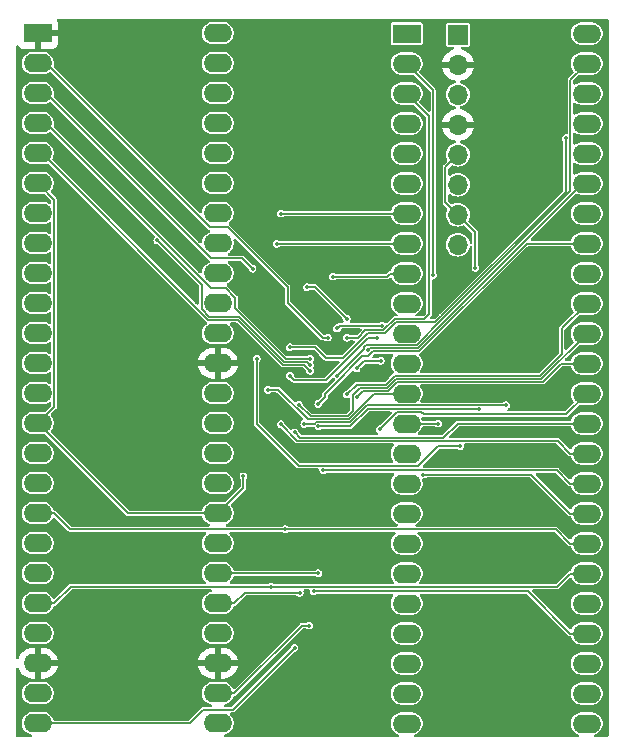
<source format=gbr>
%TF.GenerationSoftware,KiCad,Pcbnew,8.0.3*%
%TF.CreationDate,2024-11-10T11:38:16-08:00*%
%TF.ProjectId,Intel 105 BGA NOR+NAND,496e7465-6c20-4313-9035-20424741204e,rev?*%
%TF.SameCoordinates,Original*%
%TF.FileFunction,Copper,L2,Bot*%
%TF.FilePolarity,Positive*%
%FSLAX46Y46*%
G04 Gerber Fmt 4.6, Leading zero omitted, Abs format (unit mm)*
G04 Created by KiCad (PCBNEW 8.0.3) date 2024-11-10 11:38:16*
%MOMM*%
%LPD*%
G01*
G04 APERTURE LIST*
%TA.AperFunction,ComponentPad*%
%ADD10R,2.400000X1.600000*%
%TD*%
%TA.AperFunction,ComponentPad*%
%ADD11O,2.400000X1.600000*%
%TD*%
%TA.AperFunction,ComponentPad*%
%ADD12R,1.700000X1.700000*%
%TD*%
%TA.AperFunction,ComponentPad*%
%ADD13O,1.700000X1.700000*%
%TD*%
%TA.AperFunction,ViaPad*%
%ADD14C,0.350000*%
%TD*%
%TA.AperFunction,Conductor*%
%ADD15C,0.150000*%
%TD*%
%TA.AperFunction,Conductor*%
%ADD16C,0.200000*%
%TD*%
G04 APERTURE END LIST*
D10*
%TO.P,J3,1,Pin_1*%
%TO.N,GND*%
X140131800Y-63398400D03*
D11*
%TO.P,J3,2,Pin_2*%
%TO.N,/ALE*%
X140131800Y-65938400D03*
%TO.P,J3,3,Pin_3*%
%TO.N,/N-WP2*%
X140131800Y-68478400D03*
%TO.P,J3,4,Pin_4*%
%TO.N,/CLE*%
X140131800Y-71018400D03*
%TO.P,J3,5,Pin_5*%
%TO.N,/N-RE*%
X140131800Y-73558400D03*
%TO.P,J3,6,Pin_6*%
%TO.N,VCC*%
X140131800Y-76098400D03*
%TO.P,J3,7,Pin_7*%
%TO.N,unconnected-(J3-Pin_7-Pad7)*%
X140131800Y-78638400D03*
%TO.P,J3,8,Pin_8*%
%TO.N,unconnected-(J3-Pin_8-Pad8)*%
X140131800Y-81178400D03*
%TO.P,J3,9,Pin_9*%
%TO.N,unconnected-(J3-Pin_9-Pad9)*%
X140131800Y-83718400D03*
%TO.P,J3,10,Pin_10*%
%TO.N,unconnected-(J3-Pin_10-Pad10)*%
X140131800Y-86258400D03*
%TO.P,J3,11,Pin_11*%
%TO.N,unconnected-(J3-Pin_11-Pad11)*%
X140131800Y-88798400D03*
%TO.P,J3,12,Pin_12*%
%TO.N,unconnected-(J3-Pin_12-Pad12)*%
X140131800Y-91338400D03*
%TO.P,J3,13,Pin_13*%
%TO.N,unconnected-(J3-Pin_13-Pad13)*%
X140131800Y-93878400D03*
%TO.P,J3,14,Pin_14*%
%TO.N,VCC*%
X140131800Y-96418400D03*
%TO.P,J3,15,Pin_15*%
%TO.N,unconnected-(J3-Pin_15-Pad15)*%
X140131800Y-98958400D03*
%TO.P,J3,16,Pin_16*%
%TO.N,unconnected-(J3-Pin_16-Pad16)*%
X140131800Y-101498400D03*
%TO.P,J3,17,Pin_17*%
%TO.N,/AD0*%
X140131800Y-104038400D03*
%TO.P,J3,18,Pin_18*%
%TO.N,unconnected-(J3-Pin_18-Pad18)*%
X140131800Y-106578400D03*
%TO.P,J3,19,Pin_19*%
%TO.N,unconnected-(J3-Pin_19-Pad19)*%
X140131800Y-109118400D03*
%TO.P,J3,20,Pin_20*%
%TO.N,/AD1*%
X140131800Y-111658400D03*
%TO.P,J3,21,Pin_21*%
%TO.N,unconnected-(J3-Pin_21-Pad21)*%
X140131800Y-114198400D03*
%TO.P,J3,22,Pin_22*%
%TO.N,GND*%
X140131800Y-116738400D03*
%TO.P,J3,23,Pin_23*%
%TO.N,/AD2*%
X140131800Y-119278400D03*
%TO.P,J3,24,Pin_24*%
%TO.N,/AD3*%
X140131800Y-121818400D03*
%TO.P,J3,25,Pin_25*%
%TO.N,/AD4*%
X155371800Y-121818400D03*
%TO.P,J3,26,Pin_26*%
%TO.N,/AD6*%
X155371800Y-119278400D03*
%TO.P,J3,27,Pin_27*%
%TO.N,GND*%
X155371800Y-116738400D03*
%TO.P,J3,28,Pin_28*%
%TO.N,VCC*%
X155371800Y-114198400D03*
%TO.P,J3,29,Pin_29*%
%TO.N,/AD5*%
X155371800Y-111658400D03*
%TO.P,J3,30,Pin_30*%
%TO.N,/AD7*%
X155371800Y-109118400D03*
%TO.P,J3,31,Pin_31*%
%TO.N,unconnected-(J3-Pin_31-Pad31)*%
X155371800Y-106578400D03*
%TO.P,J3,32,Pin_32*%
%TO.N,VCC*%
X155371800Y-104038400D03*
%TO.P,J3,33,Pin_33*%
%TO.N,unconnected-(J3-Pin_33-Pad33)*%
X155371800Y-101498400D03*
%TO.P,J3,34,Pin_34*%
%TO.N,unconnected-(J3-Pin_34-Pad34)*%
X155371800Y-98958400D03*
%TO.P,J3,35,Pin_35*%
%TO.N,unconnected-(J3-Pin_35-Pad35)*%
X155371800Y-96418400D03*
%TO.P,J3,36,Pin_36*%
%TO.N,unconnected-(J3-Pin_36-Pad36)*%
X155371800Y-93878400D03*
%TO.P,J3,37,Pin_37*%
%TO.N,GND*%
X155371800Y-91338400D03*
%TO.P,J3,38,Pin_38*%
%TO.N,unconnected-(J3-Pin_38-Pad38)*%
X155371800Y-88798400D03*
%TO.P,J3,39,Pin_39*%
%TO.N,unconnected-(J3-Pin_39-Pad39)*%
X155371800Y-86258400D03*
%TO.P,J3,40,Pin_40*%
%TO.N,unconnected-(J3-Pin_40-Pad40)*%
X155371800Y-83718400D03*
%TO.P,J3,41,Pin_41*%
%TO.N,unconnected-(J3-Pin_41-Pad41)*%
X155371800Y-81178400D03*
%TO.P,J3,42,Pin_42*%
%TO.N,unconnected-(J3-Pin_42-Pad42)*%
X155371800Y-78638400D03*
%TO.P,J3,43,Pin_43*%
%TO.N,unconnected-(J3-Pin_43-Pad43)*%
X155371800Y-76098400D03*
%TO.P,J3,44,Pin_44*%
%TO.N,unconnected-(J3-Pin_44-Pad44)*%
X155371800Y-73558400D03*
%TO.P,J3,45,Pin_45*%
%TO.N,unconnected-(J3-Pin_45-Pad45)*%
X155371800Y-71018400D03*
%TO.P,J3,46,Pin_46*%
%TO.N,/N-RY{slash}BY*%
X155371800Y-68478400D03*
%TO.P,J3,47,Pin_47*%
%TO.N,/N-WE*%
X155371800Y-65938400D03*
%TO.P,J3,48,Pin_48*%
%TO.N,/N-CE*%
X155371800Y-63398400D03*
%TD*%
D10*
%TO.P,J1,1,Pin_1*%
%TO.N,/A16*%
X171348400Y-63423800D03*
D11*
%TO.P,J1,2,Pin_2*%
%TO.N,/A20*%
X171348400Y-65963800D03*
%TO.P,J1,3,Pin_3*%
%TO.N,/A21*%
X171348400Y-68503800D03*
%TO.P,J1,4,Pin_4*%
%TO.N,unconnected-(J1-Pin_4-Pad4)*%
X171348400Y-71043800D03*
%TO.P,J1,5,Pin_5*%
%TO.N,/A19*%
X171348400Y-73583800D03*
%TO.P,J1,6,Pin_6*%
%TO.N,/A18*%
X171348400Y-76123800D03*
%TO.P,J1,7,Pin_7*%
%TO.N,/A17*%
X171348400Y-78663800D03*
%TO.P,J1,8,Pin_8*%
%TO.N,/F-WP1*%
X171348400Y-81203800D03*
%TO.P,J1,9,Pin_9*%
%TO.N,/A24*%
X171348400Y-83743800D03*
%TO.P,J1,10,Pin_10*%
%TO.N,unconnected-(J1-Pin_10-Pad10)*%
X171348400Y-86283800D03*
%TO.P,J1,11,Pin_11*%
%TO.N,unconnected-(J1-Pin_11-Pad11)*%
X171348400Y-88823800D03*
%TO.P,J1,12,Pin_12*%
%TO.N,unconnected-(J1-Pin_12-Pad12)*%
X171348400Y-91363800D03*
%TO.P,J1,13,Pin_13*%
%TO.N,VPP*%
X171348400Y-93903800D03*
%TO.P,J1,14,Pin_14*%
%TO.N,/F-CE*%
X171348400Y-96443800D03*
%TO.P,J1,15,Pin_15*%
%TO.N,unconnected-(J1-Pin_15-Pad15)*%
X171348400Y-98983800D03*
%TO.P,J1,16,Pin_16*%
%TO.N,/F-RST*%
X171348400Y-101523800D03*
%TO.P,J1,17,Pin_17*%
%TO.N,unconnected-(J1-Pin_17-Pad17)*%
X171348400Y-104063800D03*
%TO.P,J1,18,Pin_18*%
%TO.N,unconnected-(J1-Pin_18-Pad18)*%
X171348400Y-106603800D03*
%TO.P,J1,19,Pin_19*%
%TO.N,unconnected-(J1-Pin_19-Pad19)*%
X171348400Y-109143800D03*
%TO.P,J1,20,Pin_20*%
%TO.N,unconnected-(J1-Pin_20-Pad20)*%
X171348400Y-111683800D03*
%TO.P,J1,21,Pin_21*%
%TO.N,unconnected-(J1-Pin_21-Pad21)*%
X171348400Y-114223800D03*
%TO.P,J1,22,Pin_22*%
%TO.N,unconnected-(J1-Pin_22-Pad22)*%
X171348400Y-116763800D03*
%TO.P,J1,23,Pin_23*%
%TO.N,unconnected-(J1-Pin_23-Pad23)*%
X171348400Y-119303800D03*
%TO.P,J1,24,Pin_24*%
%TO.N,unconnected-(J1-Pin_24-Pad24)*%
X171348400Y-121843800D03*
%TO.P,J1,25,Pin_25*%
%TO.N,unconnected-(J1-Pin_25-Pad25)*%
X186588400Y-121843800D03*
%TO.P,J1,26,Pin_26*%
%TO.N,unconnected-(J1-Pin_26-Pad26)*%
X186588400Y-119303800D03*
%TO.P,J1,27,Pin_27*%
%TO.N,unconnected-(J1-Pin_27-Pad27)*%
X186588400Y-116763800D03*
%TO.P,J1,28,Pin_28*%
%TO.N,/AD8*%
X186588400Y-114223800D03*
%TO.P,J1,29,Pin_29*%
%TO.N,/A22*%
X186588400Y-111683800D03*
%TO.P,J1,30,Pin_30*%
%TO.N,/AD1*%
X186588400Y-109143800D03*
%TO.P,J1,31,Pin_31*%
%TO.N,/AD0*%
X186588400Y-106603800D03*
%TO.P,J1,32,Pin_32*%
%TO.N,/AD9*%
X186588400Y-104063800D03*
%TO.P,J1,33,Pin_33*%
%TO.N,/AD10*%
X186588400Y-101523800D03*
%TO.P,J1,34,Pin_34*%
%TO.N,/AD2*%
X186588400Y-98983800D03*
%TO.P,J1,35,Pin_35*%
%TO.N,/AD3*%
X186588400Y-96443800D03*
%TO.P,J1,36,Pin_36*%
%TO.N,/AD11*%
X186588400Y-93903800D03*
%TO.P,J1,37,Pin_37*%
%TO.N,/AD13*%
X186588400Y-91363800D03*
%TO.P,J1,38,Pin_38*%
%TO.N,/AD5*%
X186588400Y-88823800D03*
%TO.P,J1,39,Pin_39*%
%TO.N,/AD12*%
X186588400Y-86283800D03*
%TO.P,J1,40,Pin_40*%
%TO.N,/AD4*%
X186588400Y-83743800D03*
%TO.P,J1,41,Pin_41*%
%TO.N,/AD6*%
X186588400Y-81203800D03*
%TO.P,J1,42,Pin_42*%
%TO.N,/AD7*%
X186588400Y-78663800D03*
%TO.P,J1,43,Pin_43*%
%TO.N,/AD14*%
X186588400Y-76123800D03*
%TO.P,J1,44,Pin_44*%
%TO.N,/AD15*%
X186588400Y-73583800D03*
%TO.P,J1,45,Pin_45*%
%TO.N,/A23*%
X186588400Y-71043800D03*
%TO.P,J1,46,Pin_46*%
%TO.N,/F-WE*%
X186588400Y-68503800D03*
%TO.P,J1,47,Pin_47*%
%TO.N,/F-OE*%
X186588400Y-65963800D03*
%TO.P,J1,48,Pin_48*%
%TO.N,unconnected-(J1-Pin_48-Pad48)*%
X186588400Y-63423800D03*
%TD*%
D12*
%TO.P,J2,1,Pin_1*%
%TO.N,unconnected-(J2-Pin_1-Pad1)*%
X175691800Y-63525400D03*
D13*
%TO.P,J2,2,Pin_2*%
%TO.N,GND*%
X175691800Y-66065400D03*
%TO.P,J2,3,Pin_3*%
%TO.N,VCC*%
X175691800Y-68605400D03*
%TO.P,J2,4,Pin_4*%
%TO.N,GND*%
X175691800Y-71145400D03*
%TO.P,J2,5,Pin_5*%
%TO.N,VCC*%
X175691800Y-73685400D03*
%TO.P,J2,6,Pin_6*%
%TO.N,/ADV*%
X175691800Y-76225400D03*
%TO.P,J2,7,Pin_7*%
%TO.N,VCC*%
X175691800Y-78765400D03*
%TO.P,J2,8,Pin_8*%
%TO.N,/A25*%
X175691800Y-81305400D03*
%TD*%
D14*
%TO.N,/F-CE*%
X174010000Y-96443800D03*
%TO.N,VCC*%
X157539300Y-100877200D03*
X177175000Y-83250000D03*
%TO.N,/F1-CE*%
X168850000Y-89225000D03*
X161475000Y-92400000D03*
%TO.N,/F2-CE*%
X175875000Y-98355000D03*
X158663542Y-90961458D03*
%TO.N,/F4-CE*%
X163161996Y-91480354D03*
X150240862Y-80934138D03*
%TO.N,/AD10*%
X164287000Y-100397000D03*
%TO.N,/AD7*%
X163877300Y-109118400D03*
X163877300Y-96675000D03*
X177475100Y-95252500D03*
%TO.N,/AD6*%
X163875000Y-94775000D03*
X163087000Y-113552400D03*
%TO.N,/AD2*%
X160691200Y-96494600D03*
%TO.N,/AD11*%
X169075000Y-96925000D03*
%TO.N,/AD8*%
X163514400Y-110649800D03*
%TO.N,/A20*%
X173600000Y-83875000D03*
%TO.N,VPP*%
X159625000Y-93575000D03*
%TO.N,/AD3*%
X161859100Y-115427100D03*
X161859100Y-97150000D03*
%TO.N,/A22*%
X169260000Y-88150000D03*
X165470000Y-88380000D03*
%TO.N,/AD9*%
X172777500Y-100760600D03*
%TO.N,/F-RST*%
X167120175Y-91749801D03*
X169158400Y-91129600D03*
%TO.N,/AD5*%
X162292800Y-110769900D03*
X162224050Y-94835750D03*
%TO.N,/F-WE*%
X184837000Y-72290800D03*
X161470000Y-89980000D03*
%TO.N,/A21*%
X166275000Y-89175000D03*
%TO.N,/F-OE*%
X165479800Y-92380000D03*
%TO.N,/A16*%
X162886900Y-84893000D03*
X166275000Y-87550000D03*
%TO.N,/AD1*%
X159840000Y-110260000D03*
%TO.N,/AD4*%
X162687000Y-96475000D03*
X179755800Y-94890000D03*
%TO.N,/AD14*%
X168087500Y-90212500D03*
%TO.N,/AD13*%
X167164200Y-94178800D03*
%TO.N,/A17*%
X160687000Y-78663800D03*
%TO.N,/A24*%
X165087000Y-83999000D03*
%TO.N,/AD12*%
X166292800Y-93978600D03*
%TO.N,/AD0*%
X161090000Y-105389400D03*
%TO.N,/F-WP1*%
X160337000Y-81220000D03*
%TO.N,GND*%
X161475000Y-93975000D03*
X164662000Y-93160000D03*
X167330000Y-80650000D03*
X167125000Y-92375000D03*
X164687100Y-88372800D03*
X163092600Y-93167200D03*
X160700000Y-88375000D03*
X165487100Y-94750000D03*
X162687000Y-86435100D03*
%TO.N,/ALE*%
X164680000Y-89170000D03*
%TO.N,/N-RE*%
X163161996Y-91975330D03*
%TO.N,/CLE*%
X163160000Y-90950000D03*
%TO.N,/N-WP2*%
X158305500Y-83330000D03*
%TD*%
D15*
%TO.N,/F-CE*%
X174010000Y-96443800D02*
X171348400Y-96443800D01*
%TO.N,VCC*%
X140131800Y-76098400D02*
X141506800Y-77473400D01*
D16*
X177175000Y-80248600D02*
X177175000Y-83250000D01*
D15*
X141506800Y-77473400D02*
X141506800Y-95043400D01*
D16*
X175691800Y-73685400D02*
X174641800Y-74735400D01*
X175691800Y-78765400D02*
X177175000Y-80248600D01*
X157539300Y-101870900D02*
X155371800Y-104038400D01*
X174641800Y-77715400D02*
X175691800Y-78765400D01*
D15*
X141506800Y-95043400D02*
X140131800Y-96418400D01*
X140131800Y-96418400D02*
X147751800Y-104038400D01*
X147751800Y-104038400D02*
X155371800Y-104038400D01*
D16*
X157539300Y-100877200D02*
X157539300Y-101870900D01*
X174641800Y-74735400D02*
X174641800Y-77715400D01*
D15*
%TO.N,/F1-CE*%
X168085000Y-89225000D02*
X168850000Y-89225000D01*
X164535000Y-92775000D02*
X168085000Y-89225000D01*
X161850000Y-92775000D02*
X164535000Y-92775000D01*
X161475000Y-92400000D02*
X161850000Y-92775000D01*
%TO.N,/F2-CE*%
X172355000Y-100020000D02*
X162209125Y-100020000D01*
X174020000Y-98355000D02*
X172355000Y-100020000D01*
X158650000Y-90975000D02*
X158663542Y-90961458D01*
X158650000Y-96460875D02*
X158650000Y-90975000D01*
X162209125Y-100020000D02*
X158650000Y-96460875D01*
X175875000Y-98355000D02*
X174020000Y-98355000D01*
%TO.N,/F4-CE*%
X157191054Y-87400000D02*
X154661700Y-87400000D01*
X153996800Y-84690076D02*
X150240862Y-80934138D01*
X154661700Y-87400000D02*
X153996800Y-86735100D01*
X162881642Y-91200000D02*
X160991054Y-91200000D01*
X163161996Y-91480354D02*
X162881642Y-91200000D01*
X153996800Y-86735100D02*
X153996800Y-84690076D01*
X160991054Y-91200000D02*
X157191054Y-87400000D01*
%TO.N,/AD10*%
X186588400Y-101523800D02*
X185211700Y-101523800D01*
X184084900Y-100397000D02*
X164287000Y-100397000D01*
X185211700Y-101523800D02*
X184084900Y-100397000D01*
%TO.N,/AD7*%
X177408000Y-95185400D02*
X177475100Y-95252500D01*
X155371800Y-109118400D02*
X163877300Y-109118400D01*
X168056108Y-95185400D02*
X177408000Y-95185400D01*
X166566508Y-96675000D02*
X168056108Y-95185400D01*
X163877300Y-96675000D02*
X166566508Y-96675000D01*
%TO.N,/AD6*%
X168532300Y-90317700D02*
X172389554Y-90317700D01*
X156748500Y-119278400D02*
X162474500Y-113552400D01*
X164450000Y-94200000D02*
X164450000Y-93931175D01*
X181503454Y-81203800D02*
X186588400Y-81203800D01*
X172389554Y-90317700D02*
X181503454Y-81203800D01*
X168089900Y-90760100D02*
X168532300Y-90317700D01*
X164450000Y-93931175D02*
X165069000Y-93312175D01*
X167614900Y-90760100D02*
X168089900Y-90760100D01*
X162474500Y-113552400D02*
X163087000Y-113552400D01*
X155371800Y-119278400D02*
X156748500Y-119278400D01*
X165069000Y-93306000D02*
X167614900Y-90760100D01*
X163875000Y-94775000D02*
X164450000Y-94200000D01*
X165069000Y-93312175D02*
X165069000Y-93306000D01*
%TO.N,/AD2*%
X185211700Y-98983800D02*
X186588400Y-98983800D01*
X162096600Y-97900000D02*
X184127900Y-97900000D01*
X160691200Y-96494600D02*
X162096600Y-97900000D01*
X184127900Y-97900000D02*
X185211700Y-98983800D01*
%TO.N,/AD11*%
X169088342Y-96925000D02*
X170576242Y-95437100D01*
X172781900Y-95621900D02*
X184870300Y-95621900D01*
X184870300Y-95621900D02*
X186588400Y-93903800D01*
X170576242Y-95437100D02*
X172597100Y-95437100D01*
X172597100Y-95437100D02*
X172781900Y-95621900D01*
X169075000Y-96925000D02*
X169088342Y-96925000D01*
%TO.N,/AD8*%
X181637700Y-110649800D02*
X163514400Y-110649800D01*
X186588400Y-114223800D02*
X185211700Y-114223800D01*
X185211700Y-114223800D02*
X181637700Y-110649800D01*
%TO.N,/A20*%
X173600000Y-83875000D02*
X173600000Y-68215400D01*
X173600000Y-68215400D02*
X171348400Y-65963800D01*
%TO.N,VPP*%
X162968325Y-96075000D02*
X166459400Y-96075000D01*
X160468325Y-93575000D02*
X162968325Y-96075000D01*
X159625000Y-93575000D02*
X160468325Y-93575000D01*
X166459400Y-96075000D02*
X168630600Y-93903800D01*
X168630600Y-93903800D02*
X171348400Y-93903800D01*
%TO.N,/AD3*%
X174453200Y-97650000D02*
X175659400Y-96443800D01*
X162359100Y-97650000D02*
X174453200Y-97650000D01*
X140131800Y-121818400D02*
X153006600Y-121818400D01*
X153006600Y-121818400D02*
X154150000Y-120675000D01*
X161859100Y-97150000D02*
X162359100Y-97650000D01*
X154150000Y-120675000D02*
X156611200Y-120675000D01*
X156611200Y-120675000D02*
X161859100Y-115427100D01*
X175659400Y-96443800D02*
X186588400Y-96443800D01*
%TO.N,/A22*%
X169260000Y-88150000D02*
X165700000Y-88150000D01*
X165700000Y-88150000D02*
X165470000Y-88380000D01*
%TO.N,/AD9*%
X181908500Y-100760600D02*
X172777500Y-100760600D01*
X186588400Y-104063800D02*
X185211700Y-104063800D01*
X185211700Y-104063800D02*
X181908500Y-100760600D01*
%TO.N,/F-RST*%
X169152800Y-91135200D02*
X167734776Y-91135200D01*
X169158400Y-91129600D02*
X169152800Y-91135200D01*
X167734776Y-91135200D02*
X167120175Y-91749801D01*
%TO.N,/AD5*%
X162224050Y-94835750D02*
X163213300Y-95825000D01*
X163213300Y-95825000D02*
X166350000Y-95825000D01*
X155371800Y-111658400D02*
X156748500Y-111658400D01*
X156748500Y-111658400D02*
X157637000Y-110769900D01*
X169692646Y-93403800D02*
X170442846Y-92653600D01*
X170442846Y-92653600D02*
X182758600Y-92653600D01*
X157637000Y-110769900D02*
X162292800Y-110769900D01*
X167444225Y-93403800D02*
X169692646Y-93403800D01*
X166814200Y-94033825D02*
X167444225Y-93403800D01*
X166814200Y-95360800D02*
X166814200Y-94033825D01*
X166350000Y-95825000D02*
X166814200Y-95360800D01*
X182758600Y-92653600D02*
X186588400Y-88823800D01*
%TO.N,/F-WE*%
X173792746Y-87848800D02*
X174277146Y-87364400D01*
X161470000Y-89980000D02*
X163613675Y-89980000D01*
X163613675Y-89980000D02*
X164533675Y-90900000D01*
X169481825Y-88798400D02*
X170431425Y-87848800D01*
X170431425Y-87848800D02*
X173792746Y-87848800D01*
X174277146Y-87364400D02*
X174282192Y-87364400D01*
X165946846Y-90900000D02*
X168048446Y-88798400D01*
X174282192Y-87364400D02*
X184837000Y-76809592D01*
X164533675Y-90900000D02*
X165946846Y-90900000D01*
X184837000Y-76809592D02*
X184837000Y-72290800D01*
X168048446Y-88798400D02*
X169481825Y-88798400D01*
%TO.N,/A21*%
X166275000Y-89175000D02*
X167238000Y-89175000D01*
X173250000Y-70405400D02*
X171348400Y-68503800D01*
X167864600Y-88548400D02*
X169378271Y-88548400D01*
X173250000Y-87200000D02*
X173250000Y-70405400D01*
X169378271Y-88548400D02*
X170327871Y-87598800D01*
X167238000Y-89175000D02*
X167864600Y-88548400D01*
X170327871Y-87598800D02*
X172851200Y-87598800D01*
X172851200Y-87598800D02*
X173250000Y-87200000D01*
%TO.N,/F-OE*%
X185211700Y-76788446D02*
X185211700Y-67340500D01*
X165479800Y-92380000D02*
X165480000Y-92380000D01*
X174385746Y-87614400D02*
X185211700Y-76788446D01*
X174380700Y-87614400D02*
X174385746Y-87614400D01*
X167737500Y-90122500D02*
X167737500Y-90002500D01*
X185211700Y-67340500D02*
X186588400Y-65963800D01*
X172188500Y-89806600D02*
X174380700Y-87614400D01*
X167737500Y-90002500D02*
X167933400Y-89806600D01*
X165480000Y-92380000D02*
X167737500Y-90122500D01*
X167933400Y-89806600D02*
X172188500Y-89806600D01*
%TO.N,/A16*%
X163618000Y-84893000D02*
X162886900Y-84893000D01*
X166275000Y-87550000D02*
X163618000Y-84893000D01*
%TO.N,/AD1*%
X159840000Y-110260000D02*
X159843400Y-110256600D01*
X159836600Y-110256600D02*
X142910300Y-110256600D01*
X141508500Y-111658400D02*
X140131800Y-111658400D01*
X159840000Y-110260000D02*
X159836600Y-110256600D01*
X184098900Y-110256600D02*
X185211700Y-109143800D01*
X159843400Y-110256600D02*
X184098900Y-110256600D01*
X142910300Y-110256600D02*
X141508500Y-111658400D01*
X185211700Y-109143800D02*
X186588400Y-109143800D01*
%TO.N,/AD4*%
X166562954Y-96325000D02*
X167997954Y-94890000D01*
X167997954Y-94890000D02*
X179755800Y-94890000D01*
X163555000Y-96475000D02*
X163705000Y-96325000D01*
X163705000Y-96325000D02*
X166562954Y-96325000D01*
X162687000Y-96475000D02*
X163555000Y-96475000D01*
%TO.N,/AD14*%
X186229900Y-76123800D02*
X186588400Y-76123800D01*
X168243400Y-90056600D02*
X170320000Y-90056600D01*
X170320000Y-90056600D02*
X170327900Y-90064500D01*
X168087500Y-90212500D02*
X168243400Y-90056600D01*
X170327900Y-90064500D02*
X172289200Y-90064500D01*
X172289200Y-90064500D02*
X186229900Y-76123800D01*
%TO.N,/AD13*%
X167164200Y-94178800D02*
X167689200Y-93653800D01*
X167689200Y-93653800D02*
X169796200Y-93653800D01*
X184401954Y-91363800D02*
X186588400Y-91363800D01*
X182860454Y-92905300D02*
X184401954Y-91363800D01*
X169796200Y-93653800D02*
X170544700Y-92905300D01*
X170544700Y-92905300D02*
X182860454Y-92905300D01*
%TO.N,/A17*%
X171348400Y-78663800D02*
X160687000Y-78663800D01*
%TO.N,/A24*%
X169971700Y-83743800D02*
X169716500Y-83999000D01*
X169716500Y-83999000D02*
X165087000Y-83999000D01*
X171348400Y-83743800D02*
X169971700Y-83743800D01*
%TO.N,/AD12*%
X167117600Y-93153800D02*
X169589092Y-93153800D01*
X169589092Y-93153800D02*
X170339292Y-92403600D01*
X182655046Y-92403600D02*
X184480000Y-90578646D01*
X184480000Y-90578646D02*
X184480000Y-88392200D01*
X184480000Y-88392200D02*
X186588400Y-86283800D01*
X170339292Y-92403600D02*
X182655046Y-92403600D01*
X166292800Y-93978600D02*
X167117600Y-93153800D01*
%TO.N,/AD0*%
X185211700Y-106603800D02*
X186588400Y-106603800D01*
X161090000Y-105389400D02*
X142859500Y-105389400D01*
X183997300Y-105389400D02*
X185211700Y-106603800D01*
X141508500Y-104038400D02*
X140131800Y-104038400D01*
X161090000Y-105389400D02*
X183997300Y-105389400D01*
X142859500Y-105389400D02*
X141508500Y-104038400D01*
%TO.N,/F-WP1*%
X171328600Y-81223600D02*
X171348400Y-81203800D01*
X160337000Y-81220000D02*
X160340600Y-81223600D01*
X160340600Y-81223600D02*
X171328600Y-81223600D01*
%TO.N,GND*%
X164687100Y-88372800D02*
X164624700Y-88372800D01*
%TO.N,/ALE*%
X161270000Y-86193900D02*
X161270000Y-84870000D01*
X164680000Y-89170000D02*
X164246100Y-89170000D01*
X164246100Y-89170000D02*
X161270000Y-86193900D01*
X140820100Y-65938400D02*
X140131800Y-65938400D01*
X156219800Y-79819800D02*
X154701500Y-79819800D01*
X161270000Y-84870000D02*
X156219800Y-79819800D01*
X154701500Y-79819800D02*
X140820100Y-65938400D01*
%TO.N,/N-RE*%
X140464100Y-73558400D02*
X140131800Y-73558400D01*
X160887500Y-91450000D02*
X157087500Y-87650000D01*
X154555700Y-87650000D02*
X140464100Y-73558400D01*
X162636666Y-91450000D02*
X160887500Y-91450000D01*
X157087500Y-87650000D02*
X154555700Y-87650000D01*
X163161996Y-91975330D02*
X162636666Y-91450000D01*
%TO.N,/CLE*%
X161100000Y-90950000D02*
X156850000Y-86700000D01*
X163160000Y-90950000D02*
X161100000Y-90950000D01*
X156850000Y-85800000D02*
X156038400Y-84988400D01*
X154790100Y-84988400D02*
X140820100Y-71018400D01*
X156850000Y-86700000D02*
X156850000Y-85800000D01*
X140820100Y-71018400D02*
X140131800Y-71018400D01*
X156038400Y-84988400D02*
X154790100Y-84988400D01*
%TO.N,/N-WP2*%
X140820200Y-68478400D02*
X140131800Y-68478400D01*
X158305500Y-83330000D02*
X157423900Y-82448400D01*
X157423900Y-82448400D02*
X154790200Y-82448400D01*
X154790200Y-82448400D02*
X140820200Y-68478400D01*
%TD*%
%TA.AperFunction,Conductor*%
%TO.N,GND*%
G36*
X188394139Y-62195385D02*
G01*
X188439894Y-62248189D01*
X188451100Y-62299700D01*
X188451100Y-122866300D01*
X188431415Y-122933339D01*
X188378611Y-122979094D01*
X188327100Y-122990300D01*
X187327671Y-122990300D01*
X187260632Y-122970615D01*
X187214877Y-122917811D01*
X187204933Y-122848653D01*
X187233958Y-122785097D01*
X187280218Y-122751739D01*
X187326969Y-122732374D01*
X187438631Y-122686122D01*
X187594308Y-122582102D01*
X187726702Y-122449708D01*
X187830722Y-122294031D01*
X187902373Y-122121051D01*
X187938900Y-121937416D01*
X187938900Y-121750184D01*
X187902373Y-121566549D01*
X187830722Y-121393569D01*
X187830721Y-121393568D01*
X187830718Y-121393562D01*
X187726702Y-121237892D01*
X187726699Y-121237888D01*
X187594311Y-121105500D01*
X187594307Y-121105497D01*
X187438637Y-121001481D01*
X187438628Y-121001476D01*
X187265651Y-120929827D01*
X187265643Y-120929825D01*
X187082020Y-120893300D01*
X187082016Y-120893300D01*
X186094784Y-120893300D01*
X186094779Y-120893300D01*
X185911156Y-120929825D01*
X185911148Y-120929827D01*
X185738171Y-121001476D01*
X185738162Y-121001481D01*
X185582492Y-121105497D01*
X185582488Y-121105500D01*
X185450100Y-121237888D01*
X185450097Y-121237892D01*
X185346081Y-121393562D01*
X185346076Y-121393571D01*
X185274427Y-121566548D01*
X185274425Y-121566556D01*
X185237900Y-121750179D01*
X185237900Y-121937420D01*
X185274425Y-122121043D01*
X185274427Y-122121051D01*
X185346076Y-122294028D01*
X185346081Y-122294037D01*
X185450097Y-122449707D01*
X185450100Y-122449711D01*
X185582488Y-122582099D01*
X185582492Y-122582102D01*
X185738162Y-122686118D01*
X185738171Y-122686123D01*
X185896582Y-122751739D01*
X185950985Y-122795580D01*
X185973050Y-122861874D01*
X185955771Y-122929573D01*
X185904634Y-122977184D01*
X185849129Y-122990300D01*
X172087671Y-122990300D01*
X172020632Y-122970615D01*
X171974877Y-122917811D01*
X171964933Y-122848653D01*
X171993958Y-122785097D01*
X172040218Y-122751739D01*
X172086969Y-122732374D01*
X172198631Y-122686122D01*
X172354308Y-122582102D01*
X172486702Y-122449708D01*
X172590722Y-122294031D01*
X172662373Y-122121051D01*
X172698900Y-121937416D01*
X172698900Y-121750184D01*
X172662373Y-121566549D01*
X172590722Y-121393569D01*
X172590721Y-121393568D01*
X172590718Y-121393562D01*
X172486702Y-121237892D01*
X172486699Y-121237888D01*
X172354311Y-121105500D01*
X172354307Y-121105497D01*
X172198637Y-121001481D01*
X172198628Y-121001476D01*
X172025651Y-120929827D01*
X172025643Y-120929825D01*
X171842020Y-120893300D01*
X171842016Y-120893300D01*
X170854784Y-120893300D01*
X170854779Y-120893300D01*
X170671156Y-120929825D01*
X170671148Y-120929827D01*
X170498171Y-121001476D01*
X170498162Y-121001481D01*
X170342492Y-121105497D01*
X170342488Y-121105500D01*
X170210100Y-121237888D01*
X170210097Y-121237892D01*
X170106081Y-121393562D01*
X170106076Y-121393571D01*
X170034427Y-121566548D01*
X170034425Y-121566556D01*
X169997900Y-121750179D01*
X169997900Y-121937420D01*
X170034425Y-122121043D01*
X170034427Y-122121051D01*
X170106076Y-122294028D01*
X170106081Y-122294037D01*
X170210097Y-122449707D01*
X170210100Y-122449711D01*
X170342488Y-122582099D01*
X170342492Y-122582102D01*
X170498162Y-122686118D01*
X170498171Y-122686123D01*
X170656582Y-122751739D01*
X170710985Y-122795580D01*
X170733050Y-122861874D01*
X170715771Y-122929573D01*
X170664634Y-122977184D01*
X170609129Y-122990300D01*
X156011357Y-122990300D01*
X155944318Y-122970615D01*
X155898563Y-122917811D01*
X155888619Y-122848653D01*
X155917644Y-122785097D01*
X155976422Y-122747323D01*
X155987166Y-122744683D01*
X156012134Y-122739716D01*
X156049051Y-122732373D01*
X156222031Y-122660722D01*
X156377708Y-122556702D01*
X156510102Y-122424308D01*
X156614122Y-122268631D01*
X156685773Y-122095651D01*
X156722300Y-121912016D01*
X156722300Y-121724784D01*
X156685773Y-121541149D01*
X156614122Y-121368169D01*
X156614121Y-121368168D01*
X156614118Y-121368162D01*
X156510102Y-121212492D01*
X156510099Y-121212488D01*
X156409792Y-121112181D01*
X156376307Y-121050858D01*
X156381291Y-120981166D01*
X156423163Y-120925233D01*
X156488627Y-120900816D01*
X156497473Y-120900500D01*
X156551903Y-120900500D01*
X156551911Y-120900501D01*
X156566345Y-120900501D01*
X156656054Y-120900501D01*
X156656055Y-120900501D01*
X156734759Y-120867900D01*
X156738936Y-120866170D01*
X156802370Y-120802736D01*
X156802370Y-120802735D01*
X156819810Y-120785295D01*
X156819810Y-120785293D01*
X158394925Y-119210179D01*
X169997900Y-119210179D01*
X169997900Y-119397420D01*
X170034425Y-119581043D01*
X170034427Y-119581051D01*
X170106076Y-119754028D01*
X170106081Y-119754037D01*
X170210097Y-119909707D01*
X170210100Y-119909711D01*
X170342488Y-120042099D01*
X170342492Y-120042102D01*
X170498162Y-120146118D01*
X170498168Y-120146121D01*
X170498169Y-120146122D01*
X170671149Y-120217773D01*
X170854779Y-120254299D01*
X170854783Y-120254300D01*
X170854784Y-120254300D01*
X171842017Y-120254300D01*
X171842018Y-120254299D01*
X172025651Y-120217773D01*
X172198631Y-120146122D01*
X172354308Y-120042102D01*
X172486702Y-119909708D01*
X172590722Y-119754031D01*
X172662373Y-119581051D01*
X172698900Y-119397416D01*
X172698900Y-119210184D01*
X172698899Y-119210179D01*
X185237900Y-119210179D01*
X185237900Y-119397420D01*
X185274425Y-119581043D01*
X185274427Y-119581051D01*
X185346076Y-119754028D01*
X185346081Y-119754037D01*
X185450097Y-119909707D01*
X185450100Y-119909711D01*
X185582488Y-120042099D01*
X185582492Y-120042102D01*
X185738162Y-120146118D01*
X185738168Y-120146121D01*
X185738169Y-120146122D01*
X185911149Y-120217773D01*
X186094779Y-120254299D01*
X186094783Y-120254300D01*
X186094784Y-120254300D01*
X187082017Y-120254300D01*
X187082018Y-120254299D01*
X187265651Y-120217773D01*
X187438631Y-120146122D01*
X187594308Y-120042102D01*
X187726702Y-119909708D01*
X187830722Y-119754031D01*
X187902373Y-119581051D01*
X187938900Y-119397416D01*
X187938900Y-119210184D01*
X187902373Y-119026549D01*
X187830722Y-118853569D01*
X187830721Y-118853568D01*
X187830718Y-118853562D01*
X187726702Y-118697892D01*
X187726699Y-118697888D01*
X187594311Y-118565500D01*
X187594307Y-118565497D01*
X187438637Y-118461481D01*
X187438628Y-118461476D01*
X187265651Y-118389827D01*
X187265643Y-118389825D01*
X187082020Y-118353300D01*
X187082016Y-118353300D01*
X186094784Y-118353300D01*
X186094779Y-118353300D01*
X185911156Y-118389825D01*
X185911148Y-118389827D01*
X185738171Y-118461476D01*
X185738162Y-118461481D01*
X185582492Y-118565497D01*
X185582488Y-118565500D01*
X185450100Y-118697888D01*
X185450097Y-118697892D01*
X185346081Y-118853562D01*
X185346076Y-118853571D01*
X185274427Y-119026548D01*
X185274425Y-119026556D01*
X185237900Y-119210179D01*
X172698899Y-119210179D01*
X172662373Y-119026549D01*
X172590722Y-118853569D01*
X172590721Y-118853568D01*
X172590718Y-118853562D01*
X172486702Y-118697892D01*
X172486699Y-118697888D01*
X172354311Y-118565500D01*
X172354307Y-118565497D01*
X172198637Y-118461481D01*
X172198628Y-118461476D01*
X172025651Y-118389827D01*
X172025643Y-118389825D01*
X171842020Y-118353300D01*
X171842016Y-118353300D01*
X170854784Y-118353300D01*
X170854779Y-118353300D01*
X170671156Y-118389825D01*
X170671148Y-118389827D01*
X170498171Y-118461476D01*
X170498162Y-118461481D01*
X170342492Y-118565497D01*
X170342488Y-118565500D01*
X170210100Y-118697888D01*
X170210097Y-118697892D01*
X170106081Y-118853562D01*
X170106076Y-118853571D01*
X170034427Y-119026548D01*
X170034425Y-119026556D01*
X169997900Y-119210179D01*
X158394925Y-119210179D01*
X160934926Y-116670179D01*
X169997900Y-116670179D01*
X169997900Y-116857420D01*
X170034425Y-117041043D01*
X170034427Y-117041051D01*
X170106076Y-117214028D01*
X170106081Y-117214037D01*
X170210097Y-117369707D01*
X170210100Y-117369711D01*
X170342488Y-117502099D01*
X170342492Y-117502102D01*
X170498162Y-117606118D01*
X170498168Y-117606121D01*
X170498169Y-117606122D01*
X170671149Y-117677773D01*
X170854779Y-117714299D01*
X170854783Y-117714300D01*
X170854784Y-117714300D01*
X171842017Y-117714300D01*
X171842018Y-117714299D01*
X172025651Y-117677773D01*
X172198631Y-117606122D01*
X172354308Y-117502102D01*
X172486702Y-117369708D01*
X172590722Y-117214031D01*
X172662373Y-117041051D01*
X172698900Y-116857416D01*
X172698900Y-116670184D01*
X172698899Y-116670179D01*
X185237900Y-116670179D01*
X185237900Y-116857420D01*
X185274425Y-117041043D01*
X185274427Y-117041051D01*
X185346076Y-117214028D01*
X185346081Y-117214037D01*
X185450097Y-117369707D01*
X185450100Y-117369711D01*
X185582488Y-117502099D01*
X185582492Y-117502102D01*
X185738162Y-117606118D01*
X185738168Y-117606121D01*
X185738169Y-117606122D01*
X185911149Y-117677773D01*
X186094779Y-117714299D01*
X186094783Y-117714300D01*
X186094784Y-117714300D01*
X187082017Y-117714300D01*
X187082018Y-117714299D01*
X187265651Y-117677773D01*
X187438631Y-117606122D01*
X187594308Y-117502102D01*
X187726702Y-117369708D01*
X187830722Y-117214031D01*
X187902373Y-117041051D01*
X187938900Y-116857416D01*
X187938900Y-116670184D01*
X187902373Y-116486549D01*
X187830722Y-116313569D01*
X187830721Y-116313568D01*
X187830718Y-116313562D01*
X187726702Y-116157892D01*
X187726699Y-116157888D01*
X187594311Y-116025500D01*
X187594307Y-116025497D01*
X187438637Y-115921481D01*
X187438628Y-115921476D01*
X187265651Y-115849827D01*
X187265643Y-115849825D01*
X187082020Y-115813300D01*
X187082016Y-115813300D01*
X186094784Y-115813300D01*
X186094779Y-115813300D01*
X185911156Y-115849825D01*
X185911148Y-115849827D01*
X185738171Y-115921476D01*
X185738162Y-115921481D01*
X185582492Y-116025497D01*
X185582488Y-116025500D01*
X185450100Y-116157888D01*
X185450097Y-116157892D01*
X185346081Y-116313562D01*
X185346076Y-116313571D01*
X185274427Y-116486548D01*
X185274425Y-116486556D01*
X185237900Y-116670179D01*
X172698899Y-116670179D01*
X172662373Y-116486549D01*
X172590722Y-116313569D01*
X172590721Y-116313568D01*
X172590718Y-116313562D01*
X172486702Y-116157892D01*
X172486699Y-116157888D01*
X172354311Y-116025500D01*
X172354307Y-116025497D01*
X172198637Y-115921481D01*
X172198628Y-115921476D01*
X172025651Y-115849827D01*
X172025643Y-115849825D01*
X171842020Y-115813300D01*
X171842016Y-115813300D01*
X170854784Y-115813300D01*
X170854779Y-115813300D01*
X170671156Y-115849825D01*
X170671148Y-115849827D01*
X170498171Y-115921476D01*
X170498162Y-115921481D01*
X170342492Y-116025497D01*
X170342488Y-116025500D01*
X170210100Y-116157888D01*
X170210097Y-116157892D01*
X170106081Y-116313562D01*
X170106076Y-116313571D01*
X170034427Y-116486548D01*
X170034425Y-116486556D01*
X169997900Y-116670179D01*
X160934926Y-116670179D01*
X161816187Y-115788919D01*
X161877510Y-115755434D01*
X161903868Y-115752600D01*
X161916492Y-115752600D01*
X161916494Y-115752600D01*
X162024361Y-115713340D01*
X162112294Y-115639555D01*
X162169688Y-115540145D01*
X162189621Y-115427100D01*
X162169688Y-115314055D01*
X162112294Y-115214645D01*
X162112292Y-115214643D01*
X162112291Y-115214642D01*
X162024362Y-115140861D01*
X162024361Y-115140860D01*
X162024358Y-115140859D01*
X162024355Y-115140857D01*
X161916496Y-115101600D01*
X161916494Y-115101600D01*
X161801706Y-115101600D01*
X161801705Y-115101600D01*
X161693840Y-115140859D01*
X161605905Y-115214646D01*
X161605903Y-115214648D01*
X161548514Y-115314049D01*
X161548512Y-115314055D01*
X161532881Y-115402699D01*
X161501853Y-115465301D01*
X161498446Y-115468846D01*
X156554114Y-120413181D01*
X156492791Y-120446666D01*
X156466433Y-120449500D01*
X156015379Y-120449500D01*
X155948340Y-120429815D01*
X155902585Y-120377011D01*
X155892641Y-120307853D01*
X155921666Y-120244297D01*
X155980444Y-120206523D01*
X155991188Y-120203883D01*
X156015201Y-120199105D01*
X156049051Y-120192373D01*
X156222031Y-120120722D01*
X156377708Y-120016702D01*
X156510102Y-119884308D01*
X156614122Y-119728631D01*
X156675252Y-119581051D01*
X156675502Y-119580448D01*
X156719343Y-119526045D01*
X156785637Y-119503980D01*
X156790063Y-119503901D01*
X156793353Y-119503901D01*
X156793355Y-119503901D01*
X156851960Y-119479625D01*
X156876236Y-119469570D01*
X156939670Y-119406136D01*
X156939670Y-119406135D01*
X156957108Y-119388697D01*
X156957109Y-119388694D01*
X162215626Y-114130179D01*
X169997900Y-114130179D01*
X169997900Y-114317420D01*
X170034425Y-114501043D01*
X170034427Y-114501051D01*
X170106076Y-114674028D01*
X170106081Y-114674037D01*
X170210097Y-114829707D01*
X170210100Y-114829711D01*
X170342488Y-114962099D01*
X170342492Y-114962102D01*
X170498162Y-115066118D01*
X170498168Y-115066121D01*
X170498169Y-115066122D01*
X170671149Y-115137773D01*
X170854779Y-115174299D01*
X170854783Y-115174300D01*
X170854784Y-115174300D01*
X171842017Y-115174300D01*
X171842018Y-115174299D01*
X172025651Y-115137773D01*
X172198631Y-115066122D01*
X172354308Y-114962102D01*
X172486702Y-114829708D01*
X172590722Y-114674031D01*
X172662373Y-114501051D01*
X172698900Y-114317416D01*
X172698900Y-114130184D01*
X172662373Y-113946549D01*
X172590722Y-113773569D01*
X172590721Y-113773568D01*
X172590718Y-113773562D01*
X172486702Y-113617892D01*
X172486699Y-113617888D01*
X172354311Y-113485500D01*
X172354307Y-113485497D01*
X172198637Y-113381481D01*
X172198628Y-113381476D01*
X172025651Y-113309827D01*
X172025643Y-113309825D01*
X171842020Y-113273300D01*
X171842016Y-113273300D01*
X170854784Y-113273300D01*
X170854779Y-113273300D01*
X170671156Y-113309825D01*
X170671148Y-113309827D01*
X170498171Y-113381476D01*
X170498162Y-113381481D01*
X170342492Y-113485497D01*
X170342488Y-113485500D01*
X170210100Y-113617888D01*
X170210097Y-113617892D01*
X170106081Y-113773562D01*
X170106076Y-113773571D01*
X170034427Y-113946548D01*
X170034425Y-113946556D01*
X169997900Y-114130179D01*
X162215626Y-114130179D01*
X162531586Y-113814219D01*
X162592909Y-113780734D01*
X162619267Y-113777900D01*
X162804220Y-113777900D01*
X162871259Y-113797585D01*
X162883925Y-113806910D01*
X162921739Y-113838640D01*
X162921743Y-113838641D01*
X162921744Y-113838642D01*
X162950706Y-113849183D01*
X163029606Y-113877900D01*
X163029608Y-113877900D01*
X163144392Y-113877900D01*
X163144394Y-113877900D01*
X163252261Y-113838640D01*
X163340194Y-113764855D01*
X163397588Y-113665445D01*
X163417521Y-113552400D01*
X163397588Y-113439355D01*
X163389106Y-113424664D01*
X163340196Y-113339948D01*
X163340191Y-113339942D01*
X163252262Y-113266161D01*
X163252261Y-113266160D01*
X163252258Y-113266159D01*
X163252255Y-113266157D01*
X163144396Y-113226900D01*
X163144394Y-113226900D01*
X163029606Y-113226900D01*
X163029605Y-113226900D01*
X162921738Y-113266160D01*
X162883927Y-113297889D01*
X162819919Y-113325902D01*
X162804221Y-113326900D01*
X162533797Y-113326900D01*
X162533789Y-113326899D01*
X162519355Y-113326899D01*
X162429645Y-113326899D01*
X162429643Y-113326899D01*
X162398141Y-113339948D01*
X162371039Y-113351174D01*
X162371037Y-113351174D01*
X162346764Y-113361229D01*
X162283329Y-113424665D01*
X156823168Y-118884825D01*
X156761845Y-118918310D01*
X156692153Y-118913326D01*
X156636220Y-118871454D01*
X156620927Y-118844599D01*
X156614122Y-118828169D01*
X156614119Y-118828164D01*
X156614118Y-118828162D01*
X156510102Y-118672492D01*
X156510099Y-118672488D01*
X156377711Y-118540100D01*
X156377707Y-118540097D01*
X156222037Y-118436081D01*
X156222028Y-118436076D01*
X156049051Y-118364427D01*
X156049043Y-118364425D01*
X155865420Y-118327900D01*
X155865416Y-118327900D01*
X154878184Y-118327900D01*
X154878179Y-118327900D01*
X154694556Y-118364425D01*
X154694548Y-118364427D01*
X154521571Y-118436076D01*
X154521562Y-118436081D01*
X154365892Y-118540097D01*
X154365888Y-118540100D01*
X154233500Y-118672488D01*
X154233497Y-118672492D01*
X154129481Y-118828162D01*
X154129476Y-118828171D01*
X154057827Y-119001148D01*
X154057825Y-119001156D01*
X154021300Y-119184779D01*
X154021300Y-119372020D01*
X154057825Y-119555643D01*
X154057827Y-119555651D01*
X154129476Y-119728628D01*
X154129481Y-119728637D01*
X154233497Y-119884307D01*
X154233500Y-119884311D01*
X154365888Y-120016699D01*
X154365892Y-120016702D01*
X154521562Y-120120718D01*
X154521568Y-120120721D01*
X154521569Y-120120722D01*
X154694549Y-120192373D01*
X154722514Y-120197935D01*
X154752412Y-120203883D01*
X154814323Y-120236267D01*
X154848897Y-120296983D01*
X154845158Y-120366753D01*
X154804292Y-120423425D01*
X154739274Y-120449006D01*
X154728221Y-120449500D01*
X154209297Y-120449500D01*
X154209289Y-120449499D01*
X154194855Y-120449499D01*
X154105146Y-120449499D01*
X154105144Y-120449499D01*
X154105142Y-120449500D01*
X154056594Y-120469609D01*
X154022265Y-120483828D01*
X153990548Y-120515546D01*
X153958830Y-120547264D01*
X153958829Y-120547265D01*
X152949514Y-121556581D01*
X152888191Y-121590066D01*
X152861833Y-121592900D01*
X141550063Y-121592900D01*
X141483024Y-121573215D01*
X141437269Y-121520411D01*
X141435502Y-121516353D01*
X141374123Y-121368171D01*
X141374118Y-121368162D01*
X141270102Y-121212492D01*
X141270099Y-121212488D01*
X141137711Y-121080100D01*
X141137707Y-121080097D01*
X140982037Y-120976081D01*
X140982028Y-120976076D01*
X140809051Y-120904427D01*
X140809043Y-120904425D01*
X140625420Y-120867900D01*
X140625416Y-120867900D01*
X139638184Y-120867900D01*
X139638179Y-120867900D01*
X139454556Y-120904425D01*
X139454548Y-120904427D01*
X139281571Y-120976076D01*
X139281562Y-120976081D01*
X139125892Y-121080097D01*
X139125888Y-121080100D01*
X138993500Y-121212488D01*
X138993497Y-121212492D01*
X138889481Y-121368162D01*
X138889476Y-121368171D01*
X138817827Y-121541148D01*
X138817825Y-121541156D01*
X138781300Y-121724779D01*
X138781300Y-121912020D01*
X138817825Y-122095643D01*
X138817827Y-122095651D01*
X138889476Y-122268628D01*
X138889481Y-122268637D01*
X138993497Y-122424307D01*
X138993500Y-122424311D01*
X139125888Y-122556699D01*
X139125892Y-122556702D01*
X139281562Y-122660718D01*
X139281568Y-122660721D01*
X139281569Y-122660722D01*
X139454549Y-122732373D01*
X139485197Y-122738469D01*
X139516434Y-122744683D01*
X139578345Y-122777067D01*
X139612919Y-122837783D01*
X139609180Y-122907553D01*
X139568314Y-122964225D01*
X139503296Y-122989806D01*
X139492243Y-122990300D01*
X138382300Y-122990300D01*
X138315261Y-122970615D01*
X138269506Y-122917811D01*
X138258300Y-122866300D01*
X138258300Y-119184779D01*
X138781300Y-119184779D01*
X138781300Y-119372020D01*
X138817825Y-119555643D01*
X138817827Y-119555651D01*
X138889476Y-119728628D01*
X138889481Y-119728637D01*
X138993497Y-119884307D01*
X138993500Y-119884311D01*
X139125888Y-120016699D01*
X139125892Y-120016702D01*
X139281562Y-120120718D01*
X139281568Y-120120721D01*
X139281569Y-120120722D01*
X139454549Y-120192373D01*
X139638179Y-120228899D01*
X139638183Y-120228900D01*
X139638184Y-120228900D01*
X140625417Y-120228900D01*
X140625418Y-120228899D01*
X140809051Y-120192373D01*
X140982031Y-120120722D01*
X141137708Y-120016702D01*
X141270102Y-119884308D01*
X141374122Y-119728631D01*
X141445773Y-119555651D01*
X141482300Y-119372016D01*
X141482300Y-119184784D01*
X141445773Y-119001149D01*
X141374122Y-118828169D01*
X141374121Y-118828167D01*
X141374118Y-118828162D01*
X141270102Y-118672492D01*
X141270099Y-118672488D01*
X141137711Y-118540100D01*
X141137707Y-118540097D01*
X140982037Y-118436081D01*
X140982028Y-118436076D01*
X140809051Y-118364427D01*
X140809043Y-118364425D01*
X140625420Y-118327900D01*
X140625416Y-118327900D01*
X139638184Y-118327900D01*
X139638179Y-118327900D01*
X139454556Y-118364425D01*
X139454548Y-118364427D01*
X139281571Y-118436076D01*
X139281562Y-118436081D01*
X139125892Y-118540097D01*
X139125888Y-118540100D01*
X138993500Y-118672488D01*
X138993497Y-118672492D01*
X138889481Y-118828162D01*
X138889476Y-118828171D01*
X138817827Y-119001148D01*
X138817825Y-119001156D01*
X138781300Y-119184779D01*
X138258300Y-119184779D01*
X138258300Y-117193226D01*
X138277985Y-117126187D01*
X138330789Y-117080432D01*
X138399947Y-117070488D01*
X138463503Y-117099513D01*
X138500231Y-117154908D01*
X138527044Y-117237429D01*
X138619940Y-117419749D01*
X138740217Y-117585294D01*
X138740217Y-117585295D01*
X138884904Y-117729982D01*
X139050450Y-117850259D01*
X139232768Y-117943155D01*
X139427382Y-118006390D01*
X139629483Y-118038400D01*
X139881800Y-118038400D01*
X139881800Y-117054086D01*
X139886194Y-117058480D01*
X139977406Y-117111141D01*
X140079139Y-117138400D01*
X140184461Y-117138400D01*
X140286194Y-117111141D01*
X140377406Y-117058480D01*
X140381800Y-117054086D01*
X140381800Y-118038400D01*
X140634117Y-118038400D01*
X140836217Y-118006390D01*
X141030831Y-117943155D01*
X141213149Y-117850259D01*
X141378694Y-117729982D01*
X141378695Y-117729982D01*
X141523382Y-117585295D01*
X141523382Y-117585294D01*
X141643659Y-117419749D01*
X141736555Y-117237429D01*
X141799790Y-117042813D01*
X141808409Y-116988400D01*
X140447486Y-116988400D01*
X140451880Y-116984006D01*
X140504541Y-116892794D01*
X140531800Y-116791061D01*
X140531800Y-116685739D01*
X140504541Y-116584006D01*
X140451880Y-116492794D01*
X140447486Y-116488400D01*
X141808409Y-116488400D01*
X153695191Y-116488400D01*
X155056114Y-116488400D01*
X155051720Y-116492794D01*
X154999059Y-116584006D01*
X154971800Y-116685739D01*
X154971800Y-116791061D01*
X154999059Y-116892794D01*
X155051720Y-116984006D01*
X155056114Y-116988400D01*
X153695191Y-116988400D01*
X153703809Y-117042813D01*
X153767044Y-117237429D01*
X153859940Y-117419749D01*
X153980217Y-117585294D01*
X153980217Y-117585295D01*
X154124904Y-117729982D01*
X154290450Y-117850259D01*
X154472768Y-117943155D01*
X154667382Y-118006390D01*
X154869483Y-118038400D01*
X155121800Y-118038400D01*
X155121800Y-117054086D01*
X155126194Y-117058480D01*
X155217406Y-117111141D01*
X155319139Y-117138400D01*
X155424461Y-117138400D01*
X155526194Y-117111141D01*
X155617406Y-117058480D01*
X155621800Y-117054086D01*
X155621800Y-118038400D01*
X155874117Y-118038400D01*
X156076217Y-118006390D01*
X156270831Y-117943155D01*
X156453149Y-117850259D01*
X156618694Y-117729982D01*
X156618695Y-117729982D01*
X156763382Y-117585295D01*
X156763382Y-117585294D01*
X156883659Y-117419749D01*
X156976555Y-117237429D01*
X157039790Y-117042813D01*
X157048409Y-116988400D01*
X155687486Y-116988400D01*
X155691880Y-116984006D01*
X155744541Y-116892794D01*
X155771800Y-116791061D01*
X155771800Y-116685739D01*
X155744541Y-116584006D01*
X155691880Y-116492794D01*
X155687486Y-116488400D01*
X157048409Y-116488400D01*
X157039790Y-116433986D01*
X156976555Y-116239370D01*
X156883659Y-116057050D01*
X156763382Y-115891505D01*
X156763382Y-115891504D01*
X156618695Y-115746817D01*
X156453149Y-115626540D01*
X156270831Y-115533644D01*
X156076217Y-115470409D01*
X155874117Y-115438400D01*
X155621800Y-115438400D01*
X155621800Y-116422714D01*
X155617406Y-116418320D01*
X155526194Y-116365659D01*
X155424461Y-116338400D01*
X155319139Y-116338400D01*
X155217406Y-116365659D01*
X155126194Y-116418320D01*
X155121800Y-116422714D01*
X155121800Y-115438400D01*
X154869483Y-115438400D01*
X154667382Y-115470409D01*
X154472768Y-115533644D01*
X154290450Y-115626540D01*
X154124905Y-115746817D01*
X154124904Y-115746817D01*
X153980217Y-115891504D01*
X153980217Y-115891505D01*
X153859940Y-116057050D01*
X153767044Y-116239370D01*
X153703809Y-116433986D01*
X153695191Y-116488400D01*
X141808409Y-116488400D01*
X141799790Y-116433986D01*
X141736555Y-116239370D01*
X141643659Y-116057050D01*
X141523382Y-115891505D01*
X141523382Y-115891504D01*
X141378695Y-115746817D01*
X141213149Y-115626540D01*
X141030831Y-115533644D01*
X140836217Y-115470409D01*
X140634117Y-115438400D01*
X140381800Y-115438400D01*
X140381800Y-116422714D01*
X140377406Y-116418320D01*
X140286194Y-116365659D01*
X140184461Y-116338400D01*
X140079139Y-116338400D01*
X139977406Y-116365659D01*
X139886194Y-116418320D01*
X139881800Y-116422714D01*
X139881800Y-115438400D01*
X139629483Y-115438400D01*
X139427382Y-115470409D01*
X139232768Y-115533644D01*
X139050450Y-115626540D01*
X138884905Y-115746817D01*
X138884904Y-115746817D01*
X138740217Y-115891504D01*
X138740217Y-115891505D01*
X138619940Y-116057050D01*
X138527044Y-116239368D01*
X138500231Y-116321892D01*
X138460793Y-116379567D01*
X138396434Y-116406765D01*
X138327588Y-116394850D01*
X138276112Y-116347606D01*
X138258300Y-116283573D01*
X138258300Y-114104779D01*
X138781300Y-114104779D01*
X138781300Y-114292020D01*
X138817825Y-114475643D01*
X138817827Y-114475651D01*
X138889476Y-114648628D01*
X138889481Y-114648637D01*
X138993497Y-114804307D01*
X138993500Y-114804311D01*
X139125888Y-114936699D01*
X139125892Y-114936702D01*
X139281562Y-115040718D01*
X139281568Y-115040721D01*
X139281569Y-115040722D01*
X139454549Y-115112373D01*
X139597749Y-115140857D01*
X139638179Y-115148899D01*
X139638183Y-115148900D01*
X139638184Y-115148900D01*
X140625417Y-115148900D01*
X140625418Y-115148899D01*
X140809051Y-115112373D01*
X140982031Y-115040722D01*
X141137708Y-114936702D01*
X141270102Y-114804308D01*
X141374122Y-114648631D01*
X141445773Y-114475651D01*
X141482300Y-114292016D01*
X141482300Y-114104784D01*
X141482299Y-114104779D01*
X154021300Y-114104779D01*
X154021300Y-114292020D01*
X154057825Y-114475643D01*
X154057827Y-114475651D01*
X154129476Y-114648628D01*
X154129481Y-114648637D01*
X154233497Y-114804307D01*
X154233500Y-114804311D01*
X154365888Y-114936699D01*
X154365892Y-114936702D01*
X154521562Y-115040718D01*
X154521568Y-115040721D01*
X154521569Y-115040722D01*
X154694549Y-115112373D01*
X154837749Y-115140857D01*
X154878179Y-115148899D01*
X154878183Y-115148900D01*
X154878184Y-115148900D01*
X155865417Y-115148900D01*
X155865418Y-115148899D01*
X156049051Y-115112373D01*
X156222031Y-115040722D01*
X156377708Y-114936702D01*
X156510102Y-114804308D01*
X156614122Y-114648631D01*
X156685773Y-114475651D01*
X156722300Y-114292016D01*
X156722300Y-114104784D01*
X156685773Y-113921149D01*
X156624640Y-113773562D01*
X156614123Y-113748171D01*
X156614118Y-113748162D01*
X156510102Y-113592492D01*
X156510099Y-113592488D01*
X156377711Y-113460100D01*
X156377707Y-113460097D01*
X156222037Y-113356081D01*
X156222028Y-113356076D01*
X156049051Y-113284427D01*
X156049043Y-113284425D01*
X155865420Y-113247900D01*
X155865416Y-113247900D01*
X154878184Y-113247900D01*
X154878179Y-113247900D01*
X154694556Y-113284425D01*
X154694548Y-113284427D01*
X154521571Y-113356076D01*
X154521562Y-113356081D01*
X154365892Y-113460097D01*
X154365888Y-113460100D01*
X154233500Y-113592488D01*
X154233497Y-113592492D01*
X154129481Y-113748162D01*
X154129476Y-113748171D01*
X154057827Y-113921148D01*
X154057825Y-113921156D01*
X154021300Y-114104779D01*
X141482299Y-114104779D01*
X141445773Y-113921149D01*
X141384640Y-113773562D01*
X141374123Y-113748171D01*
X141374118Y-113748162D01*
X141270102Y-113592492D01*
X141270099Y-113592488D01*
X141137711Y-113460100D01*
X141137707Y-113460097D01*
X140982037Y-113356081D01*
X140982028Y-113356076D01*
X140809051Y-113284427D01*
X140809043Y-113284425D01*
X140625420Y-113247900D01*
X140625416Y-113247900D01*
X139638184Y-113247900D01*
X139638179Y-113247900D01*
X139454556Y-113284425D01*
X139454548Y-113284427D01*
X139281571Y-113356076D01*
X139281562Y-113356081D01*
X139125892Y-113460097D01*
X139125888Y-113460100D01*
X138993500Y-113592488D01*
X138993497Y-113592492D01*
X138889481Y-113748162D01*
X138889476Y-113748171D01*
X138817827Y-113921148D01*
X138817825Y-113921156D01*
X138781300Y-114104779D01*
X138258300Y-114104779D01*
X138258300Y-111564779D01*
X138781300Y-111564779D01*
X138781300Y-111752020D01*
X138817825Y-111935643D01*
X138817827Y-111935651D01*
X138889476Y-112108628D01*
X138889481Y-112108637D01*
X138993497Y-112264307D01*
X138993500Y-112264311D01*
X139125888Y-112396699D01*
X139125892Y-112396702D01*
X139281562Y-112500718D01*
X139281568Y-112500721D01*
X139281569Y-112500722D01*
X139454549Y-112572373D01*
X139638179Y-112608899D01*
X139638183Y-112608900D01*
X139638184Y-112608900D01*
X140625417Y-112608900D01*
X140625418Y-112608899D01*
X140809051Y-112572373D01*
X140982031Y-112500722D01*
X141137708Y-112396702D01*
X141270102Y-112264308D01*
X141374122Y-112108631D01*
X141435252Y-111961051D01*
X141435502Y-111960448D01*
X141479343Y-111906045D01*
X141545637Y-111883980D01*
X141550063Y-111883901D01*
X141553353Y-111883901D01*
X141553355Y-111883901D01*
X141611960Y-111859625D01*
X141636236Y-111849570D01*
X141699670Y-111786136D01*
X141699670Y-111786135D01*
X141717108Y-111768697D01*
X141717109Y-111768694D01*
X142967386Y-110518419D01*
X143028709Y-110484934D01*
X143055067Y-110482100D01*
X154754363Y-110482100D01*
X154821402Y-110501785D01*
X154867157Y-110554589D01*
X154877101Y-110623747D01*
X154848076Y-110687303D01*
X154789298Y-110725077D01*
X154778554Y-110727717D01*
X154694556Y-110744425D01*
X154694548Y-110744427D01*
X154521571Y-110816076D01*
X154521562Y-110816081D01*
X154365892Y-110920097D01*
X154365888Y-110920100D01*
X154233500Y-111052488D01*
X154233497Y-111052492D01*
X154129481Y-111208162D01*
X154129476Y-111208171D01*
X154057827Y-111381148D01*
X154057825Y-111381156D01*
X154021300Y-111564779D01*
X154021300Y-111752020D01*
X154057825Y-111935643D01*
X154057827Y-111935651D01*
X154129476Y-112108628D01*
X154129481Y-112108637D01*
X154233497Y-112264307D01*
X154233500Y-112264311D01*
X154365888Y-112396699D01*
X154365892Y-112396702D01*
X154521562Y-112500718D01*
X154521568Y-112500721D01*
X154521569Y-112500722D01*
X154694549Y-112572373D01*
X154878179Y-112608899D01*
X154878183Y-112608900D01*
X154878184Y-112608900D01*
X155865417Y-112608900D01*
X155865418Y-112608899D01*
X156049051Y-112572373D01*
X156222031Y-112500722D01*
X156377708Y-112396702D01*
X156510102Y-112264308D01*
X156614122Y-112108631D01*
X156675252Y-111961051D01*
X156675502Y-111960448D01*
X156719343Y-111906045D01*
X156785637Y-111883980D01*
X156790063Y-111883901D01*
X156793353Y-111883901D01*
X156793355Y-111883901D01*
X156851960Y-111859625D01*
X156876236Y-111849570D01*
X156939670Y-111786136D01*
X156939670Y-111786135D01*
X156957108Y-111768697D01*
X156957109Y-111768694D01*
X157694086Y-111031719D01*
X157755409Y-110998234D01*
X157781767Y-110995400D01*
X162010020Y-110995400D01*
X162077059Y-111015085D01*
X162089725Y-111024410D01*
X162127539Y-111056140D01*
X162127543Y-111056141D01*
X162127544Y-111056142D01*
X162235403Y-111095399D01*
X162235406Y-111095400D01*
X162235408Y-111095400D01*
X162350192Y-111095400D01*
X162350194Y-111095400D01*
X162458061Y-111056140D01*
X162545994Y-110982355D01*
X162603388Y-110882945D01*
X162623321Y-110769900D01*
X162603388Y-110656855D01*
X162603387Y-110656853D01*
X162603387Y-110656852D01*
X162600350Y-110648507D01*
X162595921Y-110578778D01*
X162629893Y-110517723D01*
X162691481Y-110484728D01*
X162716873Y-110482100D01*
X163065672Y-110482100D01*
X163132711Y-110501785D01*
X163178466Y-110554589D01*
X163188410Y-110623747D01*
X163187793Y-110627602D01*
X163183879Y-110649800D01*
X163200564Y-110744427D01*
X163203812Y-110762844D01*
X163203814Y-110762850D01*
X163261203Y-110862251D01*
X163261208Y-110862257D01*
X163285862Y-110882944D01*
X163349139Y-110936040D01*
X163349143Y-110936041D01*
X163349144Y-110936042D01*
X163375130Y-110945500D01*
X163457006Y-110975300D01*
X163457008Y-110975300D01*
X163571792Y-110975300D01*
X163571794Y-110975300D01*
X163679661Y-110936040D01*
X163717474Y-110904310D01*
X163781482Y-110876298D01*
X163797180Y-110875300D01*
X170114185Y-110875300D01*
X170181224Y-110894985D01*
X170226979Y-110947789D01*
X170236923Y-111016947D01*
X170212569Y-111072217D01*
X170213482Y-111072827D01*
X170106081Y-111233562D01*
X170106076Y-111233571D01*
X170034427Y-111406548D01*
X170034425Y-111406556D01*
X169997900Y-111590179D01*
X169997900Y-111777420D01*
X170034425Y-111961043D01*
X170034427Y-111961051D01*
X170106076Y-112134028D01*
X170106081Y-112134037D01*
X170210097Y-112289707D01*
X170210100Y-112289711D01*
X170342488Y-112422099D01*
X170342492Y-112422102D01*
X170498162Y-112526118D01*
X170498168Y-112526121D01*
X170498169Y-112526122D01*
X170671149Y-112597773D01*
X170854779Y-112634299D01*
X170854783Y-112634300D01*
X170854784Y-112634300D01*
X171842017Y-112634300D01*
X171842018Y-112634299D01*
X172025651Y-112597773D01*
X172198631Y-112526122D01*
X172354308Y-112422102D01*
X172486702Y-112289708D01*
X172590722Y-112134031D01*
X172662373Y-111961051D01*
X172698900Y-111777416D01*
X172698900Y-111590184D01*
X172662373Y-111406549D01*
X172590722Y-111233569D01*
X172590721Y-111233568D01*
X172590718Y-111233562D01*
X172483318Y-111072827D01*
X172484301Y-111072169D01*
X172459449Y-111013660D01*
X172471238Y-110944792D01*
X172518388Y-110893230D01*
X172582615Y-110875300D01*
X181492933Y-110875300D01*
X181559972Y-110894985D01*
X181580614Y-110911619D01*
X185013459Y-114344464D01*
X185013462Y-114344468D01*
X185083966Y-114414972D01*
X185148065Y-114441521D01*
X185166845Y-114449300D01*
X185170137Y-114449300D01*
X185177046Y-114451328D01*
X185178822Y-114451682D01*
X185178790Y-114451840D01*
X185237176Y-114468985D01*
X185282931Y-114521789D01*
X185284698Y-114525847D01*
X185346076Y-114674028D01*
X185346081Y-114674037D01*
X185450097Y-114829707D01*
X185450100Y-114829711D01*
X185582488Y-114962099D01*
X185582492Y-114962102D01*
X185738162Y-115066118D01*
X185738168Y-115066121D01*
X185738169Y-115066122D01*
X185911149Y-115137773D01*
X186094779Y-115174299D01*
X186094783Y-115174300D01*
X186094784Y-115174300D01*
X187082017Y-115174300D01*
X187082018Y-115174299D01*
X187265651Y-115137773D01*
X187438631Y-115066122D01*
X187594308Y-114962102D01*
X187726702Y-114829708D01*
X187830722Y-114674031D01*
X187902373Y-114501051D01*
X187938900Y-114317416D01*
X187938900Y-114130184D01*
X187902373Y-113946549D01*
X187830722Y-113773569D01*
X187830721Y-113773568D01*
X187830718Y-113773562D01*
X187726702Y-113617892D01*
X187726699Y-113617888D01*
X187594311Y-113485500D01*
X187594307Y-113485497D01*
X187438637Y-113381481D01*
X187438628Y-113381476D01*
X187265651Y-113309827D01*
X187265643Y-113309825D01*
X187082020Y-113273300D01*
X187082016Y-113273300D01*
X186094784Y-113273300D01*
X186094779Y-113273300D01*
X185911156Y-113309825D01*
X185911148Y-113309827D01*
X185738171Y-113381476D01*
X185738162Y-113381481D01*
X185582492Y-113485497D01*
X185582488Y-113485500D01*
X185450100Y-113617888D01*
X185450097Y-113617892D01*
X185346081Y-113773562D01*
X185346075Y-113773573D01*
X185339270Y-113790002D01*
X185295427Y-113844403D01*
X185229132Y-113866465D01*
X185161433Y-113849183D01*
X185137030Y-113830225D01*
X182896984Y-111590179D01*
X185237900Y-111590179D01*
X185237900Y-111777420D01*
X185274425Y-111961043D01*
X185274427Y-111961051D01*
X185346076Y-112134028D01*
X185346081Y-112134037D01*
X185450097Y-112289707D01*
X185450100Y-112289711D01*
X185582488Y-112422099D01*
X185582492Y-112422102D01*
X185738162Y-112526118D01*
X185738168Y-112526121D01*
X185738169Y-112526122D01*
X185911149Y-112597773D01*
X186094779Y-112634299D01*
X186094783Y-112634300D01*
X186094784Y-112634300D01*
X187082017Y-112634300D01*
X187082018Y-112634299D01*
X187265651Y-112597773D01*
X187438631Y-112526122D01*
X187594308Y-112422102D01*
X187726702Y-112289708D01*
X187830722Y-112134031D01*
X187902373Y-111961051D01*
X187938900Y-111777416D01*
X187938900Y-111590184D01*
X187902373Y-111406549D01*
X187830722Y-111233569D01*
X187830721Y-111233568D01*
X187830718Y-111233562D01*
X187726702Y-111077892D01*
X187726699Y-111077888D01*
X187594311Y-110945500D01*
X187594307Y-110945497D01*
X187438637Y-110841481D01*
X187438628Y-110841476D01*
X187265651Y-110769827D01*
X187265643Y-110769825D01*
X187082020Y-110733300D01*
X187082016Y-110733300D01*
X186094784Y-110733300D01*
X186094779Y-110733300D01*
X185911156Y-110769825D01*
X185911148Y-110769827D01*
X185738171Y-110841476D01*
X185738162Y-110841481D01*
X185582492Y-110945497D01*
X185582488Y-110945500D01*
X185450100Y-111077888D01*
X185450097Y-111077892D01*
X185346081Y-111233562D01*
X185346076Y-111233571D01*
X185274427Y-111406548D01*
X185274425Y-111406556D01*
X185237900Y-111590179D01*
X182896984Y-111590179D01*
X182000586Y-110693781D01*
X181967101Y-110632458D01*
X181972085Y-110562766D01*
X182013957Y-110506833D01*
X182079421Y-110482416D01*
X182088267Y-110482100D01*
X184039603Y-110482100D01*
X184039611Y-110482101D01*
X184054045Y-110482101D01*
X184143753Y-110482101D01*
X184143755Y-110482101D01*
X184202360Y-110457825D01*
X184226636Y-110447770D01*
X184290070Y-110384336D01*
X184290070Y-110384335D01*
X184307508Y-110366897D01*
X184307510Y-110366894D01*
X185137032Y-109537371D01*
X185198353Y-109503888D01*
X185268045Y-109508872D01*
X185323978Y-109550744D01*
X185339272Y-109577600D01*
X185346078Y-109594030D01*
X185346081Y-109594037D01*
X185450097Y-109749707D01*
X185450100Y-109749711D01*
X185582488Y-109882099D01*
X185582492Y-109882102D01*
X185738162Y-109986118D01*
X185738171Y-109986123D01*
X185776717Y-110002089D01*
X185911149Y-110057773D01*
X186094779Y-110094299D01*
X186094783Y-110094300D01*
X186094784Y-110094300D01*
X187082017Y-110094300D01*
X187082018Y-110094299D01*
X187265651Y-110057773D01*
X187438631Y-109986122D01*
X187594308Y-109882102D01*
X187726702Y-109749708D01*
X187830722Y-109594031D01*
X187902373Y-109421051D01*
X187938900Y-109237416D01*
X187938900Y-109050184D01*
X187902373Y-108866549D01*
X187830722Y-108693569D01*
X187830721Y-108693568D01*
X187830718Y-108693562D01*
X187726702Y-108537892D01*
X187726699Y-108537888D01*
X187594311Y-108405500D01*
X187594307Y-108405497D01*
X187438637Y-108301481D01*
X187438628Y-108301476D01*
X187265651Y-108229827D01*
X187265643Y-108229825D01*
X187082020Y-108193300D01*
X187082016Y-108193300D01*
X186094784Y-108193300D01*
X186094779Y-108193300D01*
X185911156Y-108229825D01*
X185911148Y-108229827D01*
X185738171Y-108301476D01*
X185738162Y-108301481D01*
X185582492Y-108405497D01*
X185582488Y-108405500D01*
X185450100Y-108537888D01*
X185450097Y-108537892D01*
X185346081Y-108693562D01*
X185346076Y-108693572D01*
X185284698Y-108841752D01*
X185240857Y-108896155D01*
X185174563Y-108918220D01*
X185170137Y-108918299D01*
X185166843Y-108918299D01*
X185132513Y-108932519D01*
X185108239Y-108942574D01*
X185108237Y-108942574D01*
X185083964Y-108952629D01*
X185031245Y-109005349D01*
X185020530Y-109016064D01*
X185020529Y-109016065D01*
X184527723Y-109508872D01*
X184041814Y-109994781D01*
X183980491Y-110028266D01*
X183954133Y-110031100D01*
X172504673Y-110031100D01*
X172437634Y-110011415D01*
X172391879Y-109958611D01*
X172381935Y-109889453D01*
X172410960Y-109825897D01*
X172416992Y-109819419D01*
X172486699Y-109749711D01*
X172486702Y-109749708D01*
X172590722Y-109594031D01*
X172662373Y-109421051D01*
X172698900Y-109237416D01*
X172698900Y-109050184D01*
X172662373Y-108866549D01*
X172590722Y-108693569D01*
X172590721Y-108693568D01*
X172590718Y-108693562D01*
X172486702Y-108537892D01*
X172486699Y-108537888D01*
X172354311Y-108405500D01*
X172354307Y-108405497D01*
X172198637Y-108301481D01*
X172198628Y-108301476D01*
X172025651Y-108229827D01*
X172025643Y-108229825D01*
X171842020Y-108193300D01*
X171842016Y-108193300D01*
X170854784Y-108193300D01*
X170854779Y-108193300D01*
X170671156Y-108229825D01*
X170671148Y-108229827D01*
X170498171Y-108301476D01*
X170498162Y-108301481D01*
X170342492Y-108405497D01*
X170342488Y-108405500D01*
X170210100Y-108537888D01*
X170210097Y-108537892D01*
X170106081Y-108693562D01*
X170106076Y-108693571D01*
X170034427Y-108866548D01*
X170034425Y-108866556D01*
X169997900Y-109050179D01*
X169997900Y-109237420D01*
X170034425Y-109421043D01*
X170034427Y-109421051D01*
X170106076Y-109594028D01*
X170106081Y-109594037D01*
X170210097Y-109749707D01*
X170210100Y-109749711D01*
X170279808Y-109819419D01*
X170313293Y-109880742D01*
X170308309Y-109950434D01*
X170266437Y-110006367D01*
X170200973Y-110030784D01*
X170192127Y-110031100D01*
X160118728Y-110031100D01*
X160051689Y-110011415D01*
X160039022Y-110002089D01*
X160030313Y-109994781D01*
X160005261Y-109973760D01*
X160005258Y-109973759D01*
X160005255Y-109973757D01*
X159897396Y-109934500D01*
X159897394Y-109934500D01*
X159782606Y-109934500D01*
X159782604Y-109934500D01*
X159674743Y-109973757D01*
X159674738Y-109973761D01*
X159640977Y-110002090D01*
X159576969Y-110030102D01*
X159561272Y-110031100D01*
X156502673Y-110031100D01*
X156435634Y-110011415D01*
X156389879Y-109958611D01*
X156379935Y-109889453D01*
X156408960Y-109825897D01*
X156414992Y-109819419D01*
X156510099Y-109724311D01*
X156510102Y-109724308D01*
X156614122Y-109568631D01*
X156675502Y-109420446D01*
X156719343Y-109366044D01*
X156785637Y-109343979D01*
X156790063Y-109343900D01*
X163594520Y-109343900D01*
X163661559Y-109363585D01*
X163674225Y-109372910D01*
X163712039Y-109404640D01*
X163712043Y-109404641D01*
X163712044Y-109404642D01*
X163757106Y-109421043D01*
X163819906Y-109443900D01*
X163819908Y-109443900D01*
X163934692Y-109443900D01*
X163934694Y-109443900D01*
X164042561Y-109404640D01*
X164130494Y-109330855D01*
X164187888Y-109231445D01*
X164207821Y-109118400D01*
X164187888Y-109005355D01*
X164157447Y-108952630D01*
X164130496Y-108905948D01*
X164130491Y-108905942D01*
X164042562Y-108832161D01*
X164042561Y-108832160D01*
X164042558Y-108832159D01*
X164042555Y-108832157D01*
X163934696Y-108792900D01*
X163934694Y-108792900D01*
X163819906Y-108792900D01*
X163819905Y-108792900D01*
X163712038Y-108832160D01*
X163674227Y-108863889D01*
X163610219Y-108891902D01*
X163594521Y-108892900D01*
X156790063Y-108892900D01*
X156723024Y-108873215D01*
X156677269Y-108820411D01*
X156675502Y-108816353D01*
X156665787Y-108792900D01*
X156614122Y-108668169D01*
X156614121Y-108668168D01*
X156614118Y-108668162D01*
X156510102Y-108512492D01*
X156510099Y-108512488D01*
X156377711Y-108380100D01*
X156377707Y-108380097D01*
X156222037Y-108276081D01*
X156222028Y-108276076D01*
X156049051Y-108204427D01*
X156049043Y-108204425D01*
X155865420Y-108167900D01*
X155865416Y-108167900D01*
X154878184Y-108167900D01*
X154878179Y-108167900D01*
X154694556Y-108204425D01*
X154694548Y-108204427D01*
X154521571Y-108276076D01*
X154521562Y-108276081D01*
X154365892Y-108380097D01*
X154365888Y-108380100D01*
X154233500Y-108512488D01*
X154233497Y-108512492D01*
X154129481Y-108668162D01*
X154129476Y-108668171D01*
X154057827Y-108841148D01*
X154057825Y-108841156D01*
X154021300Y-109024779D01*
X154021300Y-109212020D01*
X154057825Y-109395643D01*
X154057827Y-109395651D01*
X154129476Y-109568628D01*
X154129481Y-109568637D01*
X154233497Y-109724307D01*
X154233500Y-109724311D01*
X154328608Y-109819419D01*
X154362093Y-109880742D01*
X154357109Y-109950434D01*
X154315237Y-110006367D01*
X154249773Y-110030784D01*
X154240927Y-110031100D01*
X142969597Y-110031100D01*
X142969589Y-110031099D01*
X142955155Y-110031099D01*
X142865446Y-110031099D01*
X142865444Y-110031099D01*
X142865442Y-110031100D01*
X142816894Y-110051209D01*
X142782565Y-110065428D01*
X142753695Y-110094299D01*
X142719130Y-110128864D01*
X142719129Y-110128865D01*
X141583168Y-111264825D01*
X141521845Y-111298310D01*
X141452153Y-111293326D01*
X141396220Y-111251454D01*
X141380927Y-111224599D01*
X141374122Y-111208169D01*
X141374119Y-111208164D01*
X141374118Y-111208162D01*
X141270102Y-111052492D01*
X141270099Y-111052488D01*
X141137711Y-110920100D01*
X141137707Y-110920097D01*
X140982037Y-110816081D01*
X140982028Y-110816076D01*
X140809051Y-110744427D01*
X140809043Y-110744425D01*
X140625420Y-110707900D01*
X140625416Y-110707900D01*
X139638184Y-110707900D01*
X139638179Y-110707900D01*
X139454556Y-110744425D01*
X139454548Y-110744427D01*
X139281571Y-110816076D01*
X139281562Y-110816081D01*
X139125892Y-110920097D01*
X139125888Y-110920100D01*
X138993500Y-111052488D01*
X138993497Y-111052492D01*
X138889481Y-111208162D01*
X138889476Y-111208171D01*
X138817827Y-111381148D01*
X138817825Y-111381156D01*
X138781300Y-111564779D01*
X138258300Y-111564779D01*
X138258300Y-109024779D01*
X138781300Y-109024779D01*
X138781300Y-109212020D01*
X138817825Y-109395643D01*
X138817827Y-109395651D01*
X138889476Y-109568628D01*
X138889481Y-109568637D01*
X138993497Y-109724307D01*
X138993500Y-109724311D01*
X139125888Y-109856699D01*
X139125892Y-109856702D01*
X139281562Y-109960718D01*
X139281568Y-109960721D01*
X139281569Y-109960722D01*
X139454549Y-110032373D01*
X139620729Y-110065428D01*
X139638179Y-110068899D01*
X139638183Y-110068900D01*
X139638184Y-110068900D01*
X140625417Y-110068900D01*
X140625418Y-110068899D01*
X140809051Y-110032373D01*
X140982031Y-109960722D01*
X141137708Y-109856702D01*
X141270102Y-109724308D01*
X141374122Y-109568631D01*
X141445773Y-109395651D01*
X141482300Y-109212016D01*
X141482300Y-109024784D01*
X141445773Y-108841149D01*
X141374122Y-108668169D01*
X141374121Y-108668168D01*
X141374118Y-108668162D01*
X141270102Y-108512492D01*
X141270099Y-108512488D01*
X141137711Y-108380100D01*
X141137707Y-108380097D01*
X140982037Y-108276081D01*
X140982028Y-108276076D01*
X140809051Y-108204427D01*
X140809043Y-108204425D01*
X140625420Y-108167900D01*
X140625416Y-108167900D01*
X139638184Y-108167900D01*
X139638179Y-108167900D01*
X139454556Y-108204425D01*
X139454548Y-108204427D01*
X139281571Y-108276076D01*
X139281562Y-108276081D01*
X139125892Y-108380097D01*
X139125888Y-108380100D01*
X138993500Y-108512488D01*
X138993497Y-108512492D01*
X138889481Y-108668162D01*
X138889476Y-108668171D01*
X138817827Y-108841148D01*
X138817825Y-108841156D01*
X138781300Y-109024779D01*
X138258300Y-109024779D01*
X138258300Y-106484779D01*
X138781300Y-106484779D01*
X138781300Y-106672020D01*
X138817825Y-106855643D01*
X138817827Y-106855651D01*
X138889476Y-107028628D01*
X138889481Y-107028637D01*
X138993497Y-107184307D01*
X138993500Y-107184311D01*
X139125888Y-107316699D01*
X139125892Y-107316702D01*
X139281562Y-107420718D01*
X139281568Y-107420721D01*
X139281569Y-107420722D01*
X139454549Y-107492373D01*
X139638179Y-107528899D01*
X139638183Y-107528900D01*
X139638184Y-107528900D01*
X140625417Y-107528900D01*
X140625418Y-107528899D01*
X140809051Y-107492373D01*
X140982031Y-107420722D01*
X141137708Y-107316702D01*
X141270102Y-107184308D01*
X141374122Y-107028631D01*
X141445773Y-106855651D01*
X141482300Y-106672016D01*
X141482300Y-106484784D01*
X141445773Y-106301149D01*
X141374122Y-106128169D01*
X141374121Y-106128168D01*
X141374118Y-106128162D01*
X141270102Y-105972492D01*
X141270099Y-105972488D01*
X141137711Y-105840100D01*
X141137707Y-105840097D01*
X140982037Y-105736081D01*
X140982028Y-105736076D01*
X140809051Y-105664427D01*
X140809043Y-105664425D01*
X140625420Y-105627900D01*
X140625416Y-105627900D01*
X139638184Y-105627900D01*
X139638179Y-105627900D01*
X139454556Y-105664425D01*
X139454548Y-105664427D01*
X139281571Y-105736076D01*
X139281562Y-105736081D01*
X139125892Y-105840097D01*
X139125888Y-105840100D01*
X138993500Y-105972488D01*
X138993497Y-105972492D01*
X138889481Y-106128162D01*
X138889476Y-106128171D01*
X138817827Y-106301148D01*
X138817825Y-106301156D01*
X138781300Y-106484779D01*
X138258300Y-106484779D01*
X138258300Y-101404779D01*
X138781300Y-101404779D01*
X138781300Y-101592020D01*
X138817825Y-101775643D01*
X138817827Y-101775651D01*
X138889476Y-101948628D01*
X138889481Y-101948637D01*
X138993497Y-102104307D01*
X138993500Y-102104311D01*
X139125888Y-102236699D01*
X139125892Y-102236702D01*
X139281562Y-102340718D01*
X139281568Y-102340721D01*
X139281569Y-102340722D01*
X139454549Y-102412373D01*
X139638179Y-102448899D01*
X139638183Y-102448900D01*
X139638184Y-102448900D01*
X140625417Y-102448900D01*
X140625418Y-102448899D01*
X140809051Y-102412373D01*
X140982031Y-102340722D01*
X141137708Y-102236702D01*
X141270102Y-102104308D01*
X141374122Y-101948631D01*
X141445773Y-101775651D01*
X141482300Y-101592016D01*
X141482300Y-101404784D01*
X141445773Y-101221149D01*
X141384640Y-101073562D01*
X141374123Y-101048171D01*
X141374118Y-101048162D01*
X141270102Y-100892492D01*
X141270099Y-100892488D01*
X141137711Y-100760100D01*
X141137707Y-100760097D01*
X140982037Y-100656081D01*
X140982028Y-100656076D01*
X140809051Y-100584427D01*
X140809043Y-100584425D01*
X140625420Y-100547900D01*
X140625416Y-100547900D01*
X139638184Y-100547900D01*
X139638179Y-100547900D01*
X139454556Y-100584425D01*
X139454548Y-100584427D01*
X139281571Y-100656076D01*
X139281562Y-100656081D01*
X139125892Y-100760097D01*
X139125888Y-100760100D01*
X138993500Y-100892488D01*
X138993497Y-100892492D01*
X138889481Y-101048162D01*
X138889476Y-101048171D01*
X138817827Y-101221148D01*
X138817825Y-101221156D01*
X138781300Y-101404779D01*
X138258300Y-101404779D01*
X138258300Y-98864779D01*
X138781300Y-98864779D01*
X138781300Y-99052020D01*
X138817825Y-99235643D01*
X138817827Y-99235651D01*
X138889476Y-99408628D01*
X138889481Y-99408637D01*
X138993497Y-99564307D01*
X138993500Y-99564311D01*
X139125888Y-99696699D01*
X139125892Y-99696702D01*
X139281562Y-99800718D01*
X139281568Y-99800721D01*
X139281569Y-99800722D01*
X139454549Y-99872373D01*
X139638179Y-99908899D01*
X139638183Y-99908900D01*
X139638184Y-99908900D01*
X140625417Y-99908900D01*
X140625418Y-99908899D01*
X140809051Y-99872373D01*
X140982031Y-99800722D01*
X141137708Y-99696702D01*
X141270102Y-99564308D01*
X141374122Y-99408631D01*
X141445773Y-99235651D01*
X141482300Y-99052016D01*
X141482300Y-98864784D01*
X141445773Y-98681149D01*
X141374122Y-98508169D01*
X141374121Y-98508168D01*
X141374118Y-98508162D01*
X141270102Y-98352492D01*
X141270099Y-98352488D01*
X141137711Y-98220100D01*
X141137707Y-98220097D01*
X140982037Y-98116081D01*
X140982028Y-98116076D01*
X140809051Y-98044427D01*
X140809043Y-98044425D01*
X140625420Y-98007900D01*
X140625416Y-98007900D01*
X139638184Y-98007900D01*
X139638179Y-98007900D01*
X139454556Y-98044425D01*
X139454548Y-98044427D01*
X139281571Y-98116076D01*
X139281562Y-98116081D01*
X139125892Y-98220097D01*
X139125888Y-98220100D01*
X138993500Y-98352488D01*
X138993497Y-98352492D01*
X138889481Y-98508162D01*
X138889476Y-98508171D01*
X138817827Y-98681148D01*
X138817825Y-98681156D01*
X138781300Y-98864779D01*
X138258300Y-98864779D01*
X138258300Y-76004779D01*
X138781300Y-76004779D01*
X138781300Y-76192020D01*
X138817825Y-76375643D01*
X138817827Y-76375651D01*
X138889476Y-76548628D01*
X138889481Y-76548637D01*
X138993497Y-76704307D01*
X138993500Y-76704311D01*
X139125888Y-76836699D01*
X139125892Y-76836702D01*
X139281562Y-76940718D01*
X139281568Y-76940721D01*
X139281569Y-76940722D01*
X139454549Y-77012373D01*
X139619402Y-77045164D01*
X139638179Y-77048899D01*
X139638183Y-77048900D01*
X139638184Y-77048900D01*
X140625417Y-77048900D01*
X140647861Y-77044435D01*
X140675495Y-77038938D01*
X140745086Y-77045164D01*
X140787369Y-77072874D01*
X141244981Y-77530486D01*
X141278466Y-77591809D01*
X141281300Y-77618167D01*
X141281300Y-77764055D01*
X141261615Y-77831094D01*
X141208811Y-77876849D01*
X141139653Y-77886793D01*
X141088409Y-77867157D01*
X140982037Y-77796081D01*
X140982028Y-77796076D01*
X140809051Y-77724427D01*
X140809043Y-77724425D01*
X140625420Y-77687900D01*
X140625416Y-77687900D01*
X139638184Y-77687900D01*
X139638179Y-77687900D01*
X139454556Y-77724425D01*
X139454548Y-77724427D01*
X139281571Y-77796076D01*
X139281562Y-77796081D01*
X139125892Y-77900097D01*
X139125888Y-77900100D01*
X138993500Y-78032488D01*
X138993497Y-78032492D01*
X138889481Y-78188162D01*
X138889476Y-78188171D01*
X138817827Y-78361148D01*
X138817825Y-78361156D01*
X138781300Y-78544779D01*
X138781300Y-78732020D01*
X138817825Y-78915643D01*
X138817827Y-78915651D01*
X138889476Y-79088628D01*
X138889481Y-79088637D01*
X138993497Y-79244307D01*
X138993500Y-79244311D01*
X139125888Y-79376699D01*
X139125892Y-79376702D01*
X139281562Y-79480718D01*
X139281568Y-79480721D01*
X139281569Y-79480722D01*
X139454549Y-79552373D01*
X139617959Y-79584877D01*
X139638179Y-79588899D01*
X139638183Y-79588900D01*
X139638184Y-79588900D01*
X140625417Y-79588900D01*
X140625418Y-79588899D01*
X140809051Y-79552373D01*
X140982031Y-79480722D01*
X141088410Y-79409641D01*
X141155086Y-79388764D01*
X141222466Y-79407248D01*
X141269157Y-79459227D01*
X141281300Y-79512744D01*
X141281300Y-80304055D01*
X141261615Y-80371094D01*
X141208811Y-80416849D01*
X141139653Y-80426793D01*
X141088409Y-80407157D01*
X140982037Y-80336081D01*
X140982028Y-80336076D01*
X140809051Y-80264427D01*
X140809043Y-80264425D01*
X140625420Y-80227900D01*
X140625416Y-80227900D01*
X139638184Y-80227900D01*
X139638179Y-80227900D01*
X139454556Y-80264425D01*
X139454548Y-80264427D01*
X139281571Y-80336076D01*
X139281562Y-80336081D01*
X139125892Y-80440097D01*
X139125888Y-80440100D01*
X138993500Y-80572488D01*
X138993497Y-80572492D01*
X138889481Y-80728162D01*
X138889476Y-80728171D01*
X138817827Y-80901148D01*
X138817825Y-80901156D01*
X138781300Y-81084779D01*
X138781300Y-81272020D01*
X138817825Y-81455643D01*
X138817827Y-81455651D01*
X138889476Y-81628628D01*
X138889481Y-81628637D01*
X138993497Y-81784307D01*
X138993500Y-81784311D01*
X139125888Y-81916699D01*
X139125892Y-81916702D01*
X139281562Y-82020718D01*
X139281568Y-82020721D01*
X139281569Y-82020722D01*
X139454549Y-82092373D01*
X139638179Y-82128899D01*
X139638183Y-82128900D01*
X139638184Y-82128900D01*
X140625417Y-82128900D01*
X140625418Y-82128899D01*
X140809051Y-82092373D01*
X140982031Y-82020722D01*
X141088410Y-81949641D01*
X141155086Y-81928764D01*
X141222466Y-81947248D01*
X141269157Y-81999227D01*
X141281300Y-82052744D01*
X141281300Y-82844055D01*
X141261615Y-82911094D01*
X141208811Y-82956849D01*
X141139653Y-82966793D01*
X141088409Y-82947157D01*
X140982037Y-82876081D01*
X140982028Y-82876076D01*
X140809051Y-82804427D01*
X140809043Y-82804425D01*
X140625420Y-82767900D01*
X140625416Y-82767900D01*
X139638184Y-82767900D01*
X139638179Y-82767900D01*
X139454556Y-82804425D01*
X139454548Y-82804427D01*
X139281571Y-82876076D01*
X139281562Y-82876081D01*
X139125892Y-82980097D01*
X139125888Y-82980100D01*
X138993500Y-83112488D01*
X138993497Y-83112492D01*
X138889481Y-83268162D01*
X138889476Y-83268171D01*
X138817827Y-83441148D01*
X138817825Y-83441156D01*
X138781300Y-83624779D01*
X138781300Y-83812020D01*
X138817825Y-83995643D01*
X138817827Y-83995651D01*
X138889476Y-84168628D01*
X138889481Y-84168637D01*
X138993497Y-84324307D01*
X138993500Y-84324311D01*
X139125888Y-84456699D01*
X139125892Y-84456702D01*
X139281562Y-84560718D01*
X139281568Y-84560721D01*
X139281569Y-84560722D01*
X139454549Y-84632373D01*
X139631141Y-84667499D01*
X139638179Y-84668899D01*
X139638183Y-84668900D01*
X139638184Y-84668900D01*
X140625417Y-84668900D01*
X140625418Y-84668899D01*
X140809051Y-84632373D01*
X140982031Y-84560722D01*
X141088410Y-84489641D01*
X141155086Y-84468764D01*
X141222466Y-84487248D01*
X141269157Y-84539227D01*
X141281300Y-84592744D01*
X141281300Y-85384055D01*
X141261615Y-85451094D01*
X141208811Y-85496849D01*
X141139653Y-85506793D01*
X141088409Y-85487157D01*
X140982037Y-85416081D01*
X140982028Y-85416076D01*
X140809051Y-85344427D01*
X140809043Y-85344425D01*
X140625420Y-85307900D01*
X140625416Y-85307900D01*
X139638184Y-85307900D01*
X139638179Y-85307900D01*
X139454556Y-85344425D01*
X139454548Y-85344427D01*
X139281571Y-85416076D01*
X139281562Y-85416081D01*
X139125892Y-85520097D01*
X139125888Y-85520100D01*
X138993500Y-85652488D01*
X138993497Y-85652492D01*
X138889481Y-85808162D01*
X138889476Y-85808171D01*
X138817827Y-85981148D01*
X138817825Y-85981156D01*
X138781300Y-86164779D01*
X138781300Y-86352020D01*
X138817825Y-86535643D01*
X138817827Y-86535651D01*
X138889476Y-86708628D01*
X138889481Y-86708637D01*
X138993497Y-86864307D01*
X138993500Y-86864311D01*
X139125888Y-86996699D01*
X139125892Y-86996702D01*
X139281562Y-87100718D01*
X139281568Y-87100721D01*
X139281569Y-87100722D01*
X139454549Y-87172373D01*
X139617647Y-87204815D01*
X139638179Y-87208899D01*
X139638183Y-87208900D01*
X139638184Y-87208900D01*
X140625417Y-87208900D01*
X140625418Y-87208899D01*
X140809051Y-87172373D01*
X140982031Y-87100722D01*
X141088410Y-87029641D01*
X141155086Y-87008764D01*
X141222466Y-87027248D01*
X141269157Y-87079227D01*
X141281300Y-87132744D01*
X141281300Y-87924055D01*
X141261615Y-87991094D01*
X141208811Y-88036849D01*
X141139653Y-88046793D01*
X141088409Y-88027157D01*
X140982037Y-87956081D01*
X140982028Y-87956076D01*
X140809051Y-87884427D01*
X140809043Y-87884425D01*
X140625420Y-87847900D01*
X140625416Y-87847900D01*
X139638184Y-87847900D01*
X139638179Y-87847900D01*
X139454556Y-87884425D01*
X139454548Y-87884427D01*
X139281571Y-87956076D01*
X139281562Y-87956081D01*
X139125892Y-88060097D01*
X139125888Y-88060100D01*
X138993500Y-88192488D01*
X138993497Y-88192492D01*
X138889481Y-88348162D01*
X138889476Y-88348171D01*
X138817827Y-88521148D01*
X138817825Y-88521156D01*
X138781300Y-88704779D01*
X138781300Y-88892020D01*
X138817825Y-89075643D01*
X138817827Y-89075651D01*
X138889476Y-89248628D01*
X138889481Y-89248637D01*
X138993497Y-89404307D01*
X138993500Y-89404311D01*
X139125888Y-89536699D01*
X139125892Y-89536702D01*
X139281562Y-89640718D01*
X139281568Y-89640721D01*
X139281569Y-89640722D01*
X139454549Y-89712373D01*
X139638179Y-89748899D01*
X139638183Y-89748900D01*
X139638184Y-89748900D01*
X140625417Y-89748900D01*
X140625418Y-89748899D01*
X140809051Y-89712373D01*
X140982031Y-89640722D01*
X141088410Y-89569641D01*
X141155086Y-89548764D01*
X141222466Y-89567248D01*
X141269157Y-89619227D01*
X141281300Y-89672744D01*
X141281300Y-90464055D01*
X141261615Y-90531094D01*
X141208811Y-90576849D01*
X141139653Y-90586793D01*
X141088409Y-90567157D01*
X140982037Y-90496081D01*
X140982028Y-90496076D01*
X140809051Y-90424427D01*
X140809043Y-90424425D01*
X140625420Y-90387900D01*
X140625416Y-90387900D01*
X139638184Y-90387900D01*
X139638179Y-90387900D01*
X139454556Y-90424425D01*
X139454548Y-90424427D01*
X139281571Y-90496076D01*
X139281562Y-90496081D01*
X139125892Y-90600097D01*
X139125888Y-90600100D01*
X138993500Y-90732488D01*
X138993497Y-90732492D01*
X138889481Y-90888162D01*
X138889476Y-90888171D01*
X138817827Y-91061148D01*
X138817825Y-91061156D01*
X138781300Y-91244779D01*
X138781300Y-91432020D01*
X138817825Y-91615643D01*
X138817827Y-91615651D01*
X138889476Y-91788628D01*
X138889481Y-91788637D01*
X138993497Y-91944307D01*
X138993500Y-91944311D01*
X139125888Y-92076699D01*
X139125892Y-92076702D01*
X139281562Y-92180718D01*
X139281571Y-92180723D01*
X139298625Y-92187787D01*
X139454549Y-92252373D01*
X139628376Y-92286949D01*
X139638179Y-92288899D01*
X139638183Y-92288900D01*
X139638184Y-92288900D01*
X140625417Y-92288900D01*
X140625418Y-92288899D01*
X140809051Y-92252373D01*
X140982031Y-92180722D01*
X141088410Y-92109641D01*
X141155086Y-92088764D01*
X141222466Y-92107248D01*
X141269157Y-92159227D01*
X141281300Y-92212744D01*
X141281300Y-93004055D01*
X141261615Y-93071094D01*
X141208811Y-93116849D01*
X141139653Y-93126793D01*
X141088409Y-93107157D01*
X140982037Y-93036081D01*
X140982028Y-93036076D01*
X140809051Y-92964427D01*
X140809043Y-92964425D01*
X140625420Y-92927900D01*
X140625416Y-92927900D01*
X139638184Y-92927900D01*
X139638179Y-92927900D01*
X139454556Y-92964425D01*
X139454548Y-92964427D01*
X139281571Y-93036076D01*
X139281562Y-93036081D01*
X139125892Y-93140097D01*
X139125888Y-93140100D01*
X138993500Y-93272488D01*
X138993497Y-93272492D01*
X138889481Y-93428162D01*
X138889476Y-93428171D01*
X138817827Y-93601148D01*
X138817825Y-93601156D01*
X138781300Y-93784779D01*
X138781300Y-93972020D01*
X138817825Y-94155643D01*
X138817827Y-94155651D01*
X138889476Y-94328628D01*
X138889481Y-94328637D01*
X138993497Y-94484307D01*
X138993500Y-94484311D01*
X139125888Y-94616699D01*
X139125892Y-94616702D01*
X139281562Y-94720718D01*
X139281571Y-94720723D01*
X139311814Y-94733250D01*
X139454549Y-94792373D01*
X139638179Y-94828899D01*
X139638183Y-94828900D01*
X139638184Y-94828900D01*
X140625417Y-94828900D01*
X140625418Y-94828899D01*
X140809051Y-94792373D01*
X140982031Y-94720722D01*
X141088410Y-94649641D01*
X141155086Y-94628764D01*
X141222466Y-94647248D01*
X141269157Y-94699227D01*
X141281300Y-94752744D01*
X141281300Y-94898632D01*
X141261615Y-94965671D01*
X141244981Y-94986313D01*
X140787368Y-95443925D01*
X140726045Y-95477410D01*
X140675496Y-95477861D01*
X140625420Y-95467900D01*
X140625416Y-95467900D01*
X139638184Y-95467900D01*
X139638179Y-95467900D01*
X139454556Y-95504425D01*
X139454548Y-95504427D01*
X139281571Y-95576076D01*
X139281562Y-95576081D01*
X139125892Y-95680097D01*
X139125888Y-95680100D01*
X138993500Y-95812488D01*
X138993497Y-95812492D01*
X138889481Y-95968162D01*
X138889476Y-95968171D01*
X138817827Y-96141148D01*
X138817825Y-96141156D01*
X138781300Y-96324779D01*
X138781300Y-96512020D01*
X138817825Y-96695643D01*
X138817827Y-96695651D01*
X138889476Y-96868628D01*
X138889481Y-96868637D01*
X138993497Y-97024307D01*
X138993500Y-97024311D01*
X139125888Y-97156699D01*
X139125892Y-97156702D01*
X139281562Y-97260718D01*
X139281568Y-97260721D01*
X139281569Y-97260722D01*
X139454549Y-97332373D01*
X139619402Y-97365164D01*
X139638179Y-97368899D01*
X139638183Y-97368900D01*
X139638184Y-97368900D01*
X140625417Y-97368900D01*
X140647861Y-97364435D01*
X140675495Y-97358938D01*
X140745086Y-97365164D01*
X140787368Y-97392873D01*
X144179991Y-100785497D01*
X147560629Y-104166135D01*
X147624066Y-104229572D01*
X147685386Y-104254970D01*
X147706945Y-104263900D01*
X153953537Y-104263900D01*
X154020576Y-104283585D01*
X154066331Y-104336389D01*
X154068098Y-104340447D01*
X154129476Y-104488628D01*
X154129481Y-104488637D01*
X154233497Y-104644307D01*
X154233500Y-104644311D01*
X154365888Y-104776699D01*
X154365892Y-104776702D01*
X154521562Y-104880718D01*
X154521568Y-104880721D01*
X154521569Y-104880722D01*
X154629284Y-104925339D01*
X154683687Y-104969180D01*
X154705752Y-105035474D01*
X154688473Y-105103173D01*
X154637336Y-105150784D01*
X154581831Y-105163900D01*
X143004267Y-105163900D01*
X142937228Y-105144215D01*
X142916586Y-105127581D01*
X141717110Y-103928105D01*
X141699670Y-103910664D01*
X141636236Y-103847230D01*
X141636235Y-103847229D01*
X141611957Y-103837172D01*
X141611957Y-103837171D01*
X141553358Y-103812900D01*
X141553356Y-103812899D01*
X141553355Y-103812899D01*
X141550063Y-103812899D01*
X141543153Y-103810870D01*
X141541378Y-103810517D01*
X141541409Y-103810358D01*
X141483024Y-103793214D01*
X141437269Y-103740410D01*
X141435502Y-103736352D01*
X141374123Y-103588172D01*
X141374123Y-103588171D01*
X141374122Y-103588169D01*
X141374120Y-103588166D01*
X141374118Y-103588162D01*
X141270102Y-103432492D01*
X141270099Y-103432488D01*
X141137711Y-103300100D01*
X141137707Y-103300097D01*
X140982037Y-103196081D01*
X140982028Y-103196076D01*
X140809051Y-103124427D01*
X140809043Y-103124425D01*
X140625420Y-103087900D01*
X140625416Y-103087900D01*
X139638184Y-103087900D01*
X139638179Y-103087900D01*
X139454556Y-103124425D01*
X139454548Y-103124427D01*
X139281571Y-103196076D01*
X139281562Y-103196081D01*
X139125892Y-103300097D01*
X139125888Y-103300100D01*
X138993500Y-103432488D01*
X138993497Y-103432492D01*
X138889481Y-103588162D01*
X138889476Y-103588171D01*
X138817827Y-103761148D01*
X138817825Y-103761156D01*
X138781300Y-103944779D01*
X138781300Y-104132020D01*
X138817825Y-104315643D01*
X138817827Y-104315651D01*
X138889476Y-104488628D01*
X138889481Y-104488637D01*
X138993497Y-104644307D01*
X138993500Y-104644311D01*
X139125888Y-104776699D01*
X139125892Y-104776702D01*
X139281562Y-104880718D01*
X139281568Y-104880721D01*
X139281569Y-104880722D01*
X139454549Y-104952373D01*
X139638179Y-104988899D01*
X139638183Y-104988900D01*
X139638184Y-104988900D01*
X140625417Y-104988900D01*
X140625418Y-104988899D01*
X140809051Y-104952373D01*
X140982031Y-104880722D01*
X141137708Y-104776702D01*
X141270102Y-104644308D01*
X141374122Y-104488631D01*
X141380926Y-104472203D01*
X141424767Y-104417800D01*
X141491061Y-104395734D01*
X141558760Y-104413012D01*
X141583169Y-104431974D01*
X142661259Y-105510064D01*
X142661262Y-105510068D01*
X142668330Y-105517136D01*
X142731764Y-105580570D01*
X142766092Y-105594788D01*
X142766094Y-105594790D01*
X142766095Y-105594790D01*
X142814646Y-105614901D01*
X142814647Y-105614901D01*
X142918789Y-105614901D01*
X142918797Y-105614900D01*
X154294151Y-105614900D01*
X154361190Y-105634585D01*
X154406945Y-105687389D01*
X154416889Y-105756547D01*
X154387864Y-105820103D01*
X154370171Y-105835712D01*
X154370600Y-105836234D01*
X154365888Y-105840100D01*
X154233500Y-105972488D01*
X154233497Y-105972492D01*
X154129481Y-106128162D01*
X154129476Y-106128171D01*
X154057827Y-106301148D01*
X154057825Y-106301156D01*
X154021300Y-106484779D01*
X154021300Y-106672020D01*
X154057825Y-106855643D01*
X154057827Y-106855651D01*
X154129476Y-107028628D01*
X154129481Y-107028637D01*
X154233497Y-107184307D01*
X154233500Y-107184311D01*
X154365888Y-107316699D01*
X154365892Y-107316702D01*
X154521562Y-107420718D01*
X154521568Y-107420721D01*
X154521569Y-107420722D01*
X154694549Y-107492373D01*
X154878179Y-107528899D01*
X154878183Y-107528900D01*
X154878184Y-107528900D01*
X155865417Y-107528900D01*
X155865418Y-107528899D01*
X156049051Y-107492373D01*
X156222031Y-107420722D01*
X156377708Y-107316702D01*
X156510102Y-107184308D01*
X156614122Y-107028631D01*
X156685773Y-106855651D01*
X156722300Y-106672016D01*
X156722300Y-106484784D01*
X156685773Y-106301149D01*
X156614122Y-106128169D01*
X156614121Y-106128168D01*
X156614118Y-106128162D01*
X156510102Y-105972492D01*
X156510099Y-105972488D01*
X156377711Y-105840100D01*
X156373000Y-105836234D01*
X156374356Y-105834581D01*
X156335753Y-105788391D01*
X156327046Y-105719066D01*
X156357200Y-105656038D01*
X156416643Y-105619318D01*
X156449449Y-105614900D01*
X160807220Y-105614900D01*
X160874259Y-105634585D01*
X160886925Y-105643910D01*
X160924739Y-105675640D01*
X160924743Y-105675641D01*
X160924744Y-105675642D01*
X161032603Y-105714899D01*
X161032606Y-105714900D01*
X161032608Y-105714900D01*
X161147392Y-105714900D01*
X161147394Y-105714900D01*
X161255261Y-105675640D01*
X161293074Y-105643910D01*
X161357082Y-105615898D01*
X161372780Y-105614900D01*
X170308765Y-105614900D01*
X170375804Y-105634585D01*
X170421559Y-105687389D01*
X170431503Y-105756547D01*
X170402478Y-105820103D01*
X170377655Y-105842002D01*
X170342496Y-105865494D01*
X170342488Y-105865500D01*
X170210100Y-105997888D01*
X170210097Y-105997892D01*
X170106081Y-106153562D01*
X170106076Y-106153571D01*
X170034427Y-106326548D01*
X170034425Y-106326556D01*
X169997900Y-106510179D01*
X169997900Y-106697420D01*
X170034425Y-106881043D01*
X170034427Y-106881051D01*
X170106076Y-107054028D01*
X170106081Y-107054037D01*
X170210097Y-107209707D01*
X170210100Y-107209711D01*
X170342488Y-107342099D01*
X170342492Y-107342102D01*
X170498162Y-107446118D01*
X170498168Y-107446121D01*
X170498169Y-107446122D01*
X170671149Y-107517773D01*
X170854779Y-107554299D01*
X170854783Y-107554300D01*
X170854784Y-107554300D01*
X171842017Y-107554300D01*
X171842018Y-107554299D01*
X172025651Y-107517773D01*
X172198631Y-107446122D01*
X172354308Y-107342102D01*
X172486702Y-107209708D01*
X172590722Y-107054031D01*
X172662373Y-106881051D01*
X172698900Y-106697416D01*
X172698900Y-106510184D01*
X172662373Y-106326549D01*
X172590722Y-106153569D01*
X172590721Y-106153568D01*
X172590718Y-106153562D01*
X172486702Y-105997892D01*
X172486699Y-105997888D01*
X172354311Y-105865500D01*
X172354303Y-105865494D01*
X172319145Y-105842002D01*
X172274339Y-105788390D01*
X172265632Y-105719065D01*
X172295786Y-105656038D01*
X172355229Y-105619318D01*
X172388035Y-105614900D01*
X183852533Y-105614900D01*
X183919572Y-105634585D01*
X183940214Y-105651219D01*
X185013459Y-106724464D01*
X185013462Y-106724468D01*
X185020530Y-106731536D01*
X185083964Y-106794970D01*
X185108237Y-106805024D01*
X185108238Y-106805025D01*
X185108239Y-106805025D01*
X185166845Y-106829301D01*
X185166846Y-106829301D01*
X185170137Y-106829301D01*
X185177046Y-106831329D01*
X185178822Y-106831683D01*
X185178790Y-106831841D01*
X185237176Y-106848986D01*
X185282931Y-106901790D01*
X185284698Y-106905848D01*
X185346076Y-107054027D01*
X185346081Y-107054037D01*
X185450097Y-107209707D01*
X185450100Y-107209711D01*
X185582488Y-107342099D01*
X185582492Y-107342102D01*
X185738162Y-107446118D01*
X185738168Y-107446121D01*
X185738169Y-107446122D01*
X185911149Y-107517773D01*
X186094779Y-107554299D01*
X186094783Y-107554300D01*
X186094784Y-107554300D01*
X187082017Y-107554300D01*
X187082018Y-107554299D01*
X187265651Y-107517773D01*
X187438631Y-107446122D01*
X187594308Y-107342102D01*
X187726702Y-107209708D01*
X187830722Y-107054031D01*
X187902373Y-106881051D01*
X187938900Y-106697416D01*
X187938900Y-106510184D01*
X187902373Y-106326549D01*
X187830722Y-106153569D01*
X187830721Y-106153568D01*
X187830718Y-106153562D01*
X187726702Y-105997892D01*
X187726699Y-105997888D01*
X187594311Y-105865500D01*
X187594307Y-105865497D01*
X187438637Y-105761481D01*
X187438628Y-105761476D01*
X187265651Y-105689827D01*
X187265643Y-105689825D01*
X187082020Y-105653300D01*
X187082016Y-105653300D01*
X186094784Y-105653300D01*
X186094779Y-105653300D01*
X185911156Y-105689825D01*
X185911148Y-105689827D01*
X185738171Y-105761476D01*
X185738162Y-105761481D01*
X185582492Y-105865497D01*
X185582488Y-105865500D01*
X185450100Y-105997888D01*
X185450097Y-105997892D01*
X185346081Y-106153562D01*
X185346075Y-106153573D01*
X185339270Y-106170002D01*
X185295427Y-106224403D01*
X185229132Y-106246465D01*
X185161433Y-106229183D01*
X185137030Y-106210225D01*
X184205910Y-105279105D01*
X184188470Y-105261664D01*
X184125036Y-105198230D01*
X184125035Y-105198229D01*
X184100757Y-105188172D01*
X184100757Y-105188171D01*
X184042158Y-105163900D01*
X184042156Y-105163899D01*
X184042155Y-105163899D01*
X183952445Y-105163899D01*
X183938011Y-105163899D01*
X183938003Y-105163900D01*
X172199690Y-105163900D01*
X172132651Y-105144215D01*
X172086896Y-105091411D01*
X172076952Y-105022253D01*
X172105977Y-104958697D01*
X172152238Y-104925339D01*
X172198624Y-104906125D01*
X172198624Y-104906124D01*
X172198631Y-104906122D01*
X172354308Y-104802102D01*
X172486702Y-104669708D01*
X172590722Y-104514031D01*
X172662373Y-104341051D01*
X172698900Y-104157416D01*
X172698900Y-103970184D01*
X172662373Y-103786549D01*
X172590722Y-103613569D01*
X172590721Y-103613568D01*
X172590718Y-103613562D01*
X172486702Y-103457892D01*
X172486699Y-103457888D01*
X172354311Y-103325500D01*
X172354307Y-103325497D01*
X172198637Y-103221481D01*
X172198628Y-103221476D01*
X172025651Y-103149827D01*
X172025643Y-103149825D01*
X171842020Y-103113300D01*
X171842016Y-103113300D01*
X170854784Y-103113300D01*
X170854779Y-103113300D01*
X170671156Y-103149825D01*
X170671148Y-103149827D01*
X170498171Y-103221476D01*
X170498162Y-103221481D01*
X170342492Y-103325497D01*
X170342488Y-103325500D01*
X170210100Y-103457888D01*
X170210097Y-103457892D01*
X170106081Y-103613562D01*
X170106076Y-103613571D01*
X170034427Y-103786548D01*
X170034425Y-103786556D01*
X169997900Y-103970179D01*
X169997900Y-104157420D01*
X170034425Y-104341043D01*
X170034427Y-104341051D01*
X170106076Y-104514028D01*
X170106081Y-104514037D01*
X170210097Y-104669707D01*
X170210100Y-104669711D01*
X170342488Y-104802099D01*
X170342492Y-104802102D01*
X170498162Y-104906118D01*
X170498175Y-104906125D01*
X170544562Y-104925339D01*
X170598966Y-104969180D01*
X170621031Y-105035474D01*
X170603752Y-105103173D01*
X170552615Y-105150784D01*
X170497110Y-105163900D01*
X161372780Y-105163900D01*
X161305741Y-105144215D01*
X161293074Y-105134889D01*
X161255262Y-105103161D01*
X161255261Y-105103160D01*
X161255258Y-105103159D01*
X161255255Y-105103157D01*
X161147396Y-105063900D01*
X161147394Y-105063900D01*
X161032606Y-105063900D01*
X161032605Y-105063900D01*
X160924738Y-105103160D01*
X160886927Y-105134889D01*
X160822919Y-105162902D01*
X160807221Y-105163900D01*
X156161769Y-105163900D01*
X156094730Y-105144215D01*
X156048975Y-105091411D01*
X156039031Y-105022253D01*
X156068056Y-104958697D01*
X156114315Y-104925339D01*
X156222031Y-104880722D01*
X156377708Y-104776702D01*
X156510102Y-104644308D01*
X156614122Y-104488631D01*
X156685773Y-104315651D01*
X156722300Y-104132016D01*
X156722300Y-103944784D01*
X156685773Y-103761149D01*
X156614122Y-103588169D01*
X156614121Y-103588168D01*
X156614118Y-103588162D01*
X156510102Y-103432492D01*
X156510099Y-103432488D01*
X156508716Y-103431105D01*
X156508222Y-103430201D01*
X156506237Y-103427782D01*
X156506695Y-103427405D01*
X156475231Y-103369782D01*
X156480215Y-103300090D01*
X156508714Y-103255745D01*
X157663755Y-102100703D01*
X157663758Y-102100702D01*
X157681196Y-102083264D01*
X157681197Y-102083264D01*
X157751664Y-102012797D01*
X157789800Y-101920728D01*
X157789800Y-101127546D01*
X157806412Y-101065547D01*
X157849888Y-100990245D01*
X157869821Y-100877200D01*
X157849888Y-100764155D01*
X157849883Y-100764147D01*
X157792496Y-100664748D01*
X157792495Y-100664746D01*
X157792494Y-100664745D01*
X157792492Y-100664743D01*
X157792491Y-100664742D01*
X157704562Y-100590961D01*
X157704561Y-100590960D01*
X157704558Y-100590959D01*
X157704555Y-100590957D01*
X157596696Y-100551700D01*
X157596694Y-100551700D01*
X157481906Y-100551700D01*
X157481905Y-100551700D01*
X157374040Y-100590959D01*
X157286105Y-100664746D01*
X157286103Y-100664748D01*
X157228714Y-100764149D01*
X157228712Y-100764155D01*
X157208779Y-100877200D01*
X157228712Y-100990245D01*
X157272187Y-101065547D01*
X157288800Y-101127546D01*
X157288800Y-101715777D01*
X157269115Y-101782816D01*
X157252481Y-101803458D01*
X155997879Y-103058059D01*
X155936556Y-103091544D01*
X155886008Y-103091996D01*
X155865416Y-103087900D01*
X154878184Y-103087900D01*
X154878179Y-103087900D01*
X154694556Y-103124425D01*
X154694548Y-103124427D01*
X154521571Y-103196076D01*
X154521562Y-103196081D01*
X154365892Y-103300097D01*
X154365888Y-103300100D01*
X154233500Y-103432488D01*
X154233497Y-103432492D01*
X154129481Y-103588162D01*
X154129476Y-103588171D01*
X154068098Y-103736353D01*
X154024257Y-103790756D01*
X153957963Y-103812821D01*
X153953537Y-103812900D01*
X147896568Y-103812900D01*
X147829529Y-103793215D01*
X147808887Y-103776581D01*
X145437085Y-101404779D01*
X154021300Y-101404779D01*
X154021300Y-101592020D01*
X154057825Y-101775643D01*
X154057827Y-101775651D01*
X154129476Y-101948628D01*
X154129481Y-101948637D01*
X154233497Y-102104307D01*
X154233500Y-102104311D01*
X154365888Y-102236699D01*
X154365892Y-102236702D01*
X154521562Y-102340718D01*
X154521568Y-102340721D01*
X154521569Y-102340722D01*
X154694549Y-102412373D01*
X154878179Y-102448899D01*
X154878183Y-102448900D01*
X154878184Y-102448900D01*
X155865417Y-102448900D01*
X155865418Y-102448899D01*
X156049051Y-102412373D01*
X156222031Y-102340722D01*
X156377708Y-102236702D01*
X156510102Y-102104308D01*
X156614122Y-101948631D01*
X156685773Y-101775651D01*
X156722300Y-101592016D01*
X156722300Y-101404784D01*
X156685773Y-101221149D01*
X156624640Y-101073562D01*
X156614123Y-101048171D01*
X156614118Y-101048162D01*
X156510102Y-100892492D01*
X156510099Y-100892488D01*
X156377711Y-100760100D01*
X156377707Y-100760097D01*
X156222037Y-100656081D01*
X156222028Y-100656076D01*
X156049051Y-100584427D01*
X156049043Y-100584425D01*
X155865420Y-100547900D01*
X155865416Y-100547900D01*
X154878184Y-100547900D01*
X154878179Y-100547900D01*
X154694556Y-100584425D01*
X154694548Y-100584427D01*
X154521571Y-100656076D01*
X154521562Y-100656081D01*
X154365892Y-100760097D01*
X154365888Y-100760100D01*
X154233500Y-100892488D01*
X154233497Y-100892492D01*
X154129481Y-101048162D01*
X154129476Y-101048171D01*
X154057827Y-101221148D01*
X154057825Y-101221156D01*
X154021300Y-101404779D01*
X145437085Y-101404779D01*
X142897084Y-98864779D01*
X154021300Y-98864779D01*
X154021300Y-99052020D01*
X154057825Y-99235643D01*
X154057827Y-99235651D01*
X154129476Y-99408628D01*
X154129481Y-99408637D01*
X154233497Y-99564307D01*
X154233500Y-99564311D01*
X154365888Y-99696699D01*
X154365892Y-99696702D01*
X154521562Y-99800718D01*
X154521568Y-99800721D01*
X154521569Y-99800722D01*
X154694549Y-99872373D01*
X154878179Y-99908899D01*
X154878183Y-99908900D01*
X154878184Y-99908900D01*
X155865417Y-99908900D01*
X155865418Y-99908899D01*
X156049051Y-99872373D01*
X156222031Y-99800722D01*
X156377708Y-99696702D01*
X156510102Y-99564308D01*
X156614122Y-99408631D01*
X156685773Y-99235651D01*
X156722300Y-99052016D01*
X156722300Y-98864784D01*
X156685773Y-98681149D01*
X156614122Y-98508169D01*
X156614121Y-98508168D01*
X156614118Y-98508162D01*
X156510102Y-98352492D01*
X156510099Y-98352488D01*
X156377711Y-98220100D01*
X156377707Y-98220097D01*
X156222037Y-98116081D01*
X156222028Y-98116076D01*
X156049051Y-98044427D01*
X156049043Y-98044425D01*
X155865420Y-98007900D01*
X155865416Y-98007900D01*
X154878184Y-98007900D01*
X154878179Y-98007900D01*
X154694556Y-98044425D01*
X154694548Y-98044427D01*
X154521571Y-98116076D01*
X154521562Y-98116081D01*
X154365892Y-98220097D01*
X154365888Y-98220100D01*
X154233500Y-98352488D01*
X154233497Y-98352492D01*
X154129481Y-98508162D01*
X154129476Y-98508171D01*
X154057827Y-98681148D01*
X154057825Y-98681156D01*
X154021300Y-98864779D01*
X142897084Y-98864779D01*
X141251038Y-97218733D01*
X141217553Y-97157410D01*
X141222537Y-97087718D01*
X141251038Y-97043371D01*
X141270102Y-97024308D01*
X141374122Y-96868631D01*
X141445773Y-96695651D01*
X141482300Y-96512016D01*
X141482300Y-96324784D01*
X141482299Y-96324779D01*
X154021300Y-96324779D01*
X154021300Y-96512020D01*
X154057825Y-96695643D01*
X154057827Y-96695651D01*
X154129476Y-96868628D01*
X154129481Y-96868637D01*
X154233497Y-97024307D01*
X154233500Y-97024311D01*
X154365888Y-97156699D01*
X154365892Y-97156702D01*
X154521562Y-97260718D01*
X154521568Y-97260721D01*
X154521569Y-97260722D01*
X154694549Y-97332373D01*
X154859402Y-97365164D01*
X154878179Y-97368899D01*
X154878183Y-97368900D01*
X154878184Y-97368900D01*
X155865417Y-97368900D01*
X155865418Y-97368899D01*
X156049051Y-97332373D01*
X156222031Y-97260722D01*
X156377708Y-97156702D01*
X156510102Y-97024308D01*
X156614122Y-96868631D01*
X156685773Y-96695651D01*
X156722300Y-96512016D01*
X156722300Y-96324784D01*
X156685773Y-96141149D01*
X156614122Y-95968169D01*
X156614121Y-95968168D01*
X156614118Y-95968162D01*
X156510102Y-95812492D01*
X156510099Y-95812488D01*
X156377711Y-95680100D01*
X156377707Y-95680097D01*
X156222037Y-95576081D01*
X156222028Y-95576076D01*
X156049051Y-95504427D01*
X156049043Y-95504425D01*
X155865420Y-95467900D01*
X155865416Y-95467900D01*
X154878184Y-95467900D01*
X154878179Y-95467900D01*
X154694556Y-95504425D01*
X154694548Y-95504427D01*
X154521571Y-95576076D01*
X154521562Y-95576081D01*
X154365892Y-95680097D01*
X154365888Y-95680100D01*
X154233500Y-95812488D01*
X154233497Y-95812492D01*
X154129481Y-95968162D01*
X154129476Y-95968171D01*
X154057827Y-96141148D01*
X154057825Y-96141156D01*
X154021300Y-96324779D01*
X141482299Y-96324779D01*
X141445773Y-96141149D01*
X141374122Y-95968169D01*
X141374121Y-95968168D01*
X141374118Y-95968162D01*
X141270102Y-95812492D01*
X141270099Y-95812488D01*
X141251038Y-95793427D01*
X141217553Y-95732104D01*
X141222537Y-95662412D01*
X141251036Y-95618067D01*
X141617094Y-95252010D01*
X141617097Y-95252008D01*
X141634535Y-95234570D01*
X141634536Y-95234570D01*
X141697970Y-95171136D01*
X141721015Y-95115500D01*
X141732301Y-95088254D01*
X141732301Y-94998545D01*
X141732301Y-94988556D01*
X141732300Y-94988542D01*
X141732300Y-93784779D01*
X154021300Y-93784779D01*
X154021300Y-93972020D01*
X154057825Y-94155643D01*
X154057827Y-94155651D01*
X154129476Y-94328628D01*
X154129481Y-94328637D01*
X154233497Y-94484307D01*
X154233500Y-94484311D01*
X154365888Y-94616699D01*
X154365892Y-94616702D01*
X154521562Y-94720718D01*
X154521571Y-94720723D01*
X154551814Y-94733250D01*
X154694549Y-94792373D01*
X154878179Y-94828899D01*
X154878183Y-94828900D01*
X154878184Y-94828900D01*
X155865417Y-94828900D01*
X155865418Y-94828899D01*
X156049051Y-94792373D01*
X156222031Y-94720722D01*
X156377708Y-94616702D01*
X156510102Y-94484308D01*
X156614122Y-94328631D01*
X156685773Y-94155651D01*
X156722300Y-93972016D01*
X156722300Y-93784784D01*
X156685773Y-93601149D01*
X156622032Y-93447265D01*
X156614123Y-93428171D01*
X156614118Y-93428162D01*
X156510102Y-93272492D01*
X156510099Y-93272488D01*
X156377711Y-93140100D01*
X156377707Y-93140097D01*
X156222037Y-93036081D01*
X156222028Y-93036076D01*
X156049051Y-92964427D01*
X156049043Y-92964425D01*
X155865420Y-92927900D01*
X155865416Y-92927900D01*
X154878184Y-92927900D01*
X154878179Y-92927900D01*
X154694556Y-92964425D01*
X154694548Y-92964427D01*
X154521571Y-93036076D01*
X154521562Y-93036081D01*
X154365892Y-93140097D01*
X154365888Y-93140100D01*
X154233500Y-93272488D01*
X154233497Y-93272492D01*
X154129481Y-93428162D01*
X154129476Y-93428171D01*
X154057827Y-93601148D01*
X154057825Y-93601156D01*
X154021300Y-93784779D01*
X141732300Y-93784779D01*
X141732300Y-91088400D01*
X153695191Y-91088400D01*
X155056114Y-91088400D01*
X155051720Y-91092794D01*
X154999059Y-91184006D01*
X154971800Y-91285739D01*
X154971800Y-91391061D01*
X154999059Y-91492794D01*
X155051720Y-91584006D01*
X155056114Y-91588400D01*
X153695191Y-91588400D01*
X153703809Y-91642813D01*
X153767044Y-91837429D01*
X153859940Y-92019749D01*
X153980217Y-92185294D01*
X153980217Y-92185295D01*
X154124904Y-92329982D01*
X154290450Y-92450259D01*
X154472768Y-92543155D01*
X154667382Y-92606390D01*
X154869483Y-92638400D01*
X155121800Y-92638400D01*
X155121800Y-91654086D01*
X155126194Y-91658480D01*
X155217406Y-91711141D01*
X155319139Y-91738400D01*
X155424461Y-91738400D01*
X155526194Y-91711141D01*
X155617406Y-91658480D01*
X155621800Y-91654086D01*
X155621800Y-92638400D01*
X155874117Y-92638400D01*
X156076217Y-92606390D01*
X156270831Y-92543155D01*
X156453149Y-92450259D01*
X156618694Y-92329982D01*
X156618695Y-92329982D01*
X156763382Y-92185295D01*
X156763382Y-92185294D01*
X156883659Y-92019749D01*
X156976555Y-91837429D01*
X157039790Y-91642813D01*
X157048409Y-91588400D01*
X155687486Y-91588400D01*
X155691880Y-91584006D01*
X155744541Y-91492794D01*
X155771800Y-91391061D01*
X155771800Y-91285739D01*
X155744541Y-91184006D01*
X155691880Y-91092794D01*
X155687486Y-91088400D01*
X157048409Y-91088400D01*
X157039790Y-91033986D01*
X157016224Y-90961458D01*
X158333021Y-90961458D01*
X158351421Y-91065811D01*
X158352954Y-91074502D01*
X158352956Y-91074508D01*
X158407887Y-91169650D01*
X158424500Y-91231650D01*
X158424500Y-96406017D01*
X158424499Y-96406031D01*
X158424499Y-96505730D01*
X158445672Y-96556845D01*
X158445671Y-96556845D01*
X158458829Y-96588609D01*
X158458831Y-96588612D01*
X158539700Y-96669481D01*
X158539706Y-96669486D01*
X162010884Y-100140664D01*
X162010887Y-100140668D01*
X162017955Y-100147736D01*
X162081389Y-100211170D01*
X162105662Y-100221224D01*
X162105663Y-100221225D01*
X162105664Y-100221225D01*
X162164270Y-100245501D01*
X162164271Y-100245501D01*
X162268414Y-100245501D01*
X162268422Y-100245500D01*
X163835415Y-100245500D01*
X163902454Y-100265185D01*
X163948209Y-100317989D01*
X163958153Y-100387147D01*
X163957531Y-100391032D01*
X163956479Y-100396998D01*
X163956479Y-100397000D01*
X163976412Y-100510044D01*
X163976414Y-100510050D01*
X164033803Y-100609451D01*
X164033808Y-100609457D01*
X164061705Y-100632865D01*
X164121739Y-100683240D01*
X164121743Y-100683241D01*
X164121744Y-100683242D01*
X164229603Y-100722499D01*
X164229606Y-100722500D01*
X164229608Y-100722500D01*
X164344392Y-100722500D01*
X164344394Y-100722500D01*
X164452261Y-100683240D01*
X164490074Y-100651510D01*
X164554082Y-100623498D01*
X164569780Y-100622500D01*
X170206127Y-100622500D01*
X170273166Y-100642185D01*
X170318921Y-100694989D01*
X170328865Y-100764147D01*
X170299840Y-100827703D01*
X170293808Y-100834181D01*
X170210100Y-100917888D01*
X170210097Y-100917892D01*
X170106081Y-101073562D01*
X170106076Y-101073571D01*
X170034427Y-101246548D01*
X170034425Y-101246556D01*
X169997900Y-101430179D01*
X169997900Y-101617420D01*
X170034425Y-101801043D01*
X170034427Y-101801051D01*
X170106076Y-101974028D01*
X170106081Y-101974037D01*
X170210097Y-102129707D01*
X170210100Y-102129711D01*
X170342488Y-102262099D01*
X170342492Y-102262102D01*
X170498162Y-102366118D01*
X170498168Y-102366121D01*
X170498169Y-102366122D01*
X170671149Y-102437773D01*
X170854779Y-102474299D01*
X170854783Y-102474300D01*
X170854784Y-102474300D01*
X171842017Y-102474300D01*
X171842018Y-102474299D01*
X172025651Y-102437773D01*
X172198631Y-102366122D01*
X172354308Y-102262102D01*
X172486702Y-102129708D01*
X172590722Y-101974031D01*
X172662373Y-101801051D01*
X172698900Y-101617416D01*
X172698900Y-101430184D01*
X172693848Y-101404784D01*
X172662374Y-101246552D01*
X172662236Y-101246097D01*
X172662233Y-101245846D01*
X172661185Y-101240574D01*
X172662184Y-101240375D01*
X172661611Y-101176230D01*
X172698859Y-101117116D01*
X172762153Y-101087525D01*
X172780896Y-101086100D01*
X172834892Y-101086100D01*
X172834894Y-101086100D01*
X172942761Y-101046840D01*
X172980574Y-101015110D01*
X173044582Y-100987098D01*
X173060280Y-100986100D01*
X181763733Y-100986100D01*
X181830772Y-101005785D01*
X181851414Y-101022419D01*
X185013459Y-104184464D01*
X185013462Y-104184468D01*
X185083966Y-104254972D01*
X185148065Y-104281521D01*
X185166845Y-104289300D01*
X185170137Y-104289300D01*
X185177046Y-104291328D01*
X185178822Y-104291682D01*
X185178790Y-104291840D01*
X185237176Y-104308985D01*
X185282931Y-104361789D01*
X185284698Y-104365847D01*
X185346076Y-104514028D01*
X185346081Y-104514037D01*
X185450097Y-104669707D01*
X185450100Y-104669711D01*
X185582488Y-104802099D01*
X185582492Y-104802102D01*
X185738162Y-104906118D01*
X185738168Y-104906121D01*
X185738169Y-104906122D01*
X185911149Y-104977773D01*
X186094779Y-105014299D01*
X186094783Y-105014300D01*
X186094784Y-105014300D01*
X187082017Y-105014300D01*
X187082018Y-105014299D01*
X187265651Y-104977773D01*
X187438631Y-104906122D01*
X187594308Y-104802102D01*
X187726702Y-104669708D01*
X187830722Y-104514031D01*
X187902373Y-104341051D01*
X187938900Y-104157416D01*
X187938900Y-103970184D01*
X187902373Y-103786549D01*
X187830722Y-103613569D01*
X187830721Y-103613568D01*
X187830718Y-103613562D01*
X187726702Y-103457892D01*
X187726699Y-103457888D01*
X187594311Y-103325500D01*
X187594307Y-103325497D01*
X187438637Y-103221481D01*
X187438628Y-103221476D01*
X187265651Y-103149827D01*
X187265643Y-103149825D01*
X187082020Y-103113300D01*
X187082016Y-103113300D01*
X186094784Y-103113300D01*
X186094779Y-103113300D01*
X185911156Y-103149825D01*
X185911148Y-103149827D01*
X185738171Y-103221476D01*
X185738162Y-103221481D01*
X185582492Y-103325497D01*
X185582488Y-103325500D01*
X185450100Y-103457888D01*
X185450097Y-103457892D01*
X185346081Y-103613562D01*
X185346075Y-103613573D01*
X185339270Y-103630002D01*
X185295427Y-103684403D01*
X185229132Y-103706465D01*
X185161433Y-103689183D01*
X185137030Y-103670225D01*
X182300986Y-100834181D01*
X182267501Y-100772858D01*
X182272485Y-100703166D01*
X182314357Y-100647233D01*
X182379821Y-100622816D01*
X182388667Y-100622500D01*
X183940133Y-100622500D01*
X184007172Y-100642185D01*
X184027814Y-100658819D01*
X185013459Y-101644464D01*
X185013462Y-101644468D01*
X185020530Y-101651536D01*
X185083964Y-101714970D01*
X185117843Y-101729003D01*
X185166846Y-101749301D01*
X185166847Y-101749301D01*
X185170137Y-101749301D01*
X185177044Y-101751329D01*
X185178823Y-101751683D01*
X185178791Y-101751842D01*
X185237176Y-101768986D01*
X185282931Y-101821790D01*
X185284698Y-101825848D01*
X185346076Y-101974027D01*
X185346081Y-101974037D01*
X185450097Y-102129707D01*
X185450100Y-102129711D01*
X185582488Y-102262099D01*
X185582492Y-102262102D01*
X185738162Y-102366118D01*
X185738168Y-102366121D01*
X185738169Y-102366122D01*
X185911149Y-102437773D01*
X186094779Y-102474299D01*
X186094783Y-102474300D01*
X186094784Y-102474300D01*
X187082017Y-102474300D01*
X187082018Y-102474299D01*
X187265651Y-102437773D01*
X187438631Y-102366122D01*
X187594308Y-102262102D01*
X187726702Y-102129708D01*
X187830722Y-101974031D01*
X187902373Y-101801051D01*
X187938900Y-101617416D01*
X187938900Y-101430184D01*
X187902373Y-101246549D01*
X187830722Y-101073569D01*
X187830721Y-101073568D01*
X187830718Y-101073562D01*
X187726702Y-100917892D01*
X187726699Y-100917888D01*
X187594311Y-100785500D01*
X187594307Y-100785497D01*
X187438637Y-100681481D01*
X187438628Y-100681476D01*
X187265651Y-100609827D01*
X187265643Y-100609825D01*
X187082020Y-100573300D01*
X187082016Y-100573300D01*
X186094784Y-100573300D01*
X186094779Y-100573300D01*
X185911156Y-100609825D01*
X185911148Y-100609827D01*
X185738171Y-100681476D01*
X185738162Y-100681481D01*
X185582492Y-100785497D01*
X185582488Y-100785500D01*
X185450100Y-100917888D01*
X185450097Y-100917892D01*
X185346081Y-101073562D01*
X185346075Y-101073573D01*
X185339270Y-101090002D01*
X185295427Y-101144403D01*
X185229132Y-101166465D01*
X185161433Y-101149183D01*
X185137030Y-101130225D01*
X184293510Y-100286705D01*
X184276070Y-100269264D01*
X184212636Y-100205830D01*
X184212635Y-100205829D01*
X184188357Y-100195772D01*
X184188357Y-100195771D01*
X184129758Y-100171500D01*
X184129756Y-100171499D01*
X184129755Y-100171499D01*
X184040045Y-100171499D01*
X184025611Y-100171499D01*
X184025603Y-100171500D01*
X172821766Y-100171500D01*
X172754727Y-100151815D01*
X172708972Y-100099011D01*
X172699028Y-100029853D01*
X172728053Y-99966297D01*
X172734085Y-99959819D01*
X174077086Y-98616819D01*
X174138409Y-98583334D01*
X174164767Y-98580500D01*
X175592220Y-98580500D01*
X175659259Y-98600185D01*
X175671925Y-98609510D01*
X175709739Y-98641240D01*
X175817606Y-98680500D01*
X175817608Y-98680500D01*
X175932392Y-98680500D01*
X175932394Y-98680500D01*
X176040261Y-98641240D01*
X176128194Y-98567455D01*
X176185588Y-98468045D01*
X176205521Y-98355000D01*
X176190715Y-98271032D01*
X176198459Y-98201594D01*
X176242515Y-98147364D01*
X176308896Y-98125562D01*
X176312831Y-98125500D01*
X183983133Y-98125500D01*
X184050172Y-98145185D01*
X184070814Y-98161819D01*
X185013459Y-99104464D01*
X185013462Y-99104468D01*
X185020530Y-99111536D01*
X185083964Y-99174970D01*
X185118292Y-99189188D01*
X185118294Y-99189190D01*
X185118295Y-99189190D01*
X185166846Y-99209301D01*
X185166847Y-99209301D01*
X185170137Y-99209301D01*
X185177044Y-99211329D01*
X185178823Y-99211683D01*
X185178791Y-99211842D01*
X185237176Y-99228986D01*
X185282931Y-99281790D01*
X185284698Y-99285848D01*
X185346076Y-99434027D01*
X185346081Y-99434037D01*
X185450097Y-99589707D01*
X185450100Y-99589711D01*
X185582488Y-99722099D01*
X185582492Y-99722102D01*
X185738162Y-99826118D01*
X185738168Y-99826121D01*
X185738169Y-99826122D01*
X185911149Y-99897773D01*
X186094779Y-99934299D01*
X186094783Y-99934300D01*
X186094784Y-99934300D01*
X187082017Y-99934300D01*
X187082018Y-99934299D01*
X187265651Y-99897773D01*
X187438631Y-99826122D01*
X187594308Y-99722102D01*
X187726702Y-99589708D01*
X187830722Y-99434031D01*
X187902373Y-99261051D01*
X187938900Y-99077416D01*
X187938900Y-98890184D01*
X187902373Y-98706549D01*
X187830722Y-98533569D01*
X187830721Y-98533568D01*
X187830718Y-98533562D01*
X187726702Y-98377892D01*
X187726699Y-98377888D01*
X187594311Y-98245500D01*
X187594307Y-98245497D01*
X187438637Y-98141481D01*
X187438628Y-98141476D01*
X187265651Y-98069827D01*
X187265643Y-98069825D01*
X187082020Y-98033300D01*
X187082016Y-98033300D01*
X186094784Y-98033300D01*
X186094779Y-98033300D01*
X185911156Y-98069825D01*
X185911148Y-98069827D01*
X185738171Y-98141476D01*
X185738162Y-98141481D01*
X185582492Y-98245497D01*
X185582488Y-98245500D01*
X185450100Y-98377888D01*
X185450097Y-98377892D01*
X185346081Y-98533562D01*
X185346075Y-98533573D01*
X185339270Y-98550002D01*
X185295427Y-98604403D01*
X185229132Y-98626465D01*
X185161433Y-98609183D01*
X185137030Y-98590225D01*
X184336511Y-97789706D01*
X184336509Y-97789703D01*
X184255634Y-97708828D01*
X184221899Y-97694856D01*
X184221895Y-97694854D01*
X184172757Y-97674499D01*
X184172755Y-97674499D01*
X184083045Y-97674499D01*
X184068611Y-97674499D01*
X184068603Y-97674500D01*
X175046967Y-97674500D01*
X174979928Y-97654815D01*
X174934173Y-97602011D01*
X174924229Y-97532853D01*
X174953254Y-97469297D01*
X174959286Y-97462819D01*
X175262232Y-97159874D01*
X175716487Y-96705619D01*
X175777810Y-96672134D01*
X175804168Y-96669300D01*
X185170137Y-96669300D01*
X185237176Y-96688985D01*
X185282931Y-96741789D01*
X185284698Y-96745847D01*
X185346076Y-96894028D01*
X185346081Y-96894037D01*
X185450097Y-97049707D01*
X185450100Y-97049711D01*
X185582488Y-97182099D01*
X185582492Y-97182102D01*
X185738162Y-97286118D01*
X185738168Y-97286121D01*
X185738169Y-97286122D01*
X185911149Y-97357773D01*
X186087615Y-97392874D01*
X186094779Y-97394299D01*
X186094783Y-97394300D01*
X186094784Y-97394300D01*
X187082017Y-97394300D01*
X187082018Y-97394299D01*
X187265651Y-97357773D01*
X187438631Y-97286122D01*
X187594308Y-97182102D01*
X187726702Y-97049708D01*
X187830722Y-96894031D01*
X187902373Y-96721051D01*
X187938900Y-96537416D01*
X187938900Y-96350184D01*
X187902373Y-96166549D01*
X187830722Y-95993569D01*
X187830721Y-95993568D01*
X187830718Y-95993562D01*
X187726702Y-95837892D01*
X187726699Y-95837888D01*
X187594311Y-95705500D01*
X187594307Y-95705497D01*
X187438637Y-95601481D01*
X187438628Y-95601476D01*
X187265651Y-95529827D01*
X187265643Y-95529825D01*
X187082020Y-95493300D01*
X187082016Y-95493300D01*
X186094784Y-95493300D01*
X186094779Y-95493300D01*
X185911156Y-95529825D01*
X185911148Y-95529827D01*
X185738171Y-95601476D01*
X185738162Y-95601481D01*
X185582492Y-95705497D01*
X185582488Y-95705500D01*
X185450100Y-95837888D01*
X185450097Y-95837892D01*
X185346081Y-95993562D01*
X185346076Y-95993571D01*
X185294654Y-96117716D01*
X185284949Y-96141148D01*
X185284698Y-96141753D01*
X185240857Y-96196156D01*
X185174563Y-96218221D01*
X185170137Y-96218300D01*
X175704254Y-96218300D01*
X175614545Y-96218300D01*
X175614543Y-96218300D01*
X175614541Y-96218301D01*
X175531666Y-96252627D01*
X175531664Y-96252629D01*
X174396114Y-97388181D01*
X174334791Y-97421666D01*
X174308433Y-97424500D01*
X172400307Y-97424500D01*
X172333268Y-97404815D01*
X172287513Y-97352011D01*
X172277569Y-97282853D01*
X172306594Y-97219297D01*
X172331417Y-97197397D01*
X172354308Y-97182102D01*
X172486702Y-97049708D01*
X172590722Y-96894031D01*
X172652102Y-96745846D01*
X172695943Y-96691444D01*
X172762237Y-96669379D01*
X172766663Y-96669300D01*
X173727220Y-96669300D01*
X173794259Y-96688985D01*
X173806925Y-96698310D01*
X173844739Y-96730040D01*
X173844743Y-96730041D01*
X173844744Y-96730042D01*
X173952603Y-96769299D01*
X173952606Y-96769300D01*
X173952608Y-96769300D01*
X174067392Y-96769300D01*
X174067394Y-96769300D01*
X174175261Y-96730040D01*
X174263194Y-96656255D01*
X174320588Y-96556845D01*
X174340521Y-96443800D01*
X174320588Y-96330755D01*
X174317140Y-96324783D01*
X174263196Y-96231348D01*
X174263191Y-96231342D01*
X174175262Y-96157561D01*
X174175261Y-96157560D01*
X174175258Y-96157559D01*
X174175255Y-96157557D01*
X174067396Y-96118300D01*
X174067394Y-96118300D01*
X173952606Y-96118300D01*
X173952605Y-96118300D01*
X173844738Y-96157560D01*
X173806927Y-96189289D01*
X173742919Y-96217302D01*
X173727221Y-96218300D01*
X172766663Y-96218300D01*
X172699624Y-96198615D01*
X172653869Y-96145811D01*
X172652102Y-96141753D01*
X172651852Y-96141149D01*
X172600379Y-96016885D01*
X172592911Y-95947417D01*
X172624186Y-95884937D01*
X172684275Y-95849285D01*
X172724833Y-95848198D01*
X172724833Y-95847401D01*
X172841189Y-95847401D01*
X172841197Y-95847400D01*
X184811003Y-95847400D01*
X184811011Y-95847401D01*
X184825445Y-95847401D01*
X184915153Y-95847401D01*
X184915155Y-95847401D01*
X184973760Y-95823125D01*
X184998036Y-95813070D01*
X185061470Y-95749636D01*
X185061470Y-95749635D01*
X185078908Y-95732197D01*
X185078909Y-95732194D01*
X185932832Y-94878272D01*
X185994153Y-94844789D01*
X186044701Y-94844338D01*
X186094782Y-94854299D01*
X186094783Y-94854300D01*
X186094784Y-94854300D01*
X187082017Y-94854300D01*
X187082018Y-94854299D01*
X187265651Y-94817773D01*
X187438631Y-94746122D01*
X187594308Y-94642102D01*
X187726702Y-94509708D01*
X187830722Y-94354031D01*
X187902373Y-94181051D01*
X187938900Y-93997416D01*
X187938900Y-93810184D01*
X187902373Y-93626549D01*
X187830722Y-93453569D01*
X187830721Y-93453568D01*
X187830718Y-93453562D01*
X187726702Y-93297892D01*
X187726699Y-93297888D01*
X187594311Y-93165500D01*
X187594307Y-93165497D01*
X187438637Y-93061481D01*
X187438628Y-93061476D01*
X187265651Y-92989827D01*
X187265643Y-92989825D01*
X187082020Y-92953300D01*
X187082016Y-92953300D01*
X186094784Y-92953300D01*
X186094779Y-92953300D01*
X185911156Y-92989825D01*
X185911148Y-92989827D01*
X185738171Y-93061476D01*
X185738162Y-93061481D01*
X185582492Y-93165497D01*
X185582488Y-93165500D01*
X185450100Y-93297888D01*
X185450097Y-93297892D01*
X185346081Y-93453562D01*
X185346076Y-93453571D01*
X185274427Y-93626548D01*
X185274425Y-93626556D01*
X185237900Y-93810179D01*
X185237900Y-93997420D01*
X185274425Y-94181043D01*
X185274427Y-94181051D01*
X185346076Y-94354028D01*
X185346081Y-94354037D01*
X185450097Y-94509707D01*
X185450100Y-94509711D01*
X185469160Y-94528771D01*
X185502645Y-94590094D01*
X185497661Y-94659786D01*
X185469160Y-94704133D01*
X184813214Y-95360081D01*
X184751891Y-95393566D01*
X184725533Y-95396400D01*
X179999372Y-95396400D01*
X179932333Y-95376715D01*
X179886578Y-95323911D01*
X179876634Y-95254753D01*
X179905659Y-95191197D01*
X179919666Y-95177411D01*
X179969988Y-95135185D01*
X180008994Y-95102455D01*
X180066388Y-95003045D01*
X180086321Y-94890000D01*
X180085488Y-94885278D01*
X180078349Y-94844789D01*
X180066388Y-94776955D01*
X180065259Y-94775000D01*
X180008996Y-94677548D01*
X180008991Y-94677542D01*
X179930886Y-94612004D01*
X179921061Y-94603760D01*
X179921058Y-94603759D01*
X179921055Y-94603757D01*
X179813196Y-94564500D01*
X179813194Y-94564500D01*
X179698406Y-94564500D01*
X179698405Y-94564500D01*
X179590538Y-94603760D01*
X179552727Y-94635489D01*
X179488719Y-94663502D01*
X179473021Y-94664500D01*
X172615261Y-94664500D01*
X172548222Y-94644815D01*
X172502467Y-94592011D01*
X172492523Y-94522853D01*
X172512159Y-94471609D01*
X172590718Y-94354037D01*
X172590718Y-94354036D01*
X172590722Y-94354031D01*
X172662373Y-94181051D01*
X172698900Y-93997416D01*
X172698900Y-93810184D01*
X172662373Y-93626549D01*
X172590722Y-93453569D01*
X172590721Y-93453568D01*
X172590718Y-93453562D01*
X172503941Y-93323691D01*
X172483063Y-93257013D01*
X172501548Y-93189633D01*
X172553526Y-93142943D01*
X172607043Y-93130800D01*
X182801157Y-93130800D01*
X182801165Y-93130801D01*
X182815599Y-93130801D01*
X182905307Y-93130801D01*
X182905309Y-93130801D01*
X182963914Y-93106525D01*
X182988190Y-93096470D01*
X183051624Y-93033036D01*
X183051624Y-93033035D01*
X183069062Y-93015597D01*
X183069063Y-93015594D01*
X184459040Y-91625619D01*
X184520363Y-91592134D01*
X184546721Y-91589300D01*
X185170137Y-91589300D01*
X185237176Y-91608985D01*
X185282931Y-91661789D01*
X185284698Y-91665847D01*
X185346076Y-91814028D01*
X185346081Y-91814037D01*
X185450097Y-91969707D01*
X185450100Y-91969711D01*
X185582488Y-92102099D01*
X185582492Y-92102102D01*
X185738162Y-92206118D01*
X185738168Y-92206121D01*
X185738169Y-92206122D01*
X185911149Y-92277773D01*
X186094779Y-92314299D01*
X186094783Y-92314300D01*
X186094784Y-92314300D01*
X187082017Y-92314300D01*
X187082018Y-92314299D01*
X187265651Y-92277773D01*
X187438631Y-92206122D01*
X187594308Y-92102102D01*
X187726702Y-91969708D01*
X187830722Y-91814031D01*
X187902373Y-91641051D01*
X187938900Y-91457416D01*
X187938900Y-91270184D01*
X187902373Y-91086549D01*
X187836128Y-90926619D01*
X187830723Y-90913571D01*
X187830718Y-90913562D01*
X187726702Y-90757892D01*
X187726699Y-90757888D01*
X187594311Y-90625500D01*
X187594307Y-90625497D01*
X187438637Y-90521481D01*
X187438628Y-90521476D01*
X187265651Y-90449827D01*
X187265643Y-90449825D01*
X187082020Y-90413300D01*
X187082016Y-90413300D01*
X186094784Y-90413300D01*
X186094779Y-90413300D01*
X185911156Y-90449825D01*
X185911148Y-90449827D01*
X185738171Y-90521476D01*
X185738162Y-90521481D01*
X185582492Y-90625497D01*
X185582488Y-90625500D01*
X185450100Y-90757888D01*
X185450097Y-90757892D01*
X185346081Y-90913562D01*
X185346076Y-90913571D01*
X185298788Y-91027736D01*
X185284949Y-91061148D01*
X185284698Y-91061753D01*
X185240857Y-91116156D01*
X185174563Y-91138221D01*
X185170137Y-91138300D01*
X184892167Y-91138300D01*
X184825128Y-91118615D01*
X184779373Y-91065811D01*
X184769429Y-90996653D01*
X184798454Y-90933097D01*
X184804486Y-90926619D01*
X185076290Y-90654815D01*
X185932831Y-89798272D01*
X185994152Y-89764789D01*
X186044702Y-89764338D01*
X186094782Y-89774300D01*
X186094784Y-89774300D01*
X187082017Y-89774300D01*
X187082018Y-89774299D01*
X187265651Y-89737773D01*
X187438631Y-89666122D01*
X187594308Y-89562102D01*
X187726702Y-89429708D01*
X187830722Y-89274031D01*
X187902373Y-89101051D01*
X187938900Y-88917416D01*
X187938900Y-88730184D01*
X187902373Y-88546549D01*
X187833386Y-88380000D01*
X187830723Y-88373571D01*
X187830718Y-88373562D01*
X187726702Y-88217892D01*
X187726699Y-88217888D01*
X187594311Y-88085500D01*
X187594307Y-88085497D01*
X187438637Y-87981481D01*
X187438628Y-87981476D01*
X187265651Y-87909827D01*
X187265643Y-87909825D01*
X187082020Y-87873300D01*
X187082016Y-87873300D01*
X186094784Y-87873300D01*
X186094779Y-87873300D01*
X185911156Y-87909825D01*
X185911148Y-87909827D01*
X185738171Y-87981476D01*
X185738162Y-87981481D01*
X185582492Y-88085497D01*
X185582488Y-88085500D01*
X185450100Y-88217888D01*
X185450097Y-88217892D01*
X185346081Y-88373562D01*
X185346076Y-88373571D01*
X185274427Y-88546548D01*
X185274425Y-88546556D01*
X185237900Y-88730179D01*
X185237900Y-88917420D01*
X185274425Y-89101043D01*
X185274427Y-89101051D01*
X185346076Y-89274028D01*
X185346081Y-89274037D01*
X185450097Y-89429707D01*
X185450100Y-89429711D01*
X185469160Y-89448771D01*
X185502645Y-89510094D01*
X185497661Y-89579786D01*
X185469160Y-89624133D01*
X184917181Y-90176113D01*
X184855858Y-90209598D01*
X184786167Y-90204614D01*
X184730233Y-90162743D01*
X184705816Y-90097278D01*
X184705500Y-90088432D01*
X184705500Y-88536966D01*
X184725185Y-88469927D01*
X184741814Y-88449290D01*
X185932831Y-87258272D01*
X185994152Y-87224789D01*
X186044702Y-87224338D01*
X186094782Y-87234300D01*
X186094784Y-87234300D01*
X187082017Y-87234300D01*
X187082018Y-87234299D01*
X187265651Y-87197773D01*
X187438631Y-87126122D01*
X187594308Y-87022102D01*
X187726702Y-86889708D01*
X187830722Y-86734031D01*
X187902373Y-86561051D01*
X187938900Y-86377416D01*
X187938900Y-86190184D01*
X187902373Y-86006549D01*
X187830722Y-85833569D01*
X187830721Y-85833568D01*
X187830718Y-85833562D01*
X187726702Y-85677892D01*
X187726699Y-85677888D01*
X187594311Y-85545500D01*
X187594307Y-85545497D01*
X187438637Y-85441481D01*
X187438628Y-85441476D01*
X187265651Y-85369827D01*
X187265643Y-85369825D01*
X187082020Y-85333300D01*
X187082016Y-85333300D01*
X186094784Y-85333300D01*
X186094779Y-85333300D01*
X185911156Y-85369825D01*
X185911148Y-85369827D01*
X185738171Y-85441476D01*
X185738162Y-85441481D01*
X185582492Y-85545497D01*
X185582488Y-85545500D01*
X185450100Y-85677888D01*
X185450097Y-85677892D01*
X185346081Y-85833562D01*
X185346076Y-85833571D01*
X185274427Y-86006548D01*
X185274425Y-86006556D01*
X185237900Y-86190179D01*
X185237900Y-86377420D01*
X185274425Y-86561043D01*
X185274427Y-86561051D01*
X185346076Y-86734028D01*
X185346081Y-86734037D01*
X185450097Y-86889707D01*
X185450100Y-86889711D01*
X185469160Y-86908771D01*
X185502645Y-86970094D01*
X185497661Y-87039786D01*
X185469160Y-87084133D01*
X184352265Y-88201029D01*
X184288831Y-88264462D01*
X184288829Y-88264465D01*
X184285169Y-88273300D01*
X184269834Y-88310322D01*
X184254499Y-88347344D01*
X184254499Y-88451488D01*
X184254500Y-88451497D01*
X184254500Y-90433879D01*
X184234815Y-90500918D01*
X184218181Y-90521560D01*
X182597960Y-92141781D01*
X182536637Y-92175266D01*
X182510279Y-92178100D01*
X172577673Y-92178100D01*
X172510634Y-92158415D01*
X172464879Y-92105611D01*
X172454935Y-92036453D01*
X172483148Y-91974673D01*
X172482837Y-91974418D01*
X172483802Y-91973241D01*
X172483960Y-91972897D01*
X172485015Y-91971763D01*
X172486699Y-91969711D01*
X172486702Y-91969708D01*
X172590722Y-91814031D01*
X172662373Y-91641051D01*
X172698900Y-91457416D01*
X172698900Y-91270184D01*
X172662373Y-91086549D01*
X172596128Y-90926619D01*
X172590723Y-90913571D01*
X172590718Y-90913562D01*
X172486702Y-90757892D01*
X172486699Y-90757888D01*
X172450800Y-90721989D01*
X172417315Y-90660666D01*
X172422299Y-90590974D01*
X172464171Y-90535041D01*
X172490990Y-90519762D01*
X172492986Y-90518936D01*
X172493016Y-90518933D01*
X172493013Y-90518925D01*
X172493014Y-90518925D01*
X172517290Y-90508870D01*
X172580724Y-90445436D01*
X172580724Y-90445435D01*
X172598162Y-90427997D01*
X172598163Y-90427994D01*
X179375980Y-83650179D01*
X185237900Y-83650179D01*
X185237900Y-83837420D01*
X185274425Y-84021043D01*
X185274427Y-84021051D01*
X185346076Y-84194028D01*
X185346081Y-84194037D01*
X185450097Y-84349707D01*
X185450100Y-84349711D01*
X185582488Y-84482099D01*
X185582492Y-84482102D01*
X185738162Y-84586118D01*
X185738168Y-84586121D01*
X185738169Y-84586122D01*
X185911149Y-84657773D01*
X186025648Y-84680548D01*
X186094779Y-84694299D01*
X186094783Y-84694300D01*
X186094784Y-84694300D01*
X187082017Y-84694300D01*
X187082018Y-84694299D01*
X187265651Y-84657773D01*
X187438631Y-84586122D01*
X187594308Y-84482102D01*
X187726702Y-84349708D01*
X187830722Y-84194031D01*
X187902373Y-84021051D01*
X187938900Y-83837416D01*
X187938900Y-83650184D01*
X187902373Y-83466549D01*
X187830722Y-83293569D01*
X187830721Y-83293568D01*
X187830718Y-83293562D01*
X187726702Y-83137892D01*
X187726699Y-83137888D01*
X187594311Y-83005500D01*
X187594307Y-83005497D01*
X187438637Y-82901481D01*
X187438628Y-82901476D01*
X187265651Y-82829827D01*
X187265643Y-82829825D01*
X187082020Y-82793300D01*
X187082016Y-82793300D01*
X186094784Y-82793300D01*
X186094779Y-82793300D01*
X185911156Y-82829825D01*
X185911148Y-82829827D01*
X185738171Y-82901476D01*
X185738162Y-82901481D01*
X185582492Y-83005497D01*
X185582488Y-83005500D01*
X185450100Y-83137888D01*
X185450097Y-83137892D01*
X185346081Y-83293562D01*
X185346076Y-83293571D01*
X185274427Y-83466548D01*
X185274425Y-83466556D01*
X185237900Y-83650179D01*
X179375980Y-83650179D01*
X181560540Y-81465619D01*
X181621863Y-81432134D01*
X181648221Y-81429300D01*
X185170137Y-81429300D01*
X185237176Y-81448985D01*
X185282931Y-81501789D01*
X185284698Y-81505847D01*
X185346076Y-81654028D01*
X185346081Y-81654037D01*
X185450097Y-81809707D01*
X185450100Y-81809711D01*
X185582488Y-81942099D01*
X185582492Y-81942102D01*
X185738162Y-82046118D01*
X185738168Y-82046121D01*
X185738169Y-82046122D01*
X185911149Y-82117773D01*
X186075233Y-82150411D01*
X186094779Y-82154299D01*
X186094783Y-82154300D01*
X186094784Y-82154300D01*
X187082017Y-82154300D01*
X187082018Y-82154299D01*
X187265651Y-82117773D01*
X187438631Y-82046122D01*
X187594308Y-81942102D01*
X187726702Y-81809708D01*
X187830722Y-81654031D01*
X187902373Y-81481051D01*
X187938900Y-81297416D01*
X187938900Y-81110184D01*
X187902373Y-80926549D01*
X187836128Y-80766619D01*
X187830723Y-80753571D01*
X187830718Y-80753562D01*
X187726702Y-80597892D01*
X187726699Y-80597888D01*
X187594311Y-80465500D01*
X187594307Y-80465497D01*
X187438637Y-80361481D01*
X187438628Y-80361476D01*
X187265651Y-80289827D01*
X187265643Y-80289825D01*
X187082020Y-80253300D01*
X187082016Y-80253300D01*
X186094784Y-80253300D01*
X186094779Y-80253300D01*
X185911156Y-80289825D01*
X185911148Y-80289827D01*
X185738171Y-80361476D01*
X185738162Y-80361481D01*
X185582492Y-80465497D01*
X185582488Y-80465500D01*
X185450100Y-80597888D01*
X185450097Y-80597892D01*
X185346081Y-80753562D01*
X185346076Y-80753571D01*
X185290056Y-80888816D01*
X185284949Y-80901148D01*
X185284698Y-80901753D01*
X185240857Y-80956156D01*
X185174563Y-80978221D01*
X185170137Y-80978300D01*
X181993667Y-80978300D01*
X181926628Y-80958615D01*
X181880873Y-80905811D01*
X181870929Y-80836653D01*
X181899954Y-80773097D01*
X181905986Y-80766619D01*
X182732141Y-79940464D01*
X184102425Y-78570179D01*
X185237900Y-78570179D01*
X185237900Y-78757420D01*
X185274425Y-78941043D01*
X185274427Y-78941051D01*
X185346076Y-79114028D01*
X185346081Y-79114037D01*
X185450097Y-79269707D01*
X185450100Y-79269711D01*
X185582488Y-79402099D01*
X185582492Y-79402102D01*
X185738162Y-79506118D01*
X185738168Y-79506121D01*
X185738169Y-79506122D01*
X185911149Y-79577773D01*
X186094779Y-79614299D01*
X186094783Y-79614300D01*
X186094784Y-79614300D01*
X187082017Y-79614300D01*
X187082018Y-79614299D01*
X187265651Y-79577773D01*
X187438631Y-79506122D01*
X187594308Y-79402102D01*
X187726702Y-79269708D01*
X187830722Y-79114031D01*
X187902373Y-78941051D01*
X187938900Y-78757416D01*
X187938900Y-78570184D01*
X187902373Y-78386549D01*
X187830722Y-78213569D01*
X187830721Y-78213568D01*
X187830718Y-78213562D01*
X187726702Y-78057892D01*
X187726699Y-78057888D01*
X187594311Y-77925500D01*
X187594307Y-77925497D01*
X187438637Y-77821481D01*
X187438628Y-77821476D01*
X187265651Y-77749827D01*
X187265643Y-77749825D01*
X187082020Y-77713300D01*
X187082016Y-77713300D01*
X186094784Y-77713300D01*
X186094779Y-77713300D01*
X185911156Y-77749825D01*
X185911148Y-77749827D01*
X185738171Y-77821476D01*
X185738162Y-77821481D01*
X185582492Y-77925497D01*
X185582488Y-77925500D01*
X185450100Y-78057888D01*
X185450097Y-78057892D01*
X185346081Y-78213562D01*
X185346076Y-78213571D01*
X185274427Y-78386548D01*
X185274425Y-78386556D01*
X185237900Y-78570179D01*
X184102425Y-78570179D01*
X185657177Y-77015426D01*
X185718498Y-76981943D01*
X185788190Y-76986927D01*
X185792308Y-76988548D01*
X185882743Y-77026007D01*
X185911149Y-77037773D01*
X186087615Y-77072874D01*
X186094779Y-77074299D01*
X186094783Y-77074300D01*
X186094784Y-77074300D01*
X187082017Y-77074300D01*
X187082018Y-77074299D01*
X187265651Y-77037773D01*
X187438631Y-76966122D01*
X187594308Y-76862102D01*
X187726702Y-76729708D01*
X187830722Y-76574031D01*
X187902373Y-76401051D01*
X187938900Y-76217416D01*
X187938900Y-76030184D01*
X187902373Y-75846549D01*
X187830722Y-75673569D01*
X187830721Y-75673568D01*
X187830718Y-75673562D01*
X187726702Y-75517892D01*
X187726699Y-75517888D01*
X187594311Y-75385500D01*
X187594307Y-75385497D01*
X187438637Y-75281481D01*
X187438628Y-75281476D01*
X187265651Y-75209827D01*
X187265643Y-75209825D01*
X187082020Y-75173300D01*
X187082016Y-75173300D01*
X186094784Y-75173300D01*
X186094779Y-75173300D01*
X185911156Y-75209825D01*
X185911148Y-75209827D01*
X185738171Y-75281476D01*
X185738164Y-75281480D01*
X185630090Y-75353693D01*
X185563413Y-75374570D01*
X185496033Y-75356085D01*
X185449343Y-75304106D01*
X185437200Y-75250590D01*
X185437200Y-74457009D01*
X185456885Y-74389970D01*
X185509689Y-74344215D01*
X185578847Y-74334271D01*
X185630091Y-74353907D01*
X185738162Y-74426118D01*
X185738171Y-74426123D01*
X185777356Y-74442354D01*
X185911149Y-74497773D01*
X186038156Y-74523036D01*
X186094779Y-74534299D01*
X186094783Y-74534300D01*
X186094784Y-74534300D01*
X187082017Y-74534300D01*
X187082018Y-74534299D01*
X187265651Y-74497773D01*
X187438631Y-74426122D01*
X187594308Y-74322102D01*
X187726702Y-74189708D01*
X187830722Y-74034031D01*
X187902373Y-73861051D01*
X187938900Y-73677416D01*
X187938900Y-73490184D01*
X187902373Y-73306549D01*
X187830722Y-73133569D01*
X187830721Y-73133568D01*
X187830718Y-73133562D01*
X187726702Y-72977892D01*
X187726699Y-72977888D01*
X187594311Y-72845500D01*
X187594307Y-72845497D01*
X187438637Y-72741481D01*
X187438628Y-72741476D01*
X187265651Y-72669827D01*
X187265643Y-72669825D01*
X187082020Y-72633300D01*
X187082016Y-72633300D01*
X186094784Y-72633300D01*
X186094779Y-72633300D01*
X185911156Y-72669825D01*
X185911148Y-72669827D01*
X185738171Y-72741476D01*
X185738164Y-72741480D01*
X185630090Y-72813693D01*
X185563413Y-72834570D01*
X185496033Y-72816085D01*
X185449343Y-72764106D01*
X185437200Y-72710590D01*
X185437200Y-71917009D01*
X185456885Y-71849970D01*
X185509689Y-71804215D01*
X185578847Y-71794271D01*
X185630091Y-71813907D01*
X185738162Y-71886118D01*
X185738168Y-71886121D01*
X185738169Y-71886122D01*
X185911149Y-71957773D01*
X186094779Y-71994299D01*
X186094783Y-71994300D01*
X186094784Y-71994300D01*
X187082017Y-71994300D01*
X187082018Y-71994299D01*
X187265651Y-71957773D01*
X187438631Y-71886122D01*
X187594308Y-71782102D01*
X187726702Y-71649708D01*
X187830722Y-71494031D01*
X187902373Y-71321051D01*
X187938900Y-71137416D01*
X187938900Y-70950184D01*
X187902373Y-70766549D01*
X187830722Y-70593569D01*
X187830721Y-70593568D01*
X187830718Y-70593562D01*
X187726702Y-70437892D01*
X187726699Y-70437888D01*
X187594311Y-70305500D01*
X187594307Y-70305497D01*
X187438637Y-70201481D01*
X187438628Y-70201476D01*
X187265651Y-70129827D01*
X187265643Y-70129825D01*
X187082020Y-70093300D01*
X187082016Y-70093300D01*
X186094784Y-70093300D01*
X186094779Y-70093300D01*
X185911156Y-70129825D01*
X185911148Y-70129827D01*
X185738171Y-70201476D01*
X185738164Y-70201480D01*
X185630090Y-70273693D01*
X185563413Y-70294570D01*
X185496033Y-70276085D01*
X185449343Y-70224106D01*
X185437200Y-70170590D01*
X185437200Y-69377009D01*
X185456885Y-69309970D01*
X185509689Y-69264215D01*
X185578847Y-69254271D01*
X185630091Y-69273907D01*
X185738162Y-69346118D01*
X185738168Y-69346121D01*
X185738169Y-69346122D01*
X185911149Y-69417773D01*
X186076002Y-69450564D01*
X186094779Y-69454299D01*
X186094783Y-69454300D01*
X186094784Y-69454300D01*
X187082017Y-69454300D01*
X187082018Y-69454299D01*
X187265651Y-69417773D01*
X187438631Y-69346122D01*
X187594308Y-69242102D01*
X187726702Y-69109708D01*
X187830722Y-68954031D01*
X187902373Y-68781051D01*
X187938900Y-68597416D01*
X187938900Y-68410184D01*
X187902373Y-68226549D01*
X187830722Y-68053569D01*
X187830721Y-68053568D01*
X187830718Y-68053562D01*
X187726702Y-67897892D01*
X187726699Y-67897888D01*
X187594311Y-67765500D01*
X187594307Y-67765497D01*
X187438637Y-67661481D01*
X187438628Y-67661476D01*
X187265651Y-67589827D01*
X187265643Y-67589825D01*
X187082020Y-67553300D01*
X187082016Y-67553300D01*
X186094784Y-67553300D01*
X186094779Y-67553300D01*
X185911156Y-67589825D01*
X185911148Y-67589827D01*
X185738171Y-67661476D01*
X185738164Y-67661480D01*
X185630090Y-67733693D01*
X185563413Y-67754570D01*
X185496033Y-67736085D01*
X185449343Y-67684106D01*
X185437200Y-67630590D01*
X185437200Y-67485266D01*
X185456885Y-67418227D01*
X185473515Y-67397589D01*
X185932831Y-66938272D01*
X185994152Y-66904789D01*
X186044702Y-66904338D01*
X186094782Y-66914300D01*
X186094784Y-66914300D01*
X187082017Y-66914300D01*
X187082018Y-66914299D01*
X187265651Y-66877773D01*
X187438631Y-66806122D01*
X187594308Y-66702102D01*
X187726702Y-66569708D01*
X187830722Y-66414031D01*
X187902373Y-66241051D01*
X187938900Y-66057416D01*
X187938900Y-65870184D01*
X187902373Y-65686549D01*
X187830722Y-65513569D01*
X187830721Y-65513568D01*
X187830718Y-65513562D01*
X187726702Y-65357892D01*
X187726699Y-65357888D01*
X187594311Y-65225500D01*
X187594307Y-65225497D01*
X187438637Y-65121481D01*
X187438628Y-65121476D01*
X187265651Y-65049827D01*
X187265643Y-65049825D01*
X187082020Y-65013300D01*
X187082016Y-65013300D01*
X186094784Y-65013300D01*
X186094779Y-65013300D01*
X185911156Y-65049825D01*
X185911148Y-65049827D01*
X185738171Y-65121476D01*
X185738162Y-65121481D01*
X185582492Y-65225497D01*
X185582488Y-65225500D01*
X185450100Y-65357888D01*
X185450097Y-65357892D01*
X185346081Y-65513562D01*
X185346076Y-65513571D01*
X185274427Y-65686548D01*
X185274425Y-65686556D01*
X185237900Y-65870179D01*
X185237900Y-66057420D01*
X185274425Y-66241043D01*
X185274427Y-66241051D01*
X185346076Y-66414028D01*
X185346081Y-66414037D01*
X185450097Y-66569707D01*
X185450100Y-66569711D01*
X185469160Y-66588771D01*
X185502645Y-66650094D01*
X185497661Y-66719786D01*
X185469160Y-66764133D01*
X185083965Y-67149329D01*
X185020530Y-67212763D01*
X185020530Y-67212765D01*
X184986199Y-67295644D01*
X184986199Y-67399788D01*
X184986200Y-67399797D01*
X184986200Y-71841300D01*
X184966515Y-71908339D01*
X184913711Y-71954094D01*
X184862200Y-71965300D01*
X184779605Y-71965300D01*
X184671740Y-72004559D01*
X184583805Y-72078346D01*
X184583803Y-72078348D01*
X184526414Y-72177749D01*
X184526412Y-72177755D01*
X184506479Y-72290799D01*
X184506479Y-72290800D01*
X184526412Y-72403844D01*
X184526414Y-72403850D01*
X184589230Y-72512650D01*
X184587678Y-72513545D01*
X184610502Y-72565687D01*
X184611500Y-72581391D01*
X184611500Y-76664824D01*
X184591815Y-76731863D01*
X184575181Y-76752505D01*
X174173254Y-87154431D01*
X174154468Y-87169849D01*
X174149413Y-87173226D01*
X174124868Y-87197772D01*
X174085976Y-87236664D01*
X174085975Y-87236665D01*
X173904544Y-87418097D01*
X173735660Y-87586981D01*
X173674337Y-87620466D01*
X173647979Y-87623300D01*
X173444968Y-87623300D01*
X173377929Y-87603615D01*
X173332174Y-87550811D01*
X173322230Y-87481653D01*
X173351255Y-87418097D01*
X173357287Y-87411619D01*
X173398440Y-87370466D01*
X173441170Y-87327736D01*
X173441170Y-87327734D01*
X173441172Y-87327733D01*
X173467669Y-87263760D01*
X173475500Y-87244855D01*
X173475500Y-87155146D01*
X173475500Y-84324499D01*
X173495185Y-84257461D01*
X173547989Y-84211706D01*
X173599500Y-84200500D01*
X173657392Y-84200500D01*
X173657394Y-84200500D01*
X173765261Y-84161240D01*
X173853194Y-84087455D01*
X173910588Y-83988045D01*
X173930521Y-83875000D01*
X173910588Y-83761955D01*
X173853194Y-83662545D01*
X173853192Y-83662543D01*
X173847770Y-83653152D01*
X173849319Y-83652257D01*
X173826496Y-83600094D01*
X173825500Y-83584408D01*
X173825500Y-68170546D01*
X173825498Y-68170541D01*
X173791172Y-68087666D01*
X173720671Y-68017165D01*
X173720664Y-68017159D01*
X172467638Y-66764133D01*
X172434153Y-66702810D01*
X172439137Y-66633118D01*
X172467638Y-66588771D01*
X172486702Y-66569708D01*
X172590722Y-66414031D01*
X172662373Y-66241051D01*
X172698900Y-66057416D01*
X172698900Y-65870184D01*
X172688003Y-65815399D01*
X174361164Y-65815399D01*
X174361164Y-65815400D01*
X175258788Y-65815400D01*
X175225875Y-65872407D01*
X175191800Y-65999574D01*
X175191800Y-66131226D01*
X175225875Y-66258393D01*
X175258788Y-66315400D01*
X174361164Y-66315400D01*
X174418367Y-66528886D01*
X174418370Y-66528892D01*
X174518199Y-66742978D01*
X174653694Y-66936482D01*
X174820717Y-67103505D01*
X175014221Y-67239000D01*
X175228307Y-67338829D01*
X175228316Y-67338833D01*
X175441907Y-67396064D01*
X175501568Y-67432429D01*
X175532097Y-67495276D01*
X175523802Y-67564651D01*
X175479317Y-67618529D01*
X175445810Y-67634499D01*
X175307071Y-67676586D01*
X175133267Y-67769486D01*
X175133260Y-67769490D01*
X174980916Y-67894516D01*
X174855890Y-68046860D01*
X174855886Y-68046867D01*
X174762988Y-68220666D01*
X174705775Y-68409270D01*
X174686459Y-68605400D01*
X174705775Y-68801529D01*
X174705776Y-68801532D01*
X174752035Y-68954028D01*
X174762988Y-68990133D01*
X174855886Y-69163932D01*
X174855890Y-69163939D01*
X174980916Y-69316283D01*
X175133260Y-69441309D01*
X175133267Y-69441313D01*
X175307066Y-69534211D01*
X175307069Y-69534211D01*
X175307073Y-69534214D01*
X175445811Y-69576300D01*
X175504248Y-69614597D01*
X175532705Y-69678409D01*
X175522144Y-69747476D01*
X175475920Y-69799870D01*
X175441908Y-69814735D01*
X175228313Y-69871967D01*
X175228307Y-69871970D01*
X175014222Y-69971799D01*
X175014220Y-69971800D01*
X174820726Y-70107286D01*
X174820720Y-70107291D01*
X174653691Y-70274320D01*
X174653686Y-70274326D01*
X174518200Y-70467820D01*
X174518199Y-70467822D01*
X174418370Y-70681907D01*
X174418367Y-70681913D01*
X174361164Y-70895399D01*
X174361164Y-70895400D01*
X175258788Y-70895400D01*
X175225875Y-70952407D01*
X175191800Y-71079574D01*
X175191800Y-71211226D01*
X175225875Y-71338393D01*
X175258788Y-71395400D01*
X174361164Y-71395400D01*
X174418367Y-71608886D01*
X174418370Y-71608892D01*
X174518199Y-71822978D01*
X174653694Y-72016482D01*
X174820717Y-72183505D01*
X175014221Y-72319000D01*
X175228307Y-72418829D01*
X175228316Y-72418833D01*
X175441907Y-72476064D01*
X175501568Y-72512429D01*
X175532097Y-72575276D01*
X175523802Y-72644651D01*
X175479317Y-72698529D01*
X175445810Y-72714499D01*
X175307071Y-72756586D01*
X175133267Y-72849486D01*
X175133260Y-72849490D01*
X174980916Y-72974516D01*
X174855890Y-73126860D01*
X174855886Y-73126867D01*
X174762988Y-73300666D01*
X174705775Y-73489270D01*
X174686459Y-73685400D01*
X174705775Y-73881529D01*
X174705776Y-73881532D01*
X174752038Y-74034037D01*
X174762988Y-74070132D01*
X174785755Y-74112726D01*
X174799997Y-74181129D01*
X174774997Y-74246372D01*
X174764078Y-74258860D01*
X174499903Y-74523036D01*
X174429437Y-74593501D01*
X174429436Y-74593502D01*
X174391300Y-74685570D01*
X174391300Y-77765229D01*
X174429436Y-77857297D01*
X174764078Y-78191939D01*
X174797563Y-78253262D01*
X174792579Y-78322954D01*
X174785756Y-78338071D01*
X174762988Y-78380668D01*
X174762987Y-78380670D01*
X174762986Y-78380673D01*
X174741547Y-78451348D01*
X174705775Y-78569270D01*
X174686459Y-78765400D01*
X174705775Y-78961529D01*
X174705776Y-78961532D01*
X174752035Y-79114028D01*
X174762988Y-79150133D01*
X174855886Y-79323932D01*
X174855890Y-79323939D01*
X174980916Y-79476283D01*
X175133260Y-79601309D01*
X175133267Y-79601313D01*
X175307066Y-79694211D01*
X175307069Y-79694211D01*
X175307073Y-79694214D01*
X175495668Y-79751424D01*
X175691800Y-79770741D01*
X175887932Y-79751424D01*
X176076527Y-79694214D01*
X176119124Y-79671444D01*
X176187527Y-79657202D01*
X176252771Y-79682201D01*
X176265260Y-79693121D01*
X176888181Y-80316041D01*
X176921666Y-80377364D01*
X176924500Y-80403722D01*
X176924500Y-81090398D01*
X176904815Y-81157437D01*
X176852011Y-81203192D01*
X176782853Y-81213136D01*
X176719297Y-81184111D01*
X176681523Y-81125333D01*
X176678883Y-81114590D01*
X176677826Y-81109276D01*
X176677122Y-81106955D01*
X176620614Y-80920673D01*
X176620611Y-80920669D01*
X176620611Y-80920666D01*
X176527713Y-80746867D01*
X176527709Y-80746860D01*
X176402683Y-80594516D01*
X176250339Y-80469490D01*
X176250332Y-80469486D01*
X176076533Y-80376588D01*
X176076527Y-80376586D01*
X175887932Y-80319376D01*
X175887929Y-80319375D01*
X175691800Y-80300059D01*
X175495670Y-80319375D01*
X175307066Y-80376588D01*
X175133267Y-80469486D01*
X175133260Y-80469490D01*
X174980916Y-80594516D01*
X174855890Y-80746860D01*
X174855886Y-80746867D01*
X174762988Y-80920666D01*
X174705775Y-81109270D01*
X174686459Y-81305400D01*
X174705775Y-81501529D01*
X174719113Y-81545499D01*
X174752035Y-81654028D01*
X174762988Y-81690133D01*
X174855886Y-81863932D01*
X174855890Y-81863939D01*
X174980916Y-82016283D01*
X175133260Y-82141309D01*
X175133267Y-82141313D01*
X175307066Y-82234211D01*
X175307069Y-82234211D01*
X175307073Y-82234214D01*
X175495668Y-82291424D01*
X175691800Y-82310741D01*
X175887932Y-82291424D01*
X176076527Y-82234214D01*
X176250338Y-82141310D01*
X176402683Y-82016283D01*
X176527710Y-81863938D01*
X176620614Y-81690127D01*
X176677824Y-81501532D01*
X176677825Y-81501518D01*
X176678882Y-81496211D01*
X176711267Y-81434300D01*
X176771982Y-81399725D01*
X176841752Y-81403464D01*
X176898424Y-81444330D01*
X176924006Y-81509348D01*
X176924500Y-81520401D01*
X176924500Y-82999652D01*
X176907887Y-83061652D01*
X176864414Y-83136949D01*
X176864412Y-83136955D01*
X176844479Y-83250000D01*
X176862887Y-83354399D01*
X176864412Y-83363044D01*
X176864414Y-83363050D01*
X176921803Y-83462451D01*
X176921808Y-83462457D01*
X176926685Y-83466549D01*
X177009739Y-83536240D01*
X177009743Y-83536241D01*
X177009744Y-83536242D01*
X177117603Y-83575499D01*
X177117606Y-83575500D01*
X177117608Y-83575500D01*
X177232392Y-83575500D01*
X177232394Y-83575500D01*
X177340261Y-83536240D01*
X177428194Y-83462455D01*
X177485588Y-83363045D01*
X177505521Y-83250000D01*
X177485588Y-83136955D01*
X177481140Y-83129250D01*
X177442113Y-83061652D01*
X177425500Y-82999652D01*
X177425500Y-80312870D01*
X177425501Y-80312861D01*
X177425501Y-80198774D01*
X177425500Y-80198770D01*
X177387364Y-80106704D01*
X177387363Y-80106702D01*
X177309832Y-80029171D01*
X177309825Y-80029165D01*
X176619521Y-79338860D01*
X176586036Y-79277537D01*
X176591020Y-79207845D01*
X176597845Y-79192724D01*
X176620614Y-79150127D01*
X176677824Y-78961532D01*
X176697141Y-78765400D01*
X176677824Y-78569268D01*
X176620614Y-78380673D01*
X176620611Y-78380669D01*
X176620611Y-78380666D01*
X176527713Y-78206867D01*
X176527709Y-78206860D01*
X176402683Y-78054516D01*
X176250339Y-77929490D01*
X176250332Y-77929486D01*
X176076533Y-77836588D01*
X176076527Y-77836586D01*
X175887932Y-77779376D01*
X175887929Y-77779375D01*
X175691800Y-77760059D01*
X175495670Y-77779375D01*
X175440609Y-77796078D01*
X175307073Y-77836586D01*
X175307070Y-77836587D01*
X175307068Y-77836588D01*
X175264471Y-77859356D01*
X175196068Y-77873597D01*
X175130825Y-77848596D01*
X175118339Y-77837678D01*
X174928619Y-77647958D01*
X174895134Y-77586635D01*
X174892300Y-77560277D01*
X174892300Y-77125733D01*
X174911985Y-77058694D01*
X174964789Y-77012939D01*
X175033947Y-77002995D01*
X175094966Y-77029881D01*
X175133259Y-77061308D01*
X175133267Y-77061313D01*
X175307066Y-77154211D01*
X175307069Y-77154211D01*
X175307073Y-77154214D01*
X175495668Y-77211424D01*
X175691800Y-77230741D01*
X175887932Y-77211424D01*
X176076527Y-77154214D01*
X176250338Y-77061310D01*
X176402683Y-76936283D01*
X176527710Y-76783938D01*
X176620614Y-76610127D01*
X176677824Y-76421532D01*
X176697141Y-76225400D01*
X176677824Y-76029268D01*
X176620614Y-75840673D01*
X176620611Y-75840669D01*
X176620611Y-75840666D01*
X176527713Y-75666867D01*
X176527709Y-75666860D01*
X176402683Y-75514516D01*
X176250339Y-75389490D01*
X176250332Y-75389486D01*
X176076533Y-75296588D01*
X176076527Y-75296586D01*
X175942984Y-75256076D01*
X175887929Y-75239375D01*
X175691800Y-75220059D01*
X175495670Y-75239375D01*
X175307066Y-75296588D01*
X175133267Y-75389486D01*
X175133260Y-75389491D01*
X175094965Y-75420919D01*
X175030655Y-75448232D01*
X174961787Y-75436441D01*
X174910227Y-75389289D01*
X174892300Y-75325066D01*
X174892300Y-74890522D01*
X174911985Y-74823483D01*
X174928615Y-74802845D01*
X175118339Y-74613120D01*
X175179662Y-74579636D01*
X175249354Y-74584620D01*
X175264470Y-74591442D01*
X175307073Y-74614214D01*
X175495668Y-74671424D01*
X175691800Y-74690741D01*
X175887932Y-74671424D01*
X176076527Y-74614214D01*
X176115277Y-74593502D01*
X176250332Y-74521313D01*
X176250338Y-74521310D01*
X176402683Y-74396283D01*
X176527710Y-74243938D01*
X176620614Y-74070127D01*
X176677824Y-73881532D01*
X176697141Y-73685400D01*
X176677824Y-73489268D01*
X176620614Y-73300673D01*
X176620611Y-73300669D01*
X176620611Y-73300666D01*
X176527713Y-73126867D01*
X176527709Y-73126860D01*
X176402683Y-72974516D01*
X176250339Y-72849490D01*
X176250332Y-72849486D01*
X176076528Y-72756586D01*
X175937789Y-72714499D01*
X175879351Y-72676201D01*
X175850894Y-72612389D01*
X175861455Y-72543322D01*
X175907680Y-72490929D01*
X175941692Y-72476064D01*
X176155283Y-72418833D01*
X176155292Y-72418829D01*
X176369378Y-72319000D01*
X176562882Y-72183505D01*
X176729905Y-72016482D01*
X176865400Y-71822978D01*
X176965229Y-71608892D01*
X176965232Y-71608886D01*
X177022436Y-71395400D01*
X176124812Y-71395400D01*
X176157725Y-71338393D01*
X176191800Y-71211226D01*
X176191800Y-71079574D01*
X176157725Y-70952407D01*
X176124812Y-70895400D01*
X177022436Y-70895400D01*
X177022435Y-70895399D01*
X176965232Y-70681913D01*
X176965229Y-70681907D01*
X176865400Y-70467822D01*
X176865399Y-70467820D01*
X176729913Y-70274326D01*
X176729908Y-70274320D01*
X176562882Y-70107294D01*
X176369378Y-69971799D01*
X176155292Y-69871970D01*
X176155286Y-69871967D01*
X175941691Y-69814735D01*
X175882031Y-69778370D01*
X175851502Y-69715523D01*
X175859797Y-69646147D01*
X175904282Y-69592270D01*
X175937786Y-69576300D01*
X176076527Y-69534214D01*
X176250338Y-69441310D01*
X176402683Y-69316283D01*
X176527710Y-69163938D01*
X176620614Y-68990127D01*
X176677824Y-68801532D01*
X176697141Y-68605400D01*
X176677824Y-68409268D01*
X176620614Y-68220673D01*
X176620611Y-68220669D01*
X176620611Y-68220666D01*
X176527713Y-68046867D01*
X176527709Y-68046860D01*
X176402683Y-67894516D01*
X176250339Y-67769490D01*
X176250332Y-67769486D01*
X176076528Y-67676586D01*
X175937789Y-67634499D01*
X175879351Y-67596201D01*
X175850894Y-67532389D01*
X175861455Y-67463322D01*
X175907680Y-67410929D01*
X175941692Y-67396064D01*
X176155283Y-67338833D01*
X176155292Y-67338829D01*
X176369378Y-67239000D01*
X176562882Y-67103505D01*
X176729905Y-66936482D01*
X176865400Y-66742978D01*
X176965229Y-66528892D01*
X176965232Y-66528886D01*
X177022436Y-66315400D01*
X176124812Y-66315400D01*
X176157725Y-66258393D01*
X176191800Y-66131226D01*
X176191800Y-65999574D01*
X176157725Y-65872407D01*
X176124812Y-65815400D01*
X177022436Y-65815400D01*
X177022435Y-65815399D01*
X176965232Y-65601913D01*
X176965229Y-65601907D01*
X176865400Y-65387822D01*
X176865399Y-65387820D01*
X176729913Y-65194326D01*
X176729908Y-65194320D01*
X176562882Y-65027294D01*
X176369378Y-64891799D01*
X176155292Y-64791970D01*
X176155283Y-64791966D01*
X176072089Y-64769675D01*
X176012428Y-64733310D01*
X175981899Y-64670463D01*
X175990194Y-64601088D01*
X176034679Y-64547210D01*
X176101231Y-64525935D01*
X176104182Y-64525900D01*
X176556622Y-64525900D01*
X176600517Y-64517168D01*
X176600517Y-64517167D01*
X176600522Y-64517167D01*
X176650304Y-64483904D01*
X176683567Y-64434122D01*
X176688143Y-64411120D01*
X176692300Y-64390222D01*
X176692300Y-63330179D01*
X185237900Y-63330179D01*
X185237900Y-63517420D01*
X185274425Y-63701043D01*
X185274427Y-63701051D01*
X185346076Y-63874028D01*
X185346081Y-63874037D01*
X185450097Y-64029707D01*
X185450100Y-64029711D01*
X185582488Y-64162099D01*
X185582492Y-64162102D01*
X185738162Y-64266118D01*
X185738168Y-64266121D01*
X185738169Y-64266122D01*
X185911149Y-64337773D01*
X186050870Y-64365565D01*
X186094779Y-64374299D01*
X186094783Y-64374300D01*
X186094784Y-64374300D01*
X187082017Y-64374300D01*
X187082018Y-64374299D01*
X187265651Y-64337773D01*
X187438631Y-64266122D01*
X187594308Y-64162102D01*
X187726702Y-64029708D01*
X187830722Y-63874031D01*
X187902373Y-63701051D01*
X187938900Y-63517416D01*
X187938900Y-63330184D01*
X187902373Y-63146549D01*
X187830722Y-62973569D01*
X187830721Y-62973568D01*
X187830718Y-62973562D01*
X187726702Y-62817892D01*
X187726699Y-62817888D01*
X187594311Y-62685500D01*
X187594307Y-62685497D01*
X187438637Y-62581481D01*
X187438628Y-62581476D01*
X187265651Y-62509827D01*
X187265643Y-62509825D01*
X187082020Y-62473300D01*
X187082016Y-62473300D01*
X186094784Y-62473300D01*
X186094779Y-62473300D01*
X185911156Y-62509825D01*
X185911148Y-62509827D01*
X185738171Y-62581476D01*
X185738162Y-62581481D01*
X185582492Y-62685497D01*
X185582488Y-62685500D01*
X185450100Y-62817888D01*
X185450097Y-62817892D01*
X185346081Y-62973562D01*
X185346076Y-62973571D01*
X185274427Y-63146548D01*
X185274425Y-63146556D01*
X185237900Y-63330179D01*
X176692300Y-63330179D01*
X176692300Y-62660577D01*
X176683568Y-62616682D01*
X176683567Y-62616681D01*
X176683567Y-62616678D01*
X176650304Y-62566896D01*
X176650303Y-62566895D01*
X176600524Y-62533634D01*
X176600517Y-62533631D01*
X176556622Y-62524900D01*
X176556620Y-62524900D01*
X174826980Y-62524900D01*
X174826978Y-62524900D01*
X174783082Y-62533631D01*
X174783075Y-62533634D01*
X174733296Y-62566895D01*
X174733295Y-62566896D01*
X174700034Y-62616675D01*
X174700031Y-62616682D01*
X174691300Y-62660577D01*
X174691300Y-62660580D01*
X174691300Y-64390220D01*
X174691300Y-64390222D01*
X174691299Y-64390222D01*
X174700031Y-64434117D01*
X174700034Y-64434124D01*
X174704285Y-64440486D01*
X174733296Y-64483904D01*
X174783078Y-64517167D01*
X174783081Y-64517167D01*
X174783082Y-64517168D01*
X174826977Y-64525900D01*
X175279418Y-64525900D01*
X175346457Y-64545585D01*
X175392212Y-64598389D01*
X175402156Y-64667547D01*
X175373131Y-64731103D01*
X175314353Y-64768877D01*
X175311511Y-64769675D01*
X175228316Y-64791966D01*
X175228307Y-64791970D01*
X175014222Y-64891799D01*
X175014220Y-64891800D01*
X174820726Y-65027286D01*
X174820720Y-65027291D01*
X174653691Y-65194320D01*
X174653686Y-65194326D01*
X174518200Y-65387820D01*
X174518199Y-65387822D01*
X174418370Y-65601907D01*
X174418367Y-65601913D01*
X174361164Y-65815399D01*
X172688003Y-65815399D01*
X172662373Y-65686549D01*
X172590722Y-65513569D01*
X172590721Y-65513568D01*
X172590718Y-65513562D01*
X172486702Y-65357892D01*
X172486699Y-65357888D01*
X172354311Y-65225500D01*
X172354307Y-65225497D01*
X172198637Y-65121481D01*
X172198628Y-65121476D01*
X172025651Y-65049827D01*
X172025643Y-65049825D01*
X171842020Y-65013300D01*
X171842016Y-65013300D01*
X170854784Y-65013300D01*
X170854779Y-65013300D01*
X170671156Y-65049825D01*
X170671148Y-65049827D01*
X170498171Y-65121476D01*
X170498162Y-65121481D01*
X170342492Y-65225497D01*
X170342488Y-65225500D01*
X170210100Y-65357888D01*
X170210097Y-65357892D01*
X170106081Y-65513562D01*
X170106076Y-65513571D01*
X170034427Y-65686548D01*
X170034425Y-65686556D01*
X169997900Y-65870179D01*
X169997900Y-66057420D01*
X170034425Y-66241043D01*
X170034427Y-66241051D01*
X170106076Y-66414028D01*
X170106081Y-66414037D01*
X170210097Y-66569707D01*
X170210100Y-66569711D01*
X170342488Y-66702099D01*
X170342492Y-66702102D01*
X170498162Y-66806118D01*
X170498168Y-66806121D01*
X170498169Y-66806122D01*
X170671149Y-66877773D01*
X170806969Y-66904789D01*
X170854779Y-66914299D01*
X170854783Y-66914300D01*
X170854784Y-66914300D01*
X171842017Y-66914300D01*
X171864461Y-66909835D01*
X171892095Y-66904338D01*
X171961686Y-66910564D01*
X172003969Y-66938274D01*
X173338181Y-68272486D01*
X173371666Y-68333809D01*
X173374500Y-68360167D01*
X173374500Y-69911633D01*
X173354815Y-69978672D01*
X173302011Y-70024427D01*
X173232853Y-70034371D01*
X173169297Y-70005346D01*
X173162819Y-69999314D01*
X172467638Y-69304133D01*
X172434153Y-69242810D01*
X172439137Y-69173118D01*
X172467638Y-69128771D01*
X172486702Y-69109708D01*
X172590722Y-68954031D01*
X172662373Y-68781051D01*
X172698900Y-68597416D01*
X172698900Y-68410184D01*
X172662373Y-68226549D01*
X172590722Y-68053569D01*
X172590721Y-68053568D01*
X172590718Y-68053562D01*
X172486702Y-67897892D01*
X172486699Y-67897888D01*
X172354311Y-67765500D01*
X172354307Y-67765497D01*
X172198637Y-67661481D01*
X172198628Y-67661476D01*
X172025651Y-67589827D01*
X172025643Y-67589825D01*
X171842020Y-67553300D01*
X171842016Y-67553300D01*
X170854784Y-67553300D01*
X170854779Y-67553300D01*
X170671156Y-67589825D01*
X170671148Y-67589827D01*
X170498171Y-67661476D01*
X170498162Y-67661481D01*
X170342492Y-67765497D01*
X170342488Y-67765500D01*
X170210100Y-67897888D01*
X170210097Y-67897892D01*
X170106081Y-68053562D01*
X170106076Y-68053571D01*
X170034427Y-68226548D01*
X170034425Y-68226556D01*
X169997900Y-68410179D01*
X169997900Y-68597420D01*
X170034425Y-68781043D01*
X170034427Y-68781051D01*
X170106076Y-68954028D01*
X170106081Y-68954037D01*
X170210097Y-69109707D01*
X170210100Y-69109711D01*
X170342488Y-69242099D01*
X170342492Y-69242102D01*
X170498162Y-69346118D01*
X170498168Y-69346121D01*
X170498169Y-69346122D01*
X170671149Y-69417773D01*
X170836002Y-69450564D01*
X170854779Y-69454299D01*
X170854783Y-69454300D01*
X170854784Y-69454300D01*
X171842017Y-69454300D01*
X171864461Y-69449835D01*
X171892095Y-69444338D01*
X171961686Y-69450564D01*
X172003969Y-69478274D01*
X172988181Y-70462486D01*
X173021666Y-70523809D01*
X173024500Y-70550167D01*
X173024500Y-87055232D01*
X173004815Y-87122271D01*
X172988181Y-87142913D01*
X172794114Y-87336981D01*
X172732791Y-87370466D01*
X172706433Y-87373300D01*
X172225281Y-87373300D01*
X172158242Y-87353615D01*
X172112487Y-87300811D01*
X172102543Y-87231653D01*
X172131568Y-87168097D01*
X172177829Y-87134739D01*
X172198624Y-87126125D01*
X172198624Y-87126124D01*
X172198631Y-87126122D01*
X172354308Y-87022102D01*
X172486702Y-86889708D01*
X172590722Y-86734031D01*
X172662373Y-86561051D01*
X172698900Y-86377416D01*
X172698900Y-86190184D01*
X172662373Y-86006549D01*
X172590722Y-85833569D01*
X172590721Y-85833568D01*
X172590718Y-85833562D01*
X172486702Y-85677892D01*
X172486699Y-85677888D01*
X172354311Y-85545500D01*
X172354307Y-85545497D01*
X172198637Y-85441481D01*
X172198628Y-85441476D01*
X172025651Y-85369827D01*
X172025643Y-85369825D01*
X171842020Y-85333300D01*
X171842016Y-85333300D01*
X170854784Y-85333300D01*
X170854779Y-85333300D01*
X170671156Y-85369825D01*
X170671148Y-85369827D01*
X170498171Y-85441476D01*
X170498162Y-85441481D01*
X170342492Y-85545497D01*
X170342488Y-85545500D01*
X170210100Y-85677888D01*
X170210097Y-85677892D01*
X170106081Y-85833562D01*
X170106076Y-85833571D01*
X170034427Y-86006548D01*
X170034425Y-86006556D01*
X169997900Y-86190179D01*
X169997900Y-86377420D01*
X170034425Y-86561043D01*
X170034427Y-86561051D01*
X170106076Y-86734028D01*
X170106081Y-86734037D01*
X170210097Y-86889707D01*
X170210100Y-86889711D01*
X170342488Y-87022099D01*
X170342492Y-87022102D01*
X170498162Y-87126118D01*
X170498175Y-87126125D01*
X170518971Y-87134739D01*
X170573375Y-87178580D01*
X170595440Y-87244874D01*
X170578161Y-87312573D01*
X170527024Y-87360184D01*
X170471519Y-87373300D01*
X170283016Y-87373300D01*
X170283014Y-87373300D01*
X170283012Y-87373301D01*
X170200137Y-87407627D01*
X170200135Y-87407629D01*
X170136700Y-87471065D01*
X169678920Y-87928844D01*
X169617597Y-87962329D01*
X169547905Y-87957345D01*
X169511538Y-87936155D01*
X169425261Y-87863760D01*
X169425259Y-87863759D01*
X169425255Y-87863757D01*
X169317396Y-87824500D01*
X169317394Y-87824500D01*
X169202606Y-87824500D01*
X169202605Y-87824500D01*
X169094738Y-87863760D01*
X169056927Y-87895489D01*
X168992919Y-87923502D01*
X168977221Y-87924500D01*
X166649412Y-87924500D01*
X166582373Y-87904815D01*
X166536618Y-87852011D01*
X166526674Y-87782853D01*
X166542025Y-87738500D01*
X166585585Y-87663050D01*
X166585584Y-87663050D01*
X166585588Y-87663045D01*
X166605521Y-87550000D01*
X166585588Y-87436955D01*
X166574700Y-87418097D01*
X166528196Y-87337548D01*
X166528191Y-87337542D01*
X166440262Y-87263761D01*
X166440261Y-87263760D01*
X166440258Y-87263759D01*
X166440255Y-87263757D01*
X166332396Y-87224500D01*
X166332394Y-87224500D01*
X166319768Y-87224500D01*
X166252729Y-87204815D01*
X166232087Y-87188181D01*
X163826611Y-84782706D01*
X163826610Y-84782705D01*
X163809170Y-84765264D01*
X163745736Y-84701830D01*
X163745735Y-84701829D01*
X163721457Y-84691772D01*
X163721457Y-84691771D01*
X163662858Y-84667500D01*
X163662856Y-84667499D01*
X163662855Y-84667499D01*
X163573145Y-84667499D01*
X163558711Y-84667499D01*
X163558703Y-84667500D01*
X163169680Y-84667500D01*
X163102641Y-84647815D01*
X163089974Y-84638489D01*
X163052161Y-84606760D01*
X163052158Y-84606759D01*
X163052155Y-84606757D01*
X162944296Y-84567500D01*
X162944294Y-84567500D01*
X162829506Y-84567500D01*
X162829505Y-84567500D01*
X162721640Y-84606759D01*
X162633705Y-84680546D01*
X162633703Y-84680548D01*
X162576314Y-84779949D01*
X162576312Y-84779955D01*
X162556379Y-84892999D01*
X162556379Y-84893000D01*
X162576312Y-85006044D01*
X162576314Y-85006050D01*
X162633703Y-85105451D01*
X162633708Y-85105457D01*
X162672712Y-85138185D01*
X162721639Y-85179240D01*
X162721643Y-85179241D01*
X162721644Y-85179242D01*
X162816867Y-85213900D01*
X162829506Y-85218500D01*
X162829508Y-85218500D01*
X162944292Y-85218500D01*
X162944294Y-85218500D01*
X163052161Y-85179240D01*
X163089974Y-85147510D01*
X163153982Y-85119498D01*
X163169680Y-85118500D01*
X163473233Y-85118500D01*
X163540272Y-85138185D01*
X163560914Y-85154819D01*
X165914346Y-87508251D01*
X165947831Y-87569574D01*
X165948781Y-87574399D01*
X165964412Y-87663044D01*
X165964414Y-87663050D01*
X166007975Y-87738500D01*
X166024448Y-87806400D01*
X166001595Y-87872427D01*
X165946674Y-87915618D01*
X165900588Y-87924500D01*
X165759297Y-87924500D01*
X165759289Y-87924499D01*
X165744855Y-87924499D01*
X165655145Y-87924499D01*
X165655143Y-87924499D01*
X165620813Y-87938719D01*
X165596539Y-87948774D01*
X165596537Y-87948774D01*
X165572264Y-87958829D01*
X165512913Y-88018181D01*
X165451590Y-88051666D01*
X165425232Y-88054500D01*
X165412605Y-88054500D01*
X165304740Y-88093759D01*
X165216805Y-88167546D01*
X165216803Y-88167548D01*
X165159414Y-88266949D01*
X165159412Y-88266955D01*
X165139479Y-88379999D01*
X165139479Y-88380000D01*
X165159412Y-88493044D01*
X165159414Y-88493050D01*
X165216803Y-88592451D01*
X165216805Y-88592453D01*
X165216806Y-88592455D01*
X165304739Y-88666240D01*
X165412606Y-88705500D01*
X165412608Y-88705500D01*
X165527392Y-88705500D01*
X165527394Y-88705500D01*
X165635261Y-88666240D01*
X165723194Y-88592455D01*
X165780588Y-88493045D01*
X165783246Y-88477967D01*
X165814271Y-88415366D01*
X165874218Y-88379475D01*
X165905362Y-88375500D01*
X167419232Y-88375500D01*
X167486271Y-88395185D01*
X167532026Y-88447989D01*
X167541970Y-88517147D01*
X167512945Y-88580703D01*
X167506913Y-88587181D01*
X167180914Y-88913181D01*
X167119591Y-88946666D01*
X167093233Y-88949500D01*
X166557780Y-88949500D01*
X166490741Y-88929815D01*
X166478074Y-88920489D01*
X166464023Y-88908699D01*
X166440261Y-88888760D01*
X166440258Y-88888759D01*
X166440255Y-88888757D01*
X166332396Y-88849500D01*
X166332394Y-88849500D01*
X166217606Y-88849500D01*
X166217605Y-88849500D01*
X166109740Y-88888759D01*
X166021805Y-88962546D01*
X166021803Y-88962548D01*
X165964414Y-89061949D01*
X165964412Y-89061955D01*
X165945361Y-89170000D01*
X165944479Y-89175000D01*
X165963530Y-89283045D01*
X165964412Y-89288044D01*
X165964414Y-89288050D01*
X166021803Y-89387451D01*
X166021808Y-89387457D01*
X166041894Y-89404311D01*
X166109739Y-89461240D01*
X166109743Y-89461241D01*
X166109744Y-89461242D01*
X166203868Y-89495500D01*
X166217606Y-89500500D01*
X166217608Y-89500500D01*
X166332392Y-89500500D01*
X166332394Y-89500500D01*
X166440261Y-89461240D01*
X166478074Y-89429510D01*
X166542082Y-89401498D01*
X166557780Y-89400500D01*
X166828079Y-89400500D01*
X166895118Y-89420185D01*
X166940873Y-89472989D01*
X166950817Y-89542147D01*
X166921792Y-89605703D01*
X166915760Y-89612181D01*
X165889760Y-90638181D01*
X165828437Y-90671666D01*
X165802079Y-90674500D01*
X164678443Y-90674500D01*
X164611404Y-90654815D01*
X164590762Y-90638181D01*
X163822286Y-89869706D01*
X163822285Y-89869705D01*
X163804845Y-89852264D01*
X163741411Y-89788830D01*
X163741410Y-89788829D01*
X163717132Y-89778772D01*
X163717132Y-89778771D01*
X163658533Y-89754500D01*
X163658531Y-89754499D01*
X163658530Y-89754499D01*
X163568820Y-89754499D01*
X163554386Y-89754499D01*
X163554378Y-89754500D01*
X161752780Y-89754500D01*
X161685741Y-89734815D01*
X161673074Y-89725489D01*
X161635262Y-89693761D01*
X161635261Y-89693760D01*
X161635258Y-89693759D01*
X161635255Y-89693757D01*
X161527396Y-89654500D01*
X161527394Y-89654500D01*
X161412606Y-89654500D01*
X161412605Y-89654500D01*
X161304740Y-89693759D01*
X161228993Y-89757318D01*
X161220091Y-89764789D01*
X161216805Y-89767546D01*
X161216803Y-89767548D01*
X161159414Y-89866949D01*
X161159412Y-89866955D01*
X161139479Y-89979999D01*
X161139479Y-89980000D01*
X161159412Y-90093044D01*
X161159414Y-90093050D01*
X161216803Y-90192451D01*
X161216808Y-90192457D01*
X161237236Y-90209598D01*
X161304739Y-90266240D01*
X161412606Y-90305500D01*
X161412608Y-90305500D01*
X161527392Y-90305500D01*
X161527394Y-90305500D01*
X161635261Y-90266240D01*
X161673074Y-90234510D01*
X161737082Y-90206498D01*
X161752780Y-90205500D01*
X163468908Y-90205500D01*
X163535947Y-90225185D01*
X163556588Y-90241818D01*
X163950727Y-90635958D01*
X164342504Y-91027735D01*
X164405941Y-91091172D01*
X164466261Y-91116156D01*
X164488820Y-91125500D01*
X165566233Y-91125500D01*
X165633272Y-91145185D01*
X165679027Y-91197989D01*
X165688971Y-91267147D01*
X165659946Y-91330703D01*
X165653914Y-91337181D01*
X164477914Y-92513181D01*
X164416591Y-92546666D01*
X164390233Y-92549500D01*
X161994767Y-92549500D01*
X161927728Y-92529815D01*
X161907086Y-92513181D01*
X161835653Y-92441748D01*
X161802168Y-92380425D01*
X161801218Y-92375599D01*
X161790409Y-92314300D01*
X161785588Y-92286955D01*
X161780287Y-92277774D01*
X161728196Y-92187548D01*
X161728195Y-92187546D01*
X161728194Y-92187545D01*
X161728192Y-92187543D01*
X161728191Y-92187542D01*
X161640262Y-92113761D01*
X161640261Y-92113760D01*
X161640258Y-92113759D01*
X161640255Y-92113757D01*
X161532396Y-92074500D01*
X161532394Y-92074500D01*
X161417606Y-92074500D01*
X161417605Y-92074500D01*
X161309740Y-92113759D01*
X161256522Y-92158415D01*
X161224488Y-92185295D01*
X161221805Y-92187546D01*
X161221803Y-92187548D01*
X161164414Y-92286949D01*
X161164412Y-92286955D01*
X161147931Y-92380425D01*
X161144479Y-92400000D01*
X161160885Y-92493045D01*
X161164412Y-92513044D01*
X161164414Y-92513050D01*
X161221803Y-92612451D01*
X161221805Y-92612453D01*
X161221806Y-92612455D01*
X161309739Y-92686240D01*
X161309743Y-92686241D01*
X161309744Y-92686242D01*
X161417603Y-92725499D01*
X161417606Y-92725500D01*
X161430233Y-92725500D01*
X161497272Y-92745185D01*
X161517914Y-92761819D01*
X161651759Y-92895664D01*
X161651762Y-92895668D01*
X161658830Y-92902736D01*
X161722264Y-92966170D01*
X161746537Y-92976224D01*
X161746538Y-92976225D01*
X161746539Y-92976225D01*
X161805145Y-93000501D01*
X161805146Y-93000501D01*
X161909289Y-93000501D01*
X161909297Y-93000500D01*
X164475703Y-93000500D01*
X164475711Y-93000501D01*
X164490145Y-93000501D01*
X164579853Y-93000501D01*
X164579855Y-93000501D01*
X164638460Y-92976225D01*
X164662736Y-92966170D01*
X164726170Y-92902736D01*
X164726170Y-92902735D01*
X164743608Y-92885297D01*
X164743610Y-92885294D01*
X165044160Y-92584743D01*
X165105481Y-92551260D01*
X165175173Y-92556244D01*
X165217656Y-92586242D01*
X165218295Y-92585481D01*
X165226605Y-92592454D01*
X165226606Y-92592455D01*
X165251829Y-92613620D01*
X165290531Y-92671789D01*
X165291640Y-92741650D01*
X165259804Y-92796289D01*
X165093467Y-92962627D01*
X164941265Y-93114829D01*
X164941264Y-93114830D01*
X164925294Y-93130800D01*
X164877827Y-93178266D01*
X164872177Y-93186723D01*
X164856757Y-93205511D01*
X164322265Y-93740004D01*
X164258829Y-93803439D01*
X164248774Y-93827712D01*
X164248774Y-93827714D01*
X164248030Y-93829511D01*
X164224499Y-93886318D01*
X164224499Y-93990463D01*
X164224500Y-93990472D01*
X164224500Y-94055233D01*
X164204815Y-94122272D01*
X164188181Y-94142914D01*
X163917914Y-94413181D01*
X163856591Y-94446666D01*
X163830233Y-94449500D01*
X163817605Y-94449500D01*
X163709740Y-94488759D01*
X163621805Y-94562546D01*
X163621803Y-94562548D01*
X163564414Y-94661949D01*
X163564412Y-94661955D01*
X163544479Y-94774999D01*
X163544479Y-94775000D01*
X163564412Y-94888044D01*
X163564414Y-94888050D01*
X163621803Y-94987451D01*
X163621805Y-94987453D01*
X163621806Y-94987455D01*
X163709739Y-95061240D01*
X163709743Y-95061241D01*
X163709744Y-95061242D01*
X163783957Y-95088253D01*
X163817606Y-95100500D01*
X163817608Y-95100500D01*
X163932392Y-95100500D01*
X163932394Y-95100500D01*
X164040261Y-95061240D01*
X164128194Y-94987455D01*
X164185588Y-94888045D01*
X164201219Y-94799396D01*
X164232244Y-94736796D01*
X164235628Y-94733275D01*
X164560294Y-94408610D01*
X164560297Y-94408608D01*
X164577735Y-94391170D01*
X164577736Y-94391170D01*
X164641170Y-94327736D01*
X164669506Y-94259326D01*
X164675501Y-94244854D01*
X164675501Y-94155145D01*
X164675501Y-94145156D01*
X164675500Y-94145142D01*
X164675500Y-94075941D01*
X164695185Y-94008902D01*
X164711815Y-93988264D01*
X165196734Y-93503345D01*
X165196736Y-93503345D01*
X165260170Y-93439911D01*
X165260171Y-93439907D01*
X165265814Y-93431462D01*
X165281237Y-93412666D01*
X166713053Y-91980851D01*
X166774372Y-91947369D01*
X166844064Y-91952353D01*
X166880435Y-91973545D01*
X166954914Y-92036041D01*
X166954918Y-92036042D01*
X166954919Y-92036043D01*
X167053338Y-92071864D01*
X167062781Y-92075301D01*
X167062783Y-92075301D01*
X167177567Y-92075301D01*
X167177569Y-92075301D01*
X167285436Y-92036041D01*
X167373369Y-91962256D01*
X167430763Y-91862846D01*
X167446394Y-91774197D01*
X167477419Y-91711597D01*
X167480776Y-91708103D01*
X167791863Y-91397016D01*
X167853185Y-91363534D01*
X167879543Y-91360700D01*
X168882294Y-91360700D01*
X168949333Y-91380385D01*
X168961998Y-91389709D01*
X168993139Y-91415840D01*
X168993143Y-91415841D01*
X168993144Y-91415842D01*
X169101003Y-91455099D01*
X169101006Y-91455100D01*
X169101008Y-91455100D01*
X169215792Y-91455100D01*
X169215794Y-91455100D01*
X169323661Y-91415840D01*
X169411594Y-91342055D01*
X169468988Y-91242645D01*
X169488921Y-91129600D01*
X169468988Y-91016555D01*
X169439603Y-90965659D01*
X169411596Y-90917148D01*
X169411591Y-90917142D01*
X169323662Y-90843361D01*
X169323661Y-90843360D01*
X169323658Y-90843359D01*
X169323655Y-90843357D01*
X169215796Y-90804100D01*
X169215794Y-90804100D01*
X169101006Y-90804100D01*
X169101005Y-90804100D01*
X168993138Y-90843360D01*
X168948651Y-90880690D01*
X168884643Y-90908703D01*
X168868946Y-90909700D01*
X168558567Y-90909700D01*
X168491528Y-90890015D01*
X168445773Y-90837211D01*
X168435829Y-90768053D01*
X168464854Y-90704497D01*
X168470886Y-90698019D01*
X168589386Y-90579519D01*
X168650709Y-90546034D01*
X168677067Y-90543200D01*
X170125427Y-90543200D01*
X170192466Y-90562885D01*
X170238221Y-90615689D01*
X170248165Y-90684847D01*
X170219140Y-90748403D01*
X170213108Y-90754881D01*
X170210100Y-90757888D01*
X170210097Y-90757892D01*
X170106081Y-90913562D01*
X170106076Y-90913571D01*
X170034427Y-91086548D01*
X170034425Y-91086556D01*
X169997900Y-91270179D01*
X169997900Y-91457420D01*
X170034425Y-91641043D01*
X170034427Y-91641051D01*
X170106076Y-91814028D01*
X170106081Y-91814037D01*
X170210097Y-91969707D01*
X170210100Y-91969711D01*
X170250930Y-92010541D01*
X170284415Y-92071864D01*
X170279431Y-92141556D01*
X170237559Y-92197489D01*
X170212908Y-92211526D01*
X170211556Y-92212429D01*
X170171614Y-92252372D01*
X170148122Y-92275864D01*
X170148121Y-92275865D01*
X169831532Y-92592455D01*
X169532006Y-92891981D01*
X169470683Y-92925466D01*
X169444325Y-92928300D01*
X167162454Y-92928300D01*
X167072745Y-92928300D01*
X167072743Y-92928300D01*
X167072741Y-92928301D01*
X166989866Y-92962627D01*
X166989864Y-92962629D01*
X166335714Y-93616781D01*
X166274391Y-93650266D01*
X166248033Y-93653100D01*
X166235405Y-93653100D01*
X166127540Y-93692359D01*
X166039605Y-93766146D01*
X166039603Y-93766148D01*
X165982214Y-93865549D01*
X165982212Y-93865555D01*
X165967007Y-93951789D01*
X165962279Y-93978600D01*
X165965597Y-93997420D01*
X165982212Y-94091644D01*
X165982214Y-94091650D01*
X166039603Y-94191051D01*
X166039608Y-94191057D01*
X166057234Y-94205847D01*
X166127539Y-94264840D01*
X166127543Y-94264841D01*
X166127544Y-94264842D01*
X166201735Y-94291845D01*
X166235406Y-94304100D01*
X166235408Y-94304100D01*
X166350192Y-94304100D01*
X166350194Y-94304100D01*
X166422291Y-94277858D01*
X166492019Y-94273428D01*
X166553074Y-94307398D01*
X166586072Y-94368985D01*
X166588700Y-94394381D01*
X166588700Y-95216033D01*
X166569015Y-95283072D01*
X166552381Y-95303714D01*
X166292914Y-95563181D01*
X166231591Y-95596666D01*
X166205233Y-95599500D01*
X163358067Y-95599500D01*
X163291028Y-95579815D01*
X163270386Y-95563181D01*
X162584703Y-94877498D01*
X162551218Y-94816175D01*
X162550268Y-94811349D01*
X162546922Y-94792374D01*
X162534638Y-94722705D01*
X162533493Y-94720722D01*
X162477246Y-94623298D01*
X162477241Y-94623292D01*
X162389312Y-94549511D01*
X162389311Y-94549510D01*
X162389308Y-94549509D01*
X162389305Y-94549507D01*
X162281446Y-94510250D01*
X162281444Y-94510250D01*
X162166656Y-94510250D01*
X162166655Y-94510250D01*
X162058788Y-94549510D01*
X161984311Y-94612004D01*
X161920302Y-94640017D01*
X161851310Y-94628976D01*
X161816925Y-94604695D01*
X160676935Y-93464705D01*
X160659495Y-93447264D01*
X160596061Y-93383830D01*
X160596060Y-93383829D01*
X160571782Y-93373772D01*
X160571782Y-93373771D01*
X160513183Y-93349500D01*
X160513181Y-93349499D01*
X160513180Y-93349499D01*
X160423470Y-93349499D01*
X160409036Y-93349499D01*
X160409028Y-93349500D01*
X159907780Y-93349500D01*
X159840741Y-93329815D01*
X159828074Y-93320489D01*
X159790262Y-93288761D01*
X159790261Y-93288760D01*
X159790258Y-93288759D01*
X159790255Y-93288757D01*
X159682396Y-93249500D01*
X159682394Y-93249500D01*
X159567606Y-93249500D01*
X159567605Y-93249500D01*
X159459740Y-93288759D01*
X159371805Y-93362546D01*
X159371803Y-93362548D01*
X159314414Y-93461949D01*
X159314412Y-93461955D01*
X159294479Y-93574999D01*
X159294479Y-93575000D01*
X159314412Y-93688044D01*
X159314414Y-93688050D01*
X159371803Y-93787451D01*
X159371808Y-93787457D01*
X159390855Y-93803439D01*
X159459739Y-93861240D01*
X159459743Y-93861241D01*
X159459744Y-93861242D01*
X159567603Y-93900499D01*
X159567606Y-93900500D01*
X159567608Y-93900500D01*
X159682392Y-93900500D01*
X159682394Y-93900500D01*
X159790261Y-93861240D01*
X159828074Y-93829510D01*
X159892082Y-93801498D01*
X159907780Y-93800500D01*
X160323558Y-93800500D01*
X160390597Y-93820185D01*
X160411239Y-93836819D01*
X162561121Y-95986701D01*
X162594606Y-96048024D01*
X162589622Y-96117716D01*
X162547750Y-96173649D01*
X162530825Y-96182804D01*
X162531133Y-96183337D01*
X162521743Y-96188757D01*
X162486535Y-96218300D01*
X162445624Y-96252629D01*
X162433805Y-96262546D01*
X162433803Y-96262548D01*
X162376414Y-96361949D01*
X162376412Y-96361955D01*
X162357326Y-96470199D01*
X162356479Y-96475000D01*
X162370911Y-96556850D01*
X162376412Y-96588044D01*
X162376414Y-96588050D01*
X162433803Y-96687451D01*
X162433808Y-96687457D01*
X162463707Y-96712545D01*
X162521739Y-96761240D01*
X162521743Y-96761241D01*
X162521744Y-96761242D01*
X162595386Y-96788045D01*
X162629606Y-96800500D01*
X162629608Y-96800500D01*
X162744392Y-96800500D01*
X162744394Y-96800500D01*
X162852261Y-96761240D01*
X162890074Y-96729510D01*
X162954082Y-96701498D01*
X162969780Y-96700500D01*
X163448023Y-96700500D01*
X163515062Y-96720185D01*
X163560817Y-96772989D01*
X163564547Y-96782094D01*
X163566711Y-96788042D01*
X163566712Y-96788045D01*
X163566713Y-96788047D01*
X163566714Y-96788049D01*
X163624103Y-96887451D01*
X163624108Y-96887457D01*
X163642627Y-96902996D01*
X163712039Y-96961240D01*
X163712043Y-96961241D01*
X163712044Y-96961242D01*
X163724015Y-96965599D01*
X163819906Y-97000500D01*
X163819908Y-97000500D01*
X163934692Y-97000500D01*
X163934694Y-97000500D01*
X164042561Y-96961240D01*
X164080374Y-96929510D01*
X164144382Y-96901498D01*
X164160080Y-96900500D01*
X166507211Y-96900500D01*
X166507219Y-96900501D01*
X166521653Y-96900501D01*
X166611361Y-96900501D01*
X166611363Y-96900501D01*
X166669968Y-96876225D01*
X166694244Y-96866170D01*
X166757678Y-96802736D01*
X166757678Y-96802735D01*
X166775116Y-96785297D01*
X166775117Y-96785294D01*
X168113194Y-95447219D01*
X168174517Y-95413734D01*
X168200875Y-95410900D01*
X169984174Y-95410900D01*
X170051213Y-95430585D01*
X170096968Y-95483389D01*
X170106912Y-95552547D01*
X170077887Y-95616103D01*
X170071855Y-95622581D01*
X169131256Y-96563181D01*
X169069933Y-96596666D01*
X169043575Y-96599500D01*
X169017605Y-96599500D01*
X168909740Y-96638759D01*
X168821805Y-96712546D01*
X168821803Y-96712548D01*
X168764414Y-96811949D01*
X168764412Y-96811955D01*
X168754853Y-96866169D01*
X168744479Y-96925000D01*
X168763778Y-97034452D01*
X168764412Y-97038044D01*
X168764414Y-97038050D01*
X168821803Y-97137451D01*
X168821808Y-97137457D01*
X168902911Y-97205511D01*
X168941613Y-97263683D01*
X168942721Y-97333543D01*
X168905884Y-97392913D01*
X168842796Y-97422943D01*
X168823205Y-97424500D01*
X162503867Y-97424500D01*
X162436828Y-97404815D01*
X162416186Y-97388181D01*
X162219753Y-97191748D01*
X162186268Y-97130425D01*
X162185318Y-97125599D01*
X162171936Y-97049708D01*
X162169688Y-97036955D01*
X162162386Y-97024308D01*
X162112296Y-96937548D01*
X162112291Y-96937542D01*
X162027232Y-96866169D01*
X162024361Y-96863760D01*
X162024358Y-96863759D01*
X162024355Y-96863757D01*
X161916496Y-96824500D01*
X161916494Y-96824500D01*
X161801706Y-96824500D01*
X161801705Y-96824500D01*
X161693838Y-96863760D01*
X161609832Y-96934250D01*
X161545824Y-96962262D01*
X161476832Y-96951223D01*
X161442446Y-96926941D01*
X161051853Y-96536348D01*
X161018368Y-96475025D01*
X161017418Y-96470199D01*
X161012763Y-96443800D01*
X161001788Y-96381555D01*
X160993656Y-96367470D01*
X160944396Y-96282148D01*
X160944395Y-96282146D01*
X160944394Y-96282145D01*
X160944392Y-96282143D01*
X160944391Y-96282142D01*
X160868213Y-96218221D01*
X160856461Y-96208360D01*
X160856458Y-96208359D01*
X160856455Y-96208357D01*
X160748596Y-96169100D01*
X160748594Y-96169100D01*
X160633806Y-96169100D01*
X160633805Y-96169100D01*
X160525940Y-96208359D01*
X160438005Y-96282146D01*
X160438003Y-96282148D01*
X160380614Y-96381549D01*
X160380612Y-96381555D01*
X160364131Y-96475025D01*
X160360679Y-96494600D01*
X160377255Y-96588609D01*
X160380612Y-96607644D01*
X160380614Y-96607650D01*
X160438003Y-96707051D01*
X160438008Y-96707057D01*
X160464768Y-96729511D01*
X160525939Y-96780840D01*
X160525943Y-96780841D01*
X160525944Y-96780842D01*
X160633803Y-96820099D01*
X160633806Y-96820100D01*
X160646433Y-96820100D01*
X160713472Y-96839785D01*
X160734114Y-96856419D01*
X161898359Y-98020664D01*
X161898362Y-98020668D01*
X161905430Y-98027736D01*
X161968864Y-98091170D01*
X161989197Y-98099592D01*
X162051746Y-98125501D01*
X162051747Y-98125501D01*
X162155889Y-98125501D01*
X162155897Y-98125500D01*
X170163127Y-98125500D01*
X170230166Y-98145185D01*
X170275921Y-98197989D01*
X170285865Y-98267147D01*
X170256840Y-98330703D01*
X170250808Y-98337181D01*
X170210100Y-98377888D01*
X170210097Y-98377892D01*
X170106081Y-98533562D01*
X170106076Y-98533571D01*
X170034427Y-98706548D01*
X170034425Y-98706556D01*
X169997900Y-98890179D01*
X169997900Y-99077420D01*
X170034425Y-99261043D01*
X170034427Y-99261051D01*
X170106076Y-99434028D01*
X170106081Y-99434037D01*
X170210101Y-99589713D01*
X170211844Y-99591837D01*
X170212408Y-99593166D01*
X170213482Y-99594773D01*
X170213177Y-99594976D01*
X170239157Y-99656147D01*
X170227364Y-99725014D01*
X170180211Y-99776574D01*
X170115990Y-99794500D01*
X162353892Y-99794500D01*
X162286853Y-99774815D01*
X162266211Y-99758181D01*
X158911819Y-96403789D01*
X158878334Y-96342466D01*
X158875500Y-96316108D01*
X158875500Y-91266336D01*
X158895185Y-91199297D01*
X158910025Y-91182442D01*
X158909763Y-91182222D01*
X158916731Y-91173916D01*
X158916736Y-91173913D01*
X158974130Y-91074503D01*
X158994063Y-90961458D01*
X158992042Y-90949999D01*
X158985619Y-90913569D01*
X158974130Y-90848413D01*
X158971213Y-90843361D01*
X158916738Y-90749006D01*
X158916737Y-90749004D01*
X158916736Y-90749003D01*
X158916734Y-90749001D01*
X158916733Y-90749000D01*
X158828804Y-90675219D01*
X158828803Y-90675218D01*
X158828800Y-90675217D01*
X158828797Y-90675215D01*
X158720938Y-90635958D01*
X158720936Y-90635958D01*
X158606148Y-90635958D01*
X158606147Y-90635958D01*
X158498282Y-90675217D01*
X158410347Y-90749004D01*
X158410345Y-90749006D01*
X158352956Y-90848407D01*
X158352954Y-90848413D01*
X158335042Y-90949999D01*
X158333021Y-90961458D01*
X157016224Y-90961458D01*
X156976555Y-90839370D01*
X156883659Y-90657050D01*
X156763382Y-90491505D01*
X156763382Y-90491504D01*
X156618695Y-90346817D01*
X156453149Y-90226540D01*
X156270831Y-90133644D01*
X156076217Y-90070409D01*
X155874117Y-90038400D01*
X155621800Y-90038400D01*
X155621800Y-91022714D01*
X155617406Y-91018320D01*
X155526194Y-90965659D01*
X155424461Y-90938400D01*
X155319139Y-90938400D01*
X155217406Y-90965659D01*
X155126194Y-91018320D01*
X155121800Y-91022714D01*
X155121800Y-90038400D01*
X154869483Y-90038400D01*
X154667382Y-90070409D01*
X154472768Y-90133644D01*
X154290450Y-90226540D01*
X154124905Y-90346817D01*
X154124904Y-90346817D01*
X153980217Y-90491504D01*
X153980217Y-90491505D01*
X153859940Y-90657050D01*
X153767044Y-90839370D01*
X153703809Y-91033986D01*
X153695191Y-91088400D01*
X141732300Y-91088400D01*
X141732300Y-77532697D01*
X141732301Y-77532688D01*
X141732301Y-77428547D01*
X141732301Y-77428546D01*
X141697970Y-77345665D01*
X141697970Y-77345664D01*
X141634536Y-77282230D01*
X141627471Y-77275165D01*
X141627464Y-77275159D01*
X141251038Y-76898733D01*
X141217553Y-76837410D01*
X141222537Y-76767718D01*
X141251038Y-76723371D01*
X141270102Y-76704308D01*
X141374122Y-76548631D01*
X141445773Y-76375651D01*
X141482300Y-76192016D01*
X141482300Y-76004784D01*
X141445773Y-75821149D01*
X141374122Y-75648169D01*
X141374121Y-75648168D01*
X141374118Y-75648162D01*
X141270102Y-75492492D01*
X141270099Y-75492488D01*
X141137711Y-75360100D01*
X141137707Y-75360097D01*
X140982037Y-75256081D01*
X140982028Y-75256076D01*
X140809051Y-75184427D01*
X140809043Y-75184425D01*
X140625420Y-75147900D01*
X140625416Y-75147900D01*
X139638184Y-75147900D01*
X139638179Y-75147900D01*
X139454556Y-75184425D01*
X139454548Y-75184427D01*
X139281571Y-75256076D01*
X139281562Y-75256081D01*
X139125892Y-75360097D01*
X139125888Y-75360100D01*
X138993500Y-75492488D01*
X138993497Y-75492492D01*
X138889481Y-75648162D01*
X138889476Y-75648171D01*
X138817827Y-75821148D01*
X138817825Y-75821156D01*
X138781300Y-76004779D01*
X138258300Y-76004779D01*
X138258300Y-65844779D01*
X138781300Y-65844779D01*
X138781300Y-66032020D01*
X138817825Y-66215643D01*
X138817827Y-66215651D01*
X138889476Y-66388628D01*
X138889481Y-66388637D01*
X138993497Y-66544307D01*
X138993500Y-66544311D01*
X139125888Y-66676699D01*
X139125892Y-66676702D01*
X139281562Y-66780718D01*
X139281568Y-66780721D01*
X139281569Y-66780722D01*
X139454549Y-66852373D01*
X139638179Y-66888899D01*
X139638183Y-66888900D01*
X139638184Y-66888900D01*
X140625417Y-66888900D01*
X140625418Y-66888899D01*
X140809051Y-66852373D01*
X140982031Y-66780722D01*
X141114112Y-66692467D01*
X141180789Y-66671590D01*
X141248169Y-66690074D01*
X141270684Y-66707889D01*
X154503259Y-79940464D01*
X154503262Y-79940468D01*
X154510330Y-79947536D01*
X154573764Y-80010970D01*
X154656645Y-80045300D01*
X154656647Y-80045300D01*
X154663530Y-80048151D01*
X154717934Y-80091992D01*
X154740000Y-80158285D01*
X154722722Y-80225985D01*
X154671585Y-80273596D01*
X154663532Y-80277274D01*
X154521572Y-80336076D01*
X154521562Y-80336081D01*
X154365892Y-80440097D01*
X154365888Y-80440100D01*
X154233500Y-80572488D01*
X154233497Y-80572492D01*
X154129481Y-80728162D01*
X154129476Y-80728171D01*
X154057827Y-80901148D01*
X154057825Y-80901156D01*
X154020798Y-81087305D01*
X153988413Y-81149216D01*
X153927698Y-81183790D01*
X153857928Y-81180051D01*
X153811500Y-81150795D01*
X141487759Y-68827054D01*
X141454274Y-68765731D01*
X141453823Y-68715182D01*
X141465380Y-68657077D01*
X141482300Y-68572016D01*
X141482300Y-68384784D01*
X141445773Y-68201149D01*
X141374122Y-68028169D01*
X141374121Y-68028168D01*
X141374118Y-68028162D01*
X141270102Y-67872492D01*
X141270099Y-67872488D01*
X141137711Y-67740100D01*
X141137707Y-67740097D01*
X140982037Y-67636081D01*
X140982028Y-67636076D01*
X140809051Y-67564427D01*
X140809043Y-67564425D01*
X140625420Y-67527900D01*
X140625416Y-67527900D01*
X139638184Y-67527900D01*
X139638179Y-67527900D01*
X139454556Y-67564425D01*
X139454548Y-67564427D01*
X139281571Y-67636076D01*
X139281562Y-67636081D01*
X139125892Y-67740097D01*
X139125888Y-67740100D01*
X138993500Y-67872488D01*
X138993497Y-67872492D01*
X138889481Y-68028162D01*
X138889476Y-68028171D01*
X138817827Y-68201148D01*
X138817825Y-68201156D01*
X138781300Y-68384779D01*
X138781300Y-68572020D01*
X138817825Y-68755643D01*
X138817827Y-68755651D01*
X138889476Y-68928628D01*
X138889481Y-68928637D01*
X138993497Y-69084307D01*
X138993500Y-69084311D01*
X139125888Y-69216699D01*
X139125892Y-69216702D01*
X139281562Y-69320718D01*
X139281568Y-69320721D01*
X139281569Y-69320722D01*
X139454549Y-69392373D01*
X139638179Y-69428899D01*
X139638183Y-69428900D01*
X139638184Y-69428900D01*
X140625417Y-69428900D01*
X140625418Y-69428899D01*
X140809051Y-69392373D01*
X140982031Y-69320722D01*
X141114172Y-69232427D01*
X141180849Y-69211550D01*
X141248229Y-69230034D01*
X141270744Y-69247849D01*
X154657208Y-82634314D01*
X154690693Y-82695637D01*
X154685709Y-82765329D01*
X154643837Y-82821262D01*
X154616981Y-82836556D01*
X154521569Y-82876078D01*
X154521562Y-82876081D01*
X154365892Y-82980097D01*
X154365888Y-82980100D01*
X154233500Y-83112488D01*
X154233497Y-83112492D01*
X154129481Y-83268162D01*
X154129476Y-83268171D01*
X154057827Y-83441148D01*
X154057825Y-83441156D01*
X154020781Y-83627387D01*
X153988396Y-83689298D01*
X153927680Y-83723873D01*
X153857911Y-83720133D01*
X153811483Y-83690877D01*
X141487742Y-71367137D01*
X141454257Y-71305814D01*
X141453806Y-71255264D01*
X141462566Y-71211226D01*
X141482300Y-71112016D01*
X141482300Y-70924784D01*
X141445773Y-70741149D01*
X141374122Y-70568169D01*
X141374121Y-70568168D01*
X141374118Y-70568162D01*
X141270102Y-70412492D01*
X141270099Y-70412488D01*
X141137711Y-70280100D01*
X141137707Y-70280097D01*
X140982037Y-70176081D01*
X140982028Y-70176076D01*
X140809051Y-70104427D01*
X140809043Y-70104425D01*
X140625420Y-70067900D01*
X140625416Y-70067900D01*
X139638184Y-70067900D01*
X139638179Y-70067900D01*
X139454556Y-70104425D01*
X139454548Y-70104427D01*
X139281571Y-70176076D01*
X139281562Y-70176081D01*
X139125892Y-70280097D01*
X139125888Y-70280100D01*
X138993500Y-70412488D01*
X138993497Y-70412492D01*
X138889481Y-70568162D01*
X138889476Y-70568171D01*
X138817827Y-70741148D01*
X138817825Y-70741156D01*
X138781300Y-70924779D01*
X138781300Y-71112020D01*
X138817825Y-71295643D01*
X138817827Y-71295651D01*
X138889476Y-71468628D01*
X138889481Y-71468637D01*
X138993497Y-71624307D01*
X138993500Y-71624311D01*
X139125888Y-71756699D01*
X139125892Y-71756702D01*
X139281562Y-71860718D01*
X139281568Y-71860721D01*
X139281569Y-71860722D01*
X139454549Y-71932373D01*
X139638179Y-71968899D01*
X139638183Y-71968900D01*
X139638184Y-71968900D01*
X140625417Y-71968900D01*
X140625418Y-71968899D01*
X140809051Y-71932373D01*
X140982031Y-71860722D01*
X141114112Y-71772467D01*
X141180789Y-71751590D01*
X141248169Y-71770074D01*
X141270684Y-71787889D01*
X150009869Y-80527075D01*
X150043354Y-80588398D01*
X150038370Y-80658090D01*
X150001896Y-80709743D01*
X149987672Y-80721678D01*
X149987665Y-80721686D01*
X149930276Y-80821087D01*
X149930274Y-80821093D01*
X149910341Y-80934137D01*
X149910341Y-80934138D01*
X149930274Y-81047182D01*
X149930276Y-81047188D01*
X149987665Y-81146589D01*
X149987670Y-81146595D01*
X150000591Y-81157437D01*
X150075601Y-81220378D01*
X150183468Y-81259638D01*
X150196095Y-81259638D01*
X150263134Y-81279323D01*
X150283776Y-81295957D01*
X153734981Y-84747162D01*
X153768466Y-84808485D01*
X153771300Y-84834843D01*
X153771300Y-86247333D01*
X153751615Y-86314372D01*
X153698811Y-86360127D01*
X153629653Y-86370071D01*
X153566097Y-86341046D01*
X153559619Y-86335014D01*
X141389649Y-74165044D01*
X141356164Y-74103721D01*
X141361148Y-74034029D01*
X141371365Y-74014065D01*
X141371250Y-74014004D01*
X141374118Y-74008637D01*
X141374122Y-74008631D01*
X141445773Y-73835651D01*
X141482300Y-73652016D01*
X141482300Y-73464784D01*
X141445773Y-73281149D01*
X141374122Y-73108169D01*
X141374121Y-73108168D01*
X141374118Y-73108162D01*
X141270102Y-72952492D01*
X141270099Y-72952488D01*
X141137711Y-72820100D01*
X141137707Y-72820097D01*
X140982037Y-72716081D01*
X140982028Y-72716076D01*
X140809051Y-72644427D01*
X140809043Y-72644425D01*
X140625420Y-72607900D01*
X140625416Y-72607900D01*
X139638184Y-72607900D01*
X139638179Y-72607900D01*
X139454556Y-72644425D01*
X139454548Y-72644427D01*
X139281571Y-72716076D01*
X139281562Y-72716081D01*
X139125892Y-72820097D01*
X139125888Y-72820100D01*
X138993500Y-72952488D01*
X138993497Y-72952492D01*
X138889481Y-73108162D01*
X138889476Y-73108171D01*
X138817827Y-73281148D01*
X138817825Y-73281156D01*
X138781300Y-73464779D01*
X138781300Y-73652020D01*
X138817825Y-73835643D01*
X138817827Y-73835651D01*
X138889476Y-74008628D01*
X138889481Y-74008637D01*
X138993497Y-74164307D01*
X138993500Y-74164311D01*
X139125888Y-74296699D01*
X139125892Y-74296702D01*
X139281562Y-74400718D01*
X139281568Y-74400721D01*
X139281569Y-74400722D01*
X139454549Y-74472373D01*
X139638179Y-74508899D01*
X139638183Y-74508900D01*
X139638184Y-74508900D01*
X140625417Y-74508900D01*
X140625418Y-74508899D01*
X140809051Y-74472373D01*
X140909364Y-74430821D01*
X140978830Y-74423352D01*
X141041310Y-74454626D01*
X141044496Y-74457701D01*
X154357459Y-87770664D01*
X154357462Y-87770668D01*
X154427499Y-87840705D01*
X154460984Y-87902028D01*
X154456000Y-87971720D01*
X154414128Y-88027653D01*
X154408709Y-88031488D01*
X154365892Y-88060097D01*
X154365888Y-88060100D01*
X154233500Y-88192488D01*
X154233497Y-88192492D01*
X154129481Y-88348162D01*
X154129476Y-88348171D01*
X154057827Y-88521148D01*
X154057825Y-88521156D01*
X154021300Y-88704779D01*
X154021300Y-88892020D01*
X154057825Y-89075643D01*
X154057827Y-89075651D01*
X154129476Y-89248628D01*
X154129481Y-89248637D01*
X154233497Y-89404307D01*
X154233500Y-89404311D01*
X154365888Y-89536699D01*
X154365892Y-89536702D01*
X154521562Y-89640718D01*
X154521568Y-89640721D01*
X154521569Y-89640722D01*
X154694549Y-89712373D01*
X154878179Y-89748899D01*
X154878183Y-89748900D01*
X154878184Y-89748900D01*
X155865417Y-89748900D01*
X155865418Y-89748899D01*
X156049051Y-89712373D01*
X156222031Y-89640722D01*
X156377708Y-89536702D01*
X156510102Y-89404308D01*
X156614122Y-89248631D01*
X156685773Y-89075651D01*
X156722300Y-88892016D01*
X156722300Y-88704784D01*
X156685773Y-88521149D01*
X156627307Y-88380000D01*
X156614123Y-88348171D01*
X156614118Y-88348162D01*
X156510102Y-88192492D01*
X156510099Y-88192488D01*
X156404792Y-88087181D01*
X156371307Y-88025858D01*
X156376291Y-87956166D01*
X156418163Y-87900233D01*
X156483627Y-87875816D01*
X156492473Y-87875500D01*
X156942733Y-87875500D01*
X157009772Y-87895185D01*
X157030414Y-87911819D01*
X160689259Y-91570664D01*
X160689262Y-91570668D01*
X160696330Y-91577736D01*
X160759764Y-91641170D01*
X160773664Y-91646927D01*
X160786059Y-91652062D01*
X160842643Y-91675500D01*
X160842644Y-91675500D01*
X160842646Y-91675501D01*
X160842647Y-91675501D01*
X160946789Y-91675501D01*
X160946797Y-91675500D01*
X162491899Y-91675500D01*
X162558938Y-91695185D01*
X162579580Y-91711819D01*
X162801342Y-91933581D01*
X162834827Y-91994904D01*
X162835777Y-91999729D01*
X162848961Y-92074500D01*
X162851408Y-92088374D01*
X162851410Y-92088380D01*
X162908799Y-92187781D01*
X162908804Y-92187787D01*
X162938547Y-92212744D01*
X162996735Y-92261570D01*
X162996739Y-92261571D01*
X162996740Y-92261572D01*
X163071824Y-92288900D01*
X163104602Y-92300830D01*
X163104604Y-92300830D01*
X163219388Y-92300830D01*
X163219390Y-92300830D01*
X163327257Y-92261570D01*
X163415190Y-92187785D01*
X163472584Y-92088375D01*
X163492517Y-91975330D01*
X163492202Y-91973546D01*
X163489528Y-91958384D01*
X163472584Y-91862285D01*
X163430758Y-91789840D01*
X163414286Y-91721943D01*
X163430758Y-91665844D01*
X163472584Y-91593399D01*
X163492517Y-91480354D01*
X163472584Y-91367309D01*
X163419547Y-91275446D01*
X163403075Y-91207549D01*
X163419546Y-91151452D01*
X163470588Y-91063045D01*
X163490521Y-90950000D01*
X163470588Y-90836955D01*
X163451619Y-90804100D01*
X163413196Y-90737548D01*
X163413191Y-90737542D01*
X163325262Y-90663761D01*
X163325261Y-90663760D01*
X163325258Y-90663759D01*
X163325255Y-90663757D01*
X163217396Y-90624500D01*
X163217394Y-90624500D01*
X163102606Y-90624500D01*
X163102605Y-90624500D01*
X162994738Y-90663760D01*
X162956927Y-90695489D01*
X162892919Y-90723502D01*
X162877221Y-90724500D01*
X161244767Y-90724500D01*
X161177728Y-90704815D01*
X161157086Y-90688181D01*
X157111819Y-86642914D01*
X157078334Y-86581591D01*
X157075500Y-86555233D01*
X157075500Y-85859297D01*
X157075501Y-85859288D01*
X157075501Y-85755147D01*
X157075501Y-85755146D01*
X157041170Y-85672265D01*
X157041170Y-85672264D01*
X156977736Y-85608830D01*
X156970671Y-85601765D01*
X156970664Y-85601759D01*
X156247010Y-84878105D01*
X156229570Y-84860664D01*
X156166136Y-84797230D01*
X156166134Y-84797229D01*
X156161913Y-84794409D01*
X156117107Y-84740797D01*
X156108398Y-84671472D01*
X156138552Y-84608444D01*
X156183348Y-84576745D01*
X156222031Y-84560722D01*
X156377708Y-84456702D01*
X156510102Y-84324308D01*
X156614122Y-84168631D01*
X156685773Y-83995651D01*
X156722300Y-83812016D01*
X156722300Y-83624784D01*
X156685773Y-83441149D01*
X156614122Y-83268169D01*
X156614121Y-83268168D01*
X156614118Y-83268162D01*
X156510102Y-83112492D01*
X156510099Y-83112488D01*
X156377711Y-82980100D01*
X156377707Y-82980097D01*
X156259333Y-82901002D01*
X156214528Y-82847390D01*
X156205821Y-82778065D01*
X156235975Y-82715038D01*
X156295418Y-82678318D01*
X156328224Y-82673900D01*
X157279133Y-82673900D01*
X157346172Y-82693585D01*
X157366814Y-82710219D01*
X157944846Y-83288251D01*
X157978331Y-83349574D01*
X157979281Y-83354399D01*
X157994912Y-83443044D01*
X157994914Y-83443050D01*
X158052303Y-83542451D01*
X158052305Y-83542453D01*
X158052306Y-83542455D01*
X158140239Y-83616240D01*
X158140243Y-83616241D01*
X158140244Y-83616242D01*
X158233500Y-83650184D01*
X158248106Y-83655500D01*
X158248108Y-83655500D01*
X158362892Y-83655500D01*
X158362894Y-83655500D01*
X158470761Y-83616240D01*
X158558694Y-83542455D01*
X158616088Y-83443045D01*
X158636021Y-83330000D01*
X158616088Y-83216955D01*
X158570441Y-83137892D01*
X158558696Y-83117548D01*
X158558691Y-83117542D01*
X158470762Y-83043761D01*
X158470761Y-83043760D01*
X158470758Y-83043759D01*
X158470755Y-83043757D01*
X158362896Y-83004500D01*
X158362894Y-83004500D01*
X158350267Y-83004500D01*
X158283228Y-82984815D01*
X158262586Y-82968181D01*
X157632510Y-82338105D01*
X157615070Y-82320664D01*
X157551636Y-82257230D01*
X157551635Y-82257229D01*
X157527357Y-82247172D01*
X157527357Y-82247171D01*
X157468758Y-82222900D01*
X157468756Y-82222899D01*
X157468755Y-82222899D01*
X157379045Y-82222899D01*
X157364611Y-82222899D01*
X157364603Y-82222900D01*
X156328224Y-82222900D01*
X156261185Y-82203215D01*
X156215430Y-82150411D01*
X156205486Y-82081253D01*
X156234511Y-82017697D01*
X156259333Y-81995798D01*
X156302859Y-81966713D01*
X156377708Y-81916702D01*
X156510102Y-81784308D01*
X156614122Y-81628631D01*
X156685773Y-81455651D01*
X156722300Y-81272016D01*
X156722300Y-81084784D01*
X156701119Y-80978300D01*
X156691906Y-80931981D01*
X156698133Y-80862390D01*
X156740996Y-80807212D01*
X156806886Y-80783968D01*
X156874883Y-80800036D01*
X156901204Y-80820109D01*
X161008181Y-84927086D01*
X161041666Y-84988409D01*
X161044500Y-85014767D01*
X161044500Y-86139042D01*
X161044499Y-86139056D01*
X161044499Y-86238753D01*
X161044500Y-86238758D01*
X161068772Y-86297357D01*
X161078829Y-86321635D01*
X161078830Y-86321636D01*
X161142264Y-86385070D01*
X161142265Y-86385070D01*
X161159705Y-86402510D01*
X164047859Y-89290664D01*
X164047862Y-89290668D01*
X164054930Y-89297736D01*
X164118364Y-89361170D01*
X164142637Y-89371224D01*
X164142638Y-89371225D01*
X164142639Y-89371225D01*
X164201245Y-89395501D01*
X164201246Y-89395501D01*
X164305389Y-89395501D01*
X164305397Y-89395500D01*
X164397220Y-89395500D01*
X164464259Y-89415185D01*
X164476925Y-89424510D01*
X164514739Y-89456240D01*
X164514743Y-89456241D01*
X164514744Y-89456242D01*
X164528482Y-89461242D01*
X164622606Y-89495500D01*
X164622608Y-89495500D01*
X164737392Y-89495500D01*
X164737394Y-89495500D01*
X164845261Y-89456240D01*
X164933194Y-89382455D01*
X164990588Y-89283045D01*
X165010521Y-89170000D01*
X164990588Y-89056955D01*
X164971504Y-89023901D01*
X164933196Y-88957548D01*
X164933191Y-88957542D01*
X164851220Y-88888760D01*
X164845261Y-88883760D01*
X164845258Y-88883759D01*
X164845255Y-88883757D01*
X164737396Y-88844500D01*
X164737394Y-88844500D01*
X164622606Y-88844500D01*
X164622605Y-88844500D01*
X164514738Y-88883760D01*
X164476927Y-88915489D01*
X164412919Y-88943502D01*
X164397221Y-88944500D01*
X164390867Y-88944500D01*
X164323828Y-88924815D01*
X164303186Y-88908181D01*
X161531819Y-86136814D01*
X161498334Y-86075491D01*
X161495500Y-86049133D01*
X161495500Y-84825146D01*
X161495498Y-84825141D01*
X161461172Y-84742266D01*
X161397735Y-84678829D01*
X160717906Y-83999000D01*
X164756479Y-83999000D01*
X164772076Y-84087457D01*
X164776412Y-841
... [26544 chars truncated]
</source>
